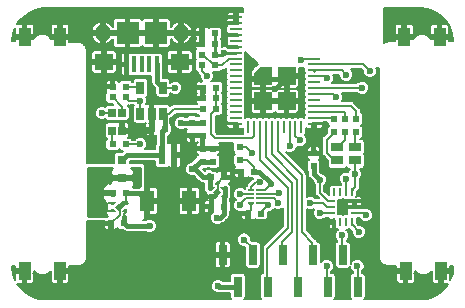
<source format=gbr>
G04 #@! TF.GenerationSoftware,KiCad,Pcbnew,(5.0.1-3-g963ef8bb5)*
G04 #@! TF.CreationDate,2019-06-17T11:31:16-10:00*
G04 #@! TF.ProjectId,OpenHAK_03,4F70656E48414B5F30332E6B69636164,rev?*
G04 #@! TF.SameCoordinates,Original*
G04 #@! TF.FileFunction,Copper,L1,Top,Signal*
G04 #@! TF.FilePolarity,Positive*
%FSLAX46Y46*%
G04 Gerber Fmt 4.6, Leading zero omitted, Abs format (unit mm)*
G04 Created by KiCad (PCBNEW (5.0.1-3-g963ef8bb5)) date Monday, June 17, 2019 at 11:31:16 AM*
%MOMM*%
%LPD*%
G01*
G04 APERTURE LIST*
G04 #@! TA.AperFunction,SMDPad,CuDef*
%ADD10R,0.500000X0.600000*%
G04 #@! TD*
G04 #@! TA.AperFunction,SMDPad,CuDef*
%ADD11R,0.675000X0.250000*%
G04 #@! TD*
G04 #@! TA.AperFunction,SMDPad,CuDef*
%ADD12R,0.250000X0.675000*%
G04 #@! TD*
G04 #@! TA.AperFunction,SMDPad,CuDef*
%ADD13R,0.600000X0.500000*%
G04 #@! TD*
G04 #@! TA.AperFunction,SMDPad,CuDef*
%ADD14C,0.010000*%
G04 #@! TD*
G04 #@! TA.AperFunction,Conductor*
%ADD15C,0.100000*%
G04 #@! TD*
G04 #@! TA.AperFunction,SMDPad,CuDef*
%ADD16C,0.480000*%
G04 #@! TD*
G04 #@! TA.AperFunction,SMDPad,CuDef*
%ADD17R,0.530000X0.200000*%
G04 #@! TD*
G04 #@! TA.AperFunction,SMDPad,CuDef*
%ADD18R,1.010000X0.490000*%
G04 #@! TD*
G04 #@! TA.AperFunction,SMDPad,CuDef*
%ADD19C,0.339410*%
G04 #@! TD*
G04 #@! TA.AperFunction,SMDPad,CuDef*
%ADD20R,1.500000X1.500000*%
G04 #@! TD*
G04 #@! TA.AperFunction,SMDPad,CuDef*
%ADD21R,1.500000X1.010000*%
G04 #@! TD*
G04 #@! TA.AperFunction,SMDPad,CuDef*
%ADD22R,1.000000X0.254000*%
G04 #@! TD*
G04 #@! TA.AperFunction,SMDPad,CuDef*
%ADD23R,0.254000X1.000000*%
G04 #@! TD*
G04 #@! TA.AperFunction,SMDPad,CuDef*
%ADD24R,1.000000X1.600000*%
G04 #@! TD*
G04 #@! TA.AperFunction,SMDPad,CuDef*
%ADD25R,0.750000X0.800000*%
G04 #@! TD*
G04 #@! TA.AperFunction,SMDPad,CuDef*
%ADD26R,0.650000X0.800000*%
G04 #@! TD*
G04 #@! TA.AperFunction,SMDPad,CuDef*
%ADD27R,0.650000X1.060000*%
G04 #@! TD*
G04 #@! TA.AperFunction,ComponentPad*
%ADD28O,1.400000X1.400000*%
G04 #@! TD*
G04 #@! TA.AperFunction,SMDPad,CuDef*
%ADD29R,1.900000X1.900000*%
G04 #@! TD*
G04 #@! TA.AperFunction,SMDPad,CuDef*
%ADD30R,1.600000X1.400000*%
G04 #@! TD*
G04 #@! TA.AperFunction,SMDPad,CuDef*
%ADD31R,0.400000X1.350000*%
G04 #@! TD*
G04 #@! TA.AperFunction,SMDPad,CuDef*
%ADD32R,1.000000X0.800000*%
G04 #@! TD*
G04 #@! TA.AperFunction,SMDPad,CuDef*
%ADD33R,0.600000X1.550000*%
G04 #@! TD*
G04 #@! TA.AperFunction,SMDPad,CuDef*
%ADD34R,1.200000X1.800000*%
G04 #@! TD*
G04 #@! TA.AperFunction,SMDPad,CuDef*
%ADD35R,0.740000X1.700000*%
G04 #@! TD*
G04 #@! TA.AperFunction,ViaPad*
%ADD36C,0.600000*%
G04 #@! TD*
G04 #@! TA.AperFunction,Conductor*
%ADD37C,0.203200*%
G04 #@! TD*
G04 #@! TA.AperFunction,Conductor*
%ADD38C,0.381000*%
G04 #@! TD*
G04 #@! TA.AperFunction,Conductor*
%ADD39C,0.250000*%
G04 #@! TD*
G04 #@! TA.AperFunction,Conductor*
%ADD40C,0.200000*%
G04 #@! TD*
G04 #@! TA.AperFunction,Conductor*
%ADD41C,0.254000*%
G04 #@! TD*
G04 APERTURE END LIST*
D10*
G04 #@! TO.P,C6,2*
G04 #@! TO.N,GND*
X137840880Y-97743860D03*
G04 #@! TO.P,C6,1*
G04 #@! TO.N,+1V8*
X137840880Y-98843860D03*
G04 #@! TD*
D11*
G04 #@! TO.P,U4,13*
G04 #@! TO.N,/3V3_SCL*
X148678380Y-102693860D03*
D12*
G04 #@! TO.P,U4,1*
G04 #@! TO.N,GND*
X148940880Y-103956360D03*
G04 #@! TO.P,U4,2*
G04 #@! TO.N,Net-(U4-Pad2)*
X149440880Y-103956360D03*
G04 #@! TO.P,U4,3*
G04 #@! TO.N,Net-(U4-Pad3)*
X149940880Y-103956360D03*
G04 #@! TO.P,U4,4*
G04 #@! TO.N,/BMI_INT1*
X150440880Y-103956360D03*
G04 #@! TO.P,U4,8*
G04 #@! TO.N,VDD*
X150440880Y-101431360D03*
G04 #@! TO.P,U4,9*
G04 #@! TO.N,/BMI_INT2*
X149940880Y-101431360D03*
G04 #@! TO.P,U4,10*
G04 #@! TO.N,Net-(U4-Pad10)*
X149440880Y-101431360D03*
G04 #@! TO.P,U4,11*
G04 #@! TO.N,Net-(U4-Pad11)*
X148940880Y-101431360D03*
D11*
G04 #@! TO.P,U4,14*
G04 #@! TO.N,/3V3_SDA*
X148678380Y-103193860D03*
G04 #@! TO.P,U4,12*
G04 #@! TO.N,VDD*
X148678380Y-102193860D03*
G04 #@! TO.P,U4,7*
G04 #@! TO.N,GND*
X150703380Y-102193860D03*
G04 #@! TO.P,U4,6*
X150703380Y-102693860D03*
G04 #@! TO.P,U4,5*
G04 #@! TO.N,VDD*
X150703380Y-103193860D03*
G04 #@! TD*
D13*
G04 #@! TO.P,C12,2*
G04 #@! TO.N,VPP*
X130215880Y-101493860D03*
G04 #@! TO.P,C12,1*
G04 #@! TO.N,GND*
X131315880Y-101493860D03*
G04 #@! TD*
D14*
G04 #@! TO.P,U6,1*
G04 #@! TO.N,VDD*
X131415880Y-103006360D03*
D15*
G04 #@! TD*
G04 #@! TO.N,VDD*
G04 #@! TO.C,U6*
G36*
X131195880Y-102881360D02*
X131420880Y-102881360D01*
X131420880Y-103131360D01*
X131015880Y-103131360D01*
X131015880Y-103096360D01*
X131195880Y-102881360D01*
X131195880Y-102881360D01*
G37*
D14*
G04 #@! TO.P,U6,3*
G04 #@! TO.N,VPP*
X130115880Y-102381360D03*
D15*
G04 #@! TD*
G04 #@! TO.N,VPP*
G04 #@! TO.C,U6*
G36*
X130335880Y-102506360D02*
X130110880Y-102506360D01*
X130110880Y-102256360D01*
X130515880Y-102256360D01*
X130515880Y-102291360D01*
X130335880Y-102506360D01*
X130335880Y-102506360D01*
G37*
D14*
G04 #@! TO.P,U6,2*
G04 #@! TO.N,GND*
X131415880Y-102381360D03*
D15*
G04 #@! TD*
G04 #@! TO.N,GND*
G04 #@! TO.C,U6*
G36*
X131420880Y-102256360D02*
X131420880Y-102506360D01*
X131195880Y-102506360D01*
X131015880Y-102291360D01*
X131015880Y-102256360D01*
X131420880Y-102256360D01*
X131420880Y-102256360D01*
G37*
D14*
G04 #@! TO.P,U6,4*
G04 #@! TO.N,VPP*
X130115880Y-103006360D03*
D15*
G04 #@! TD*
G04 #@! TO.N,VPP*
G04 #@! TO.C,U6*
G36*
X130110880Y-103131360D02*
X130110880Y-102881360D01*
X130335880Y-102881360D01*
X130515880Y-103096360D01*
X130515880Y-103131360D01*
X130110880Y-103131360D01*
X130110880Y-103131360D01*
G37*
D16*
G04 #@! TO.P,U6,5*
G04 #@! TO.N,GND*
X130765880Y-102693860D03*
D15*
G04 #@! TD*
G04 #@! TO.N,GND*
G04 #@! TO.C,U6*
G36*
X131105291Y-102693860D02*
X130765880Y-103033271D01*
X130426469Y-102693860D01*
X130765880Y-102354449D01*
X131105291Y-102693860D01*
X131105291Y-102693860D01*
G37*
D17*
G04 #@! TO.P,U7,8*
G04 #@! TO.N,VDD*
X142625880Y-101268860D03*
G04 #@! TO.P,U7,7*
G04 #@! TO.N,/3V3_SDA*
X142625880Y-101618860D03*
G04 #@! TO.P,U7,6*
G04 #@! TO.N,/3V3_SCL*
X142625880Y-101968860D03*
G04 #@! TO.P,U7,5*
G04 #@! TO.N,+1V8*
X142625880Y-102318860D03*
G04 #@! TO.P,U7,4*
G04 #@! TO.N,GND*
X141955880Y-102318860D03*
G04 #@! TO.P,U7,3*
G04 #@! TO.N,/1V8_SCL*
X141955880Y-101968860D03*
G04 #@! TO.P,U7,2*
G04 #@! TO.N,/1V8_SDA*
X141955880Y-101618860D03*
G04 #@! TO.P,U7,1*
G04 #@! TO.N,+1V8*
X141955880Y-101268860D03*
G04 #@! TD*
D10*
G04 #@! TO.P,C7,1*
G04 #@! TO.N,GND*
X138740880Y-97743860D03*
G04 #@! TO.P,C7,2*
G04 #@! TO.N,+1V8*
X138740880Y-98843860D03*
G04 #@! TD*
D13*
G04 #@! TO.P,C8,2*
G04 #@! TO.N,VDD*
X139640880Y-102668860D03*
G04 #@! TO.P,C8,1*
G04 #@! TO.N,GND*
X138540880Y-102668860D03*
G04 #@! TD*
D18*
G04 #@! TO.P,U1,42*
G04 #@! TO.N,GND*
X143180880Y-91113860D03*
D19*
X142660880Y-91103860D03*
D15*
G04 #@! TD*
G04 #@! TO.N,GND*
G04 #@! TO.C,U1*
G36*
X142185880Y-91338860D02*
X142655880Y-90868860D01*
X142665880Y-90868860D01*
X143135880Y-91338860D01*
X142185880Y-91338860D01*
X142185880Y-91338860D01*
G37*
D20*
G04 #@! TO.P,U1,45*
G04 #@! TO.N,GND*
X144940880Y-91613860D03*
G04 #@! TO.P,U1,44*
X144940880Y-93733860D03*
G04 #@! TO.P,U1,43*
X142940880Y-93733860D03*
D21*
G04 #@! TO.P,U1,42*
X142940880Y-91828860D03*
D22*
G04 #@! TO.P,U1,41*
G04 #@! TO.N,/MAX_INT*
X147245880Y-90123860D03*
G04 #@! TO.P,U1,40*
G04 #@! TO.N,/BMI_INT1*
X147245880Y-90623860D03*
G04 #@! TO.P,U1,39*
G04 #@! TO.N,/BMI_INT2*
X147245880Y-91123860D03*
G04 #@! TO.P,U1,38*
G04 #@! TO.N,/PIN_25*
X147245880Y-91623860D03*
G04 #@! TO.P,U1,37*
G04 #@! TO.N,Net-(U1-Pad37)*
X147245880Y-92123860D03*
G04 #@! TO.P,U1,36*
G04 #@! TO.N,/PIN_21*
X147245880Y-92623860D03*
G04 #@! TO.P,U1,35*
G04 #@! TO.N,/PIN_24*
X147245880Y-93123860D03*
G04 #@! TO.P,U1,34*
G04 #@! TO.N,Net-(U1-Pad34)*
X147245880Y-93623860D03*
G04 #@! TO.P,U1,33*
G04 #@! TO.N,/R_LED*
X147245880Y-94123860D03*
G04 #@! TO.P,U1,32*
G04 #@! TO.N,/G_LED*
X147245880Y-94623860D03*
G04 #@! TO.P,U1,31*
G04 #@! TO.N,/B_LED*
X147245880Y-95123860D03*
G04 #@! TO.P,U1,30*
G04 #@! TO.N,GND*
X147245880Y-95623860D03*
D23*
G04 #@! TO.P,U1,29*
G04 #@! TO.N,Net-(U1-Pad29)*
X146190880Y-95913860D03*
G04 #@! TO.P,U1,28*
G04 #@! TO.N,/3V3_SCL*
X145690880Y-95913860D03*
G04 #@! TO.P,U1,27*
G04 #@! TO.N,/3V3_SDA*
X145190880Y-95913860D03*
G04 #@! TO.P,U1,26*
G04 #@! TO.N,Net-(U1-Pad26)*
X144690880Y-95913860D03*
G04 #@! TO.P,U1,25*
G04 #@! TO.N,/SIM_RX*
X144190880Y-95913860D03*
G04 #@! TO.P,U1,24*
G04 #@! TO.N,/PIN_2*
X143690880Y-95913860D03*
G04 #@! TO.P,U1,23*
G04 #@! TO.N,/SIM_TX*
X143190880Y-95913860D03*
G04 #@! TO.P,U1,22*
G04 #@! TO.N,/PIN_3*
X142690880Y-95913860D03*
G04 #@! TO.P,U1,21*
G04 #@! TO.N,/V_SENSE*
X142190880Y-95913860D03*
G04 #@! TO.P,U1,20*
G04 #@! TO.N,Net-(U1-Pad20)*
X141690880Y-95913860D03*
D22*
G04 #@! TO.P,U1,19*
G04 #@! TO.N,GND*
X140635880Y-95623860D03*
G04 #@! TO.P,U1,18*
G04 #@! TO.N,Net-(U1-Pad18)*
X140635880Y-95123860D03*
G04 #@! TO.P,U1,17*
G04 #@! TO.N,Net-(U1-Pad17)*
X140635880Y-94623860D03*
G04 #@! TO.P,U1,16*
G04 #@! TO.N,Net-(U1-Pad16)*
X140635880Y-94123860D03*
G04 #@! TO.P,U1,15*
G04 #@! TO.N,Net-(U1-Pad15)*
X140635880Y-93623860D03*
G04 #@! TO.P,U1,14*
G04 #@! TO.N,Net-(U1-Pad14)*
X140635880Y-93123860D03*
G04 #@! TO.P,U1,13*
G04 #@! TO.N,Net-(U1-Pad13)*
X140635880Y-92623860D03*
G04 #@! TO.P,U1,12*
G04 #@! TO.N,Net-(U1-Pad12)*
X140635880Y-92123860D03*
G04 #@! TO.P,U1,11*
G04 #@! TO.N,Net-(U1-Pad11)*
X140635880Y-91623860D03*
G04 #@! TO.P,U1,10*
G04 #@! TO.N,Net-(U1-Pad10)*
X140635880Y-91123860D03*
G04 #@! TO.P,U1,9*
G04 #@! TO.N,Net-(U1-Pad9)*
X140635880Y-90623860D03*
G04 #@! TO.P,U1,8*
G04 #@! TO.N,/SIM_RST*
X140635880Y-90123860D03*
G04 #@! TO.P,U1,7*
G04 #@! TO.N,VDD*
X140635880Y-89623860D03*
G04 #@! TO.P,U1,6*
G04 #@! TO.N,GND*
X140635880Y-89123860D03*
G04 #@! TO.P,U1,5*
G04 #@! TO.N,Net-(U1-Pad5)*
X140635880Y-88623860D03*
G04 #@! TO.P,U1,4*
G04 #@! TO.N,GND*
X140635880Y-88123860D03*
G04 #@! TO.P,U1,3*
G04 #@! TO.N,Net-(U1-Pad3)*
X140635880Y-87623860D03*
G04 #@! TO.P,U1,2*
G04 #@! TO.N,GND*
X140635880Y-87123860D03*
G04 #@! TO.P,U1,1*
X140635880Y-86623860D03*
G04 #@! TD*
D24*
G04 #@! TO.P,S3,1*
G04 #@! TO.N,GND*
X154892880Y-88287860D03*
G04 #@! TO.P,S3,2*
X157892880Y-88287860D03*
G04 #@! TD*
G04 #@! TO.P,S3,1*
G04 #@! TO.N,GND*
X155019880Y-108099860D03*
G04 #@! TO.P,S3,2*
X158019880Y-108099860D03*
G04 #@! TD*
G04 #@! TO.P,S3,1*
G04 #@! TO.N,GND*
X122761880Y-108099860D03*
G04 #@! TO.P,S3,2*
X125761880Y-108099860D03*
G04 #@! TD*
D25*
G04 #@! TO.P,D2,1*
G04 #@! TO.N,VPP*
X130990880Y-100218860D03*
G04 #@! TO.P,D2,2*
G04 #@! TO.N,/V_BATT*
X130990880Y-98718860D03*
G04 #@! TD*
D26*
G04 #@! TO.P,D3,4*
G04 #@! TO.N,Net-(D3-Pad4)*
X130165880Y-96218860D03*
G04 #@! TO.P,D3,3*
G04 #@! TO.N,Net-(D3-Pad3)*
X130165880Y-94718860D03*
G04 #@! TO.P,D3,1*
G04 #@! TO.N,Net-(D3-Pad1)*
X131015880Y-94718860D03*
G04 #@! TO.P,D3,2*
G04 #@! TO.N,GND*
X131015880Y-96218860D03*
G04 #@! TD*
D27*
G04 #@! TO.P,U5,1*
G04 #@! TO.N,Net-(R13-Pad1)*
X132565880Y-94793860D03*
G04 #@! TO.P,U5,2*
G04 #@! TO.N,GND*
X133515880Y-94793860D03*
G04 #@! TO.P,U5,3*
G04 #@! TO.N,/V_BATT*
X134465880Y-94793860D03*
G04 #@! TO.P,U5,4*
G04 #@! TO.N,Net-(D3-Pad3)*
X134465880Y-92593860D03*
G04 #@! TO.P,U5,5*
G04 #@! TO.N,Net-(R14-Pad1)*
X132565880Y-92593860D03*
G04 #@! TD*
D28*
G04 #@! TO.P,P2,10*
G04 #@! TO.N,GND*
X135984220Y-87945647D03*
D29*
G04 #@! TO.P,P2,9*
X131484220Y-87945647D03*
D30*
G04 #@! TO.P,P2,7*
X129484220Y-90395647D03*
D31*
G04 #@! TO.P,P2,1*
G04 #@! TO.N,Net-(D3-Pad3)*
X133984220Y-90620647D03*
G04 #@! TO.P,P2,2*
G04 #@! TO.N,Net-(P2-Pad2)*
X133334220Y-90620647D03*
G04 #@! TO.P,P2,5*
G04 #@! TO.N,GND*
X131384220Y-90620647D03*
G04 #@! TO.P,P2,4*
G04 #@! TO.N,Net-(P2-Pad4)*
X132034220Y-90620647D03*
G04 #@! TO.P,P2,3*
G04 #@! TO.N,Net-(P2-Pad3)*
X132684220Y-90620647D03*
D30*
G04 #@! TO.P,P2,6*
G04 #@! TO.N,GND*
X135884220Y-90395647D03*
D29*
G04 #@! TO.P,P2,8*
X133884220Y-87945647D03*
D28*
G04 #@! TO.P,P2,11*
X129384220Y-87945647D03*
G04 #@! TD*
D32*
G04 #@! TO.P,D1,1*
G04 #@! TO.N,VDD*
X150750000Y-98750000D03*
G04 #@! TO.P,D1,2*
G04 #@! TO.N,Net-(D1-Pad2)*
X149250000Y-98750000D03*
G04 #@! TO.P,D1,3*
G04 #@! TO.N,Net-(D1-Pad3)*
X149250000Y-97650000D03*
G04 #@! TO.P,D1,4*
G04 #@! TO.N,Net-(D1-Pad4)*
X150750000Y-97650000D03*
G04 #@! TD*
D24*
G04 #@! TO.P,S2,1*
G04 #@! TO.N,GND*
X122761880Y-88287860D03*
G04 #@! TO.P,S2,2*
X125761880Y-88287860D03*
G04 #@! TD*
D33*
G04 #@! TO.P,BT1,1*
G04 #@! TO.N,/V_BATT*
X134415880Y-98306360D03*
G04 #@! TO.P,BT1,2*
G04 #@! TO.N,GND*
X135415880Y-98306360D03*
D34*
G04 #@! TO.P,BT1,*
X133115880Y-102181360D03*
X136715880Y-102181360D03*
G04 #@! TD*
D13*
G04 #@! TO.P,C1,2*
G04 #@! TO.N,VDD*
X138890880Y-87993860D03*
G04 #@! TO.P,C1,1*
G04 #@! TO.N,GND*
X137790880Y-87993860D03*
G04 #@! TD*
G04 #@! TO.P,C2,1*
G04 #@! TO.N,GND*
X137790880Y-88893860D03*
G04 #@! TO.P,C2,2*
G04 #@! TO.N,VDD*
X138890880Y-88893860D03*
G04 #@! TD*
D10*
G04 #@! TO.P,C3,2*
G04 #@! TO.N,VDD*
X147240880Y-99243860D03*
G04 #@! TO.P,C3,1*
G04 #@! TO.N,GND*
X147240880Y-98143860D03*
G04 #@! TD*
G04 #@! TO.P,C4,2*
G04 #@! TO.N,GND*
X137840880Y-96643860D03*
G04 #@! TO.P,C4,1*
G04 #@! TO.N,VPP*
X137840880Y-95543860D03*
G04 #@! TD*
G04 #@! TO.P,C5,1*
G04 #@! TO.N,VPP*
X136940880Y-95543860D03*
G04 #@! TO.P,C5,2*
G04 #@! TO.N,GND*
X136940880Y-96643860D03*
G04 #@! TD*
D13*
G04 #@! TO.P,C9,1*
G04 #@! TO.N,GND*
X139640880Y-100168860D03*
G04 #@! TO.P,C9,2*
G04 #@! TO.N,+1V8*
X138540880Y-100168860D03*
G04 #@! TD*
G04 #@! TO.P,C10,2*
G04 #@! TO.N,/SIM_RST*
X138890880Y-90693860D03*
G04 #@! TO.P,C10,1*
G04 #@! TO.N,Net-(C10-Pad1)*
X137790880Y-90693860D03*
G04 #@! TD*
G04 #@! TO.P,C11,1*
G04 #@! TO.N,GND*
X133515880Y-96093860D03*
G04 #@! TO.P,C11,2*
G04 #@! TO.N,/V_BATT*
X134615880Y-96093860D03*
G04 #@! TD*
G04 #@! TO.P,C13,1*
G04 #@! TO.N,GND*
X130065880Y-104068860D03*
G04 #@! TO.P,C13,2*
G04 #@! TO.N,VDD*
X131165880Y-104068860D03*
G04 #@! TD*
G04 #@! TO.P,C14,1*
G04 #@! TO.N,GND*
X137860880Y-92593860D03*
G04 #@! TO.P,C14,2*
G04 #@! TO.N,/V_SENSE*
X138960880Y-92593860D03*
G04 #@! TD*
G04 #@! TO.P,C15,1*
G04 #@! TO.N,GND*
X141690880Y-103243860D03*
G04 #@! TO.P,C15,2*
G04 #@! TO.N,+1V8*
X142790880Y-103243860D03*
G04 #@! TD*
G04 #@! TO.P,C16,2*
G04 #@! TO.N,VDD*
X142190880Y-99693860D03*
G04 #@! TO.P,C16,1*
G04 #@! TO.N,GND*
X141090880Y-99693860D03*
G04 #@! TD*
G04 #@! TO.P,R1,2*
G04 #@! TO.N,/SIM_RST*
X137790880Y-89793860D03*
G04 #@! TO.P,R1,1*
G04 #@! TO.N,VDD*
X138890880Y-89793860D03*
G04 #@! TD*
D10*
G04 #@! TO.P,R2,1*
G04 #@! TO.N,VDD*
X140990880Y-98743860D03*
G04 #@! TO.P,R2,2*
G04 #@! TO.N,/MAX_INT*
X140990880Y-97643860D03*
G04 #@! TD*
G04 #@! TO.P,R5,1*
G04 #@! TO.N,Net-(D1-Pad4)*
X150840880Y-96343860D03*
G04 #@! TO.P,R5,2*
G04 #@! TO.N,/R_LED*
X150840880Y-95243860D03*
G04 #@! TD*
D13*
G04 #@! TO.P,R7,2*
G04 #@! TO.N,/V_BATT*
X137850880Y-94393860D03*
G04 #@! TO.P,R7,1*
G04 #@! TO.N,/V_SENSE*
X138950880Y-94393860D03*
G04 #@! TD*
G04 #@! TO.P,R8,1*
G04 #@! TO.N,GND*
X137840880Y-93493860D03*
G04 #@! TO.P,R8,2*
G04 #@! TO.N,/V_SENSE*
X138940880Y-93493860D03*
G04 #@! TD*
D10*
G04 #@! TO.P,R12,2*
G04 #@! TO.N,/G_LED*
X149890880Y-95243860D03*
G04 #@! TO.P,R12,1*
G04 #@! TO.N,Net-(D1-Pad3)*
X149890880Y-96343860D03*
G04 #@! TD*
D13*
G04 #@! TO.P,R13,2*
G04 #@! TO.N,Net-(D3-Pad1)*
X130215880Y-93393860D03*
G04 #@! TO.P,R13,1*
G04 #@! TO.N,Net-(R13-Pad1)*
X131315880Y-93393860D03*
G04 #@! TD*
G04 #@! TO.P,R14,2*
G04 #@! TO.N,GND*
X130215880Y-92493860D03*
G04 #@! TO.P,R14,1*
G04 #@! TO.N,Net-(R14-Pad1)*
X131315880Y-92493860D03*
G04 #@! TD*
G04 #@! TO.P,R15,1*
G04 #@! TO.N,Net-(R13-Pad1)*
X131315880Y-97393860D03*
G04 #@! TO.P,R15,2*
G04 #@! TO.N,Net-(D3-Pad4)*
X130215880Y-97393860D03*
G04 #@! TD*
D10*
G04 #@! TO.P,R17,1*
G04 #@! TO.N,Net-(D1-Pad2)*
X148940880Y-96343860D03*
G04 #@! TO.P,R17,2*
G04 #@! TO.N,/B_LED*
X148940880Y-95243860D03*
G04 #@! TD*
D16*
G04 #@! TO.P,U3,5*
G04 #@! TO.N,GND*
X139090880Y-101418861D03*
D15*
G04 #@! TD*
G04 #@! TO.N,GND*
G04 #@! TO.C,U3*
G36*
X138751469Y-101418861D02*
X139090880Y-101079450D01*
X139430291Y-101418861D01*
X139090880Y-101758272D01*
X138751469Y-101418861D01*
X138751469Y-101418861D01*
G37*
D14*
G04 #@! TO.P,U3,4*
G04 #@! TO.N,VDD*
X139740880Y-101106361D03*
D15*
G04 #@! TD*
G04 #@! TO.N,VDD*
G04 #@! TO.C,U3*
G36*
X139745880Y-100981361D02*
X139745880Y-101231361D01*
X139520880Y-101231361D01*
X139340880Y-101016361D01*
X139340880Y-100981361D01*
X139745880Y-100981361D01*
X139745880Y-100981361D01*
G37*
D14*
G04 #@! TO.P,U3,2*
G04 #@! TO.N,GND*
X138440880Y-101731361D03*
D15*
G04 #@! TD*
G04 #@! TO.N,GND*
G04 #@! TO.C,U3*
G36*
X138435880Y-101856361D02*
X138435880Y-101606361D01*
X138660880Y-101606361D01*
X138840880Y-101821361D01*
X138840880Y-101856361D01*
X138435880Y-101856361D01*
X138435880Y-101856361D01*
G37*
D14*
G04 #@! TO.P,U3,3*
G04 #@! TO.N,VDD*
X139740880Y-101731361D03*
D15*
G04 #@! TD*
G04 #@! TO.N,VDD*
G04 #@! TO.C,U3*
G36*
X139520880Y-101606361D02*
X139745880Y-101606361D01*
X139745880Y-101856361D01*
X139340880Y-101856361D01*
X139340880Y-101821361D01*
X139520880Y-101606361D01*
X139520880Y-101606361D01*
G37*
D14*
G04 #@! TO.P,U3,1*
G04 #@! TO.N,+1V8*
X138440880Y-101106361D03*
D15*
G04 #@! TD*
G04 #@! TO.N,+1V8*
G04 #@! TO.C,U3*
G36*
X138660880Y-101231361D02*
X138435880Y-101231361D01*
X138435880Y-100981361D01*
X138840880Y-100981361D01*
X138840880Y-101016361D01*
X138660880Y-101231361D01*
X138660880Y-101231361D01*
G37*
D35*
G04 #@! TO.P,P1,1*
G04 #@! TO.N,GND*
X139525880Y-106743860D03*
G04 #@! TO.P,P1,2*
G04 #@! TO.N,VDD*
X140795880Y-109443860D03*
G04 #@! TO.P,P1,3*
G04 #@! TO.N,Net-(C10-Pad1)*
X142065880Y-106743860D03*
G04 #@! TO.P,P1,4*
G04 #@! TO.N,/PIN_3*
X143335880Y-109443860D03*
G04 #@! TO.P,P1,5*
G04 #@! TO.N,/SIM_TX*
X144605880Y-106743860D03*
G04 #@! TO.P,P1,6*
G04 #@! TO.N,/PIN_2*
X145875880Y-109443860D03*
G04 #@! TO.P,P1,7*
G04 #@! TO.N,/SIM_RX*
X147145880Y-106743860D03*
G04 #@! TO.P,P1,8*
G04 #@! TO.N,/PIN_25*
X148415880Y-109443860D03*
G04 #@! TO.P,P1,9*
G04 #@! TO.N,/PIN_24*
X149685880Y-106743860D03*
G04 #@! TO.P,P1,10*
G04 #@! TO.N,/PIN_21*
X150955880Y-109443860D03*
G04 #@! TD*
D36*
G04 #@! TO.N,GND*
X125740880Y-88293860D03*
X122740880Y-88293860D03*
X122740880Y-108093860D03*
X125740880Y-108093860D03*
X155040880Y-108093860D03*
X158040880Y-108093860D03*
X157940880Y-88293860D03*
X154940880Y-88293860D03*
X143962120Y-92710000D03*
X147245879Y-96616061D03*
X139324100Y-95603060D03*
X135415880Y-99543860D03*
X136965880Y-100518860D03*
X151593860Y-102193860D03*
G04 #@! TO.N,VDD*
X139639205Y-89692124D03*
X143640872Y-100768860D03*
X139065880Y-103593860D03*
X147740880Y-100393860D03*
X151640880Y-103393860D03*
X139140880Y-109393860D03*
X150740880Y-99893852D03*
X133340880Y-104293860D03*
G04 #@! TO.N,VPP*
X136040880Y-95593860D03*
X132040880Y-100193860D03*
G04 #@! TO.N,/MAX_INT*
X146143980Y-90228420D03*
X141990880Y-98093860D03*
G04 #@! TO.N,/BMI_INT2*
X149990880Y-91493860D03*
X149963070Y-100294368D03*
G04 #@! TO.N,/BMI_INT1*
X152000000Y-91200000D03*
X151040880Y-104793860D03*
G04 #@! TO.N,Net-(D3-Pad3)*
X135515880Y-92593860D03*
X129315880Y-94743860D03*
G04 #@! TO.N,Net-(R13-Pad1)*
X132540880Y-93693860D03*
X132540880Y-97368860D03*
G04 #@! TO.N,+1V8*
X143390880Y-102543860D03*
X142665880Y-100568860D03*
X136940880Y-99493860D03*
G04 #@! TO.N,/1V8_SCL*
X141015880Y-102543870D03*
G04 #@! TO.N,/3V3_SCL*
X144219234Y-102334559D03*
X146090880Y-97043858D03*
X146940880Y-102343860D03*
G04 #@! TO.N,/1V8_SDA*
X141015874Y-101618860D03*
G04 #@! TO.N,/3V3_SDA*
X144340880Y-101543860D03*
X145190876Y-97543860D03*
X147740880Y-103193860D03*
G04 #@! TO.N,/PIN_25*
X148340880Y-107693862D03*
X148340884Y-91793860D03*
G04 #@! TO.N,Net-(C10-Pad1)*
X138190880Y-91593860D03*
X141340880Y-105443860D03*
G04 #@! TO.N,/PIN_24*
X149140880Y-93393860D03*
X149640880Y-105093860D03*
G04 #@! TO.N,/PIN_21*
X151340880Y-92593860D03*
X150940880Y-107693860D03*
G04 #@! TD*
D37*
G04 #@! TO.N,GND*
X142940880Y-91693860D02*
X142940880Y-91828860D01*
X142940880Y-91828860D02*
X142940880Y-91353860D01*
X142940880Y-91353860D02*
X143180880Y-91113860D01*
D38*
X144940880Y-91613860D02*
X144940880Y-91731240D01*
X144940880Y-91731240D02*
X143962120Y-92710000D01*
X142940880Y-91828860D02*
X144725880Y-91828860D01*
X144725880Y-91828860D02*
X144940880Y-91613860D01*
X142940880Y-91828860D02*
X142940880Y-93733860D01*
X142940880Y-93733860D02*
X144940880Y-93733860D01*
X144940880Y-93733860D02*
X144940880Y-91613860D01*
D39*
X140635880Y-87123860D02*
X140635880Y-86623860D01*
X139870880Y-88123860D02*
X140635880Y-88123860D01*
X139740880Y-87993860D02*
X139870880Y-88123860D01*
X139810879Y-88063859D02*
X139740880Y-87993860D01*
X139810879Y-88963859D02*
X139810879Y-88063859D01*
X139970880Y-89123860D02*
X139810879Y-88963859D01*
X140635880Y-89123860D02*
X139970880Y-89123860D01*
X139740880Y-87268860D02*
X139740880Y-87993860D01*
X139885880Y-87123860D02*
X139740880Y-87268860D01*
X140635880Y-87123860D02*
X139885880Y-87123860D01*
X137790880Y-88893860D02*
X137790880Y-87993860D01*
D38*
X138778380Y-101731361D02*
X138440880Y-101731361D01*
X139090880Y-101418861D02*
X138778380Y-101731361D01*
X138540880Y-101831361D02*
X138440880Y-101731361D01*
X138540880Y-102668860D02*
X138540880Y-101831361D01*
D40*
X139590880Y-100168860D02*
X139640880Y-100168860D01*
X139140880Y-101175641D02*
X139140880Y-100618860D01*
X139140880Y-100618860D02*
X139590880Y-100168860D01*
X139090880Y-101225641D02*
X139140880Y-101175641D01*
X139090880Y-101418861D02*
X139090880Y-101225641D01*
D37*
X147245879Y-96191797D02*
X147245879Y-96616061D01*
X147245880Y-95623860D02*
X147245879Y-96191797D01*
D40*
X142660880Y-91548860D02*
X142940880Y-91828860D01*
X142660880Y-91103860D02*
X142660880Y-91548860D01*
D37*
X141955880Y-102978860D02*
X141690880Y-103243860D01*
X141955880Y-102318860D02*
X141955880Y-102978860D01*
D39*
X139324080Y-95603060D02*
X139324100Y-95603060D01*
X139344880Y-95623860D02*
X139324080Y-95603060D01*
D37*
X139344900Y-95623860D02*
X139324100Y-95603060D01*
X140635880Y-95623860D02*
X139344900Y-95623860D01*
D38*
X130765880Y-102693860D02*
X131078380Y-102381360D01*
D39*
X131078380Y-102381360D02*
X131415880Y-102381360D01*
X131315880Y-102281360D02*
X131415880Y-102381360D01*
D40*
X130765880Y-102693860D02*
X130765880Y-102887080D01*
X130765880Y-102887080D02*
X130815890Y-102937090D01*
D37*
X131315880Y-101493860D02*
X131315880Y-102281360D01*
D38*
X132428380Y-101493860D02*
X133115880Y-102181360D01*
X131315880Y-101493860D02*
X132428380Y-101493860D01*
D40*
X130815890Y-102743870D02*
X130765880Y-102693860D01*
X130815890Y-103343850D02*
X130815890Y-102743870D01*
X130090880Y-104068860D02*
X130815890Y-103343850D01*
X130065880Y-104068860D02*
X130090880Y-104068860D01*
D38*
X133515880Y-94793860D02*
X133515880Y-96093860D01*
X133390880Y-96218860D02*
X133515880Y-96093860D01*
X131015880Y-96218860D02*
X133390880Y-96218860D01*
D37*
X138440880Y-101731361D02*
X138303381Y-101731361D01*
X138303381Y-101731361D02*
X138265880Y-101768862D01*
X138265880Y-101768862D02*
X138265880Y-101943860D01*
X138265880Y-101943860D02*
X138240880Y-101918860D01*
X138240880Y-101918860D02*
X138240880Y-101568860D01*
D38*
X135415880Y-99543860D02*
X135415880Y-98306360D01*
D40*
X150703380Y-102693860D02*
X150703380Y-102193860D01*
X150703380Y-102193860D02*
X151593860Y-102193860D01*
D39*
G04 #@! TO.N,VDD*
X138890880Y-87993860D02*
X138890880Y-88893860D01*
X138890880Y-89793860D02*
X138890880Y-88893860D01*
X140635880Y-89623860D02*
X139707469Y-89623860D01*
X139707469Y-89623860D02*
X139639205Y-89692124D01*
X138890880Y-89793860D02*
X139537469Y-89793860D01*
X139537469Y-89793860D02*
X139639205Y-89692124D01*
D38*
X139640880Y-101831361D02*
X139740880Y-101731361D01*
X139640880Y-102668860D02*
X139640880Y-101831361D01*
X139740880Y-101106361D02*
X139740880Y-101731361D01*
D40*
X142625880Y-101268860D02*
X143140872Y-101268860D01*
X143140872Y-101268860D02*
X143640872Y-100768860D01*
D37*
X131165880Y-103168860D02*
X131165880Y-103618860D01*
D40*
X131253380Y-103168860D02*
X131165880Y-103168860D01*
X131415880Y-103006360D02*
X131253380Y-103168860D01*
D38*
X131165880Y-103543860D02*
X131165880Y-104068860D01*
X139346880Y-103593860D02*
X139065880Y-103593860D01*
X139640880Y-103299860D02*
X139346880Y-103593860D01*
X139640880Y-102668860D02*
X139640880Y-103299860D01*
X147240880Y-99893860D02*
X147740880Y-100393860D01*
X147240880Y-99243860D02*
X147240880Y-99893860D01*
D40*
X147740880Y-101468860D02*
X147740880Y-100393860D01*
X148465880Y-102193860D02*
X147740880Y-101468860D01*
X148678380Y-102193860D02*
X148465880Y-102193860D01*
D37*
X151440880Y-103193860D02*
X151640880Y-103393860D01*
X150703380Y-103193860D02*
X151440880Y-103193860D01*
D38*
X139190880Y-109443860D02*
X139140880Y-109393860D01*
X140795880Y-109443860D02*
X139190880Y-109443860D01*
D37*
X150740880Y-100993860D02*
X150740880Y-99893852D01*
X150440880Y-101293860D02*
X150740880Y-100993860D01*
X150440880Y-101331360D02*
X150440880Y-101293860D01*
D40*
X150750000Y-99884732D02*
X150740880Y-99893852D01*
X150750000Y-98750000D02*
X150750000Y-99884732D01*
D38*
X131265880Y-104118860D02*
X131440880Y-104293860D01*
X131440880Y-104293860D02*
X133340880Y-104293860D01*
X143640872Y-100693852D02*
X143640872Y-100768860D01*
X142640880Y-99693860D02*
X143640872Y-100693852D01*
X142190880Y-99693860D02*
X142640880Y-99693860D01*
D40*
X142190880Y-99343860D02*
X142190880Y-99693860D01*
X141590880Y-98743860D02*
X142190880Y-99343860D01*
X140990880Y-98743860D02*
X141590880Y-98743860D01*
G04 #@! TO.N,/SIM_RX*
X147125880Y-105728860D02*
X147125880Y-106743860D01*
X146240880Y-104843860D02*
X147125880Y-105728860D01*
X146240880Y-99993860D02*
X146240880Y-104843860D01*
X144190880Y-97943860D02*
X146240880Y-99993860D01*
X144190880Y-95913860D02*
X144190880Y-97943860D01*
G04 #@! TO.N,/SIM_TX*
X145440858Y-104838882D02*
X144585880Y-105693860D01*
X145440858Y-100693838D02*
X145440858Y-104838882D01*
X143190880Y-98443860D02*
X145440858Y-100693838D01*
X144585880Y-105693860D02*
X144585880Y-106743860D01*
X143190880Y-95913860D02*
X143190880Y-98443860D01*
G04 #@! TO.N,/SIM_RST*
X138790879Y-90693860D02*
X138890880Y-90693860D01*
X137890879Y-89793860D02*
X138790879Y-90693860D01*
X137790880Y-89793860D02*
X137890879Y-89793860D01*
X140055879Y-90123860D02*
X140635880Y-90123860D01*
X139485879Y-90693860D02*
X140055879Y-90123860D01*
X138890880Y-90693860D02*
X139485879Y-90693860D01*
D38*
G04 #@! TO.N,VPP*
X137850880Y-95533860D02*
X137840880Y-95543860D01*
X136940880Y-95543860D02*
X137840880Y-95543860D01*
X136890880Y-95593860D02*
X136940880Y-95543860D01*
X136040880Y-95593860D02*
X136890880Y-95593860D01*
D40*
X129740880Y-102893860D02*
X129740880Y-102493860D01*
X130115880Y-103006360D02*
X129853380Y-103006360D01*
X129853380Y-103006360D02*
X129740880Y-102893860D01*
X129853380Y-102381360D02*
X129740880Y-102493860D01*
X130115880Y-102381360D02*
X129853380Y-102381360D01*
D38*
X132040880Y-100193860D02*
X130990880Y-100218860D01*
D39*
G04 #@! TO.N,/MAX_INT*
X146143980Y-90228420D02*
X146248540Y-90123860D01*
D40*
X146248540Y-90123860D02*
X147245880Y-90123860D01*
X141990880Y-98093860D02*
X141990880Y-98193860D01*
X141540880Y-97643860D02*
X141990880Y-98093860D01*
X140990880Y-97643860D02*
X141540880Y-97643860D01*
D39*
G04 #@! TO.N,/BMI_INT2*
X147254680Y-91132660D02*
X147245880Y-91123860D01*
D40*
X149940880Y-100343860D02*
X149940880Y-101431360D01*
X149620880Y-91123860D02*
X147245880Y-91123860D01*
X149990880Y-91493860D02*
X149620880Y-91123860D01*
G04 #@! TO.N,/BMI_INT1*
X151993860Y-91193860D02*
X152090880Y-91193860D01*
X151423860Y-90623860D02*
X151993860Y-91193860D01*
X147245880Y-90623860D02*
X151423860Y-90623860D01*
X150440880Y-103956360D02*
X150440880Y-104168860D01*
X150440880Y-104168860D02*
X151040880Y-104768860D01*
X151040880Y-104768860D02*
X151040880Y-104793860D01*
G04 #@! TO.N,/B_LED*
X148820880Y-95123860D02*
X147245880Y-95123860D01*
X148940880Y-95243860D02*
X148820880Y-95123860D01*
G04 #@! TO.N,/G_LED*
X149890880Y-94743860D02*
X149890880Y-95243860D01*
X149770880Y-94623860D02*
X149890880Y-94743860D01*
X147245880Y-94623860D02*
X149770880Y-94623860D01*
G04 #@! TO.N,/R_LED*
X147245880Y-94123860D02*
X150370880Y-94123860D01*
X150840880Y-94593860D02*
X150840880Y-95243860D01*
X150370880Y-94123860D02*
X150840880Y-94593860D01*
G04 #@! TO.N,Net-(D1-Pad4)*
X150750000Y-96434740D02*
X150840880Y-96343860D01*
X150750000Y-97650000D02*
X150750000Y-96434740D01*
G04 #@! TO.N,Net-(D1-Pad2)*
X148997020Y-98750000D02*
X149250000Y-98750000D01*
X148340880Y-96993860D02*
X148340880Y-98093860D01*
X148340880Y-98093860D02*
X148997020Y-98750000D01*
X148940880Y-96393860D02*
X148340880Y-96993860D01*
X148940880Y-96343860D02*
X148940880Y-96393860D01*
D38*
G04 #@! TO.N,Net-(D3-Pad3)*
X133984220Y-92093860D02*
X134465880Y-92593860D01*
X133984220Y-90620647D02*
X133984220Y-92093860D01*
D40*
X134465880Y-92593860D02*
X135515880Y-92593860D01*
X129340880Y-94718860D02*
X129315880Y-94743860D01*
X130165880Y-94718860D02*
X129340880Y-94718860D01*
G04 #@! TO.N,Net-(D3-Pad1)*
X131015880Y-94193860D02*
X131015880Y-94718860D01*
X130215880Y-93393860D02*
X131015880Y-94193860D01*
G04 #@! TO.N,Net-(R13-Pad1)*
X132540880Y-94243860D02*
X132565880Y-94793860D01*
X132540880Y-93693860D02*
X132540880Y-94243860D01*
X131615880Y-93693860D02*
X132540880Y-93693860D01*
X131315880Y-93393860D02*
X131615880Y-93693860D01*
X132515880Y-97393860D02*
X132540880Y-97368860D01*
X131315880Y-97393860D02*
X132515880Y-97393860D01*
G04 #@! TO.N,Net-(R14-Pad1)*
X132465880Y-92493860D02*
X132565880Y-92593860D01*
X131315880Y-92493860D02*
X132465880Y-92493860D01*
D38*
G04 #@! TO.N,+1V8*
X138440880Y-100268860D02*
X138540880Y-100168860D01*
X138440880Y-101106361D02*
X138440880Y-100268860D01*
D40*
X142625880Y-102318860D02*
X143165880Y-102318860D01*
X143165880Y-102318860D02*
X143390880Y-102543860D01*
X142790880Y-103143860D02*
X143390880Y-102543860D01*
X142790880Y-103243860D02*
X142790880Y-103143860D01*
X141955880Y-100968860D02*
X142355880Y-100568860D01*
X141955880Y-101268860D02*
X141955880Y-100968860D01*
X142355880Y-100568860D02*
X142665880Y-100568860D01*
D38*
X138540880Y-100168860D02*
X138340880Y-99968860D01*
X137859880Y-100168860D02*
X137184880Y-99493860D01*
X138540880Y-100168860D02*
X137859880Y-100168860D01*
X137184880Y-99493860D02*
X136940880Y-99493860D01*
X138740880Y-98843860D02*
X137840880Y-98843860D01*
X137590880Y-98843860D02*
X136940880Y-99493860D01*
X137840880Y-98843860D02*
X137590880Y-98843860D01*
D40*
G04 #@! TO.N,Net-(D1-Pad3)*
X149890880Y-97009120D02*
X149250000Y-97650000D01*
X149890880Y-96343860D02*
X149890880Y-97009120D01*
G04 #@! TO.N,Net-(D3-Pad4)*
X130165880Y-97343860D02*
X130215880Y-97393860D01*
X130165880Y-96218860D02*
X130165880Y-97343860D01*
G04 #@! TO.N,/1V8_SCL*
X141490880Y-101968860D02*
X141955880Y-101968860D01*
X141015880Y-102543870D02*
X141015880Y-102443860D01*
X141015880Y-102443860D02*
X141490880Y-101968860D01*
G04 #@! TO.N,/3V3_SCL*
X143853535Y-101968860D02*
X142625880Y-101968860D01*
X144219234Y-102334559D02*
X143853535Y-101968860D01*
D37*
X145690880Y-95913860D02*
X145690880Y-96643858D01*
X145690880Y-96643858D02*
X146090880Y-97043858D01*
D40*
X148678380Y-102693860D02*
X148340880Y-102693860D01*
X147990880Y-102343860D02*
X146940880Y-102343860D01*
X148340880Y-102693860D02*
X147990880Y-102343860D01*
G04 #@! TO.N,/1V8_SDA*
X141955880Y-101618860D02*
X141015874Y-101618860D01*
G04 #@! TO.N,/3V3_SDA*
X144265880Y-101618860D02*
X142625880Y-101618860D01*
X144340880Y-101543860D02*
X144265880Y-101618860D01*
D37*
X145190880Y-95913860D02*
X145190880Y-97543856D01*
X145190880Y-97543856D02*
X145190876Y-97543860D01*
D40*
X148678380Y-103193860D02*
X147740880Y-103193860D01*
G04 #@! TO.N,/V_SENSE*
X138960880Y-93473860D02*
X138940880Y-93493860D01*
X138960880Y-92593860D02*
X138960880Y-93473860D01*
X138950880Y-93503860D02*
X138940880Y-93493860D01*
X138950880Y-94393860D02*
X138950880Y-93503860D01*
X142190880Y-96698660D02*
X142190880Y-95913860D01*
X138540880Y-96496260D02*
X138917680Y-96873060D01*
X142016480Y-96873060D02*
X142190880Y-96698660D01*
X138917680Y-96873060D02*
X142016480Y-96873060D01*
X138540880Y-94803860D02*
X138540880Y-96496260D01*
X138950880Y-94393860D02*
X138540880Y-94803860D01*
G04 #@! TO.N,/PIN_3*
X143315880Y-106218860D02*
X143315880Y-109443860D01*
X145040847Y-101093827D02*
X145040847Y-104493893D01*
X142690880Y-95913860D02*
X142690880Y-98743860D01*
X145040847Y-104493893D02*
X143315880Y-106218860D01*
X142690880Y-98743860D02*
X145040847Y-101093827D01*
G04 #@! TO.N,/PIN_2*
X143690880Y-98243860D02*
X145840869Y-100393849D01*
X145840869Y-109428849D02*
X145855880Y-109443860D01*
X145840869Y-100393849D02*
X145840869Y-109428849D01*
X143690880Y-95913860D02*
X143690880Y-98243860D01*
G04 #@! TO.N,/PIN_25*
X148395880Y-109443860D02*
X148340880Y-109388860D01*
X148340880Y-109388860D02*
X148340880Y-107693862D01*
X147245880Y-91623860D02*
X148170884Y-91623860D01*
X148170884Y-91623860D02*
X148340884Y-91793860D01*
D38*
G04 #@! TO.N,/V_BATT*
X134615880Y-94943860D02*
X134615880Y-96093860D01*
X134465880Y-94793860D02*
X134615880Y-94943860D01*
X134415880Y-96293860D02*
X134615880Y-96093860D01*
X134415880Y-98306360D02*
X134415880Y-96293860D01*
X131403380Y-98306360D02*
X130990880Y-98718860D01*
X134415880Y-98306360D02*
X131403380Y-98306360D01*
D40*
X135390880Y-94393860D02*
X137850880Y-94393860D01*
X134990880Y-94793860D02*
X135390880Y-94393860D01*
X134465880Y-94793860D02*
X134990880Y-94793860D01*
G04 #@! TO.N,Net-(C10-Pad1)*
X137790880Y-91193860D02*
X138190880Y-91593860D01*
X137790880Y-90693860D02*
X137790880Y-91193860D01*
X141340880Y-105558860D02*
X141340880Y-105443860D01*
X142065880Y-106168860D02*
X141340880Y-105443860D01*
X142065880Y-106743860D02*
X142065880Y-106168860D01*
G04 #@! TO.N,/PIN_24*
X148870880Y-93123860D02*
X149140880Y-93393860D01*
X147245880Y-93123860D02*
X148870880Y-93123860D01*
X149640880Y-106698860D02*
X149685880Y-106743860D01*
X149640880Y-105093860D02*
X149640880Y-106698860D01*
G04 #@! TO.N,/PIN_21*
X151310880Y-92623860D02*
X151340880Y-92593860D01*
X147245880Y-92623860D02*
X151310880Y-92623860D01*
X150955880Y-107708860D02*
X150940880Y-107693860D01*
X150955880Y-109443860D02*
X150955880Y-107708860D01*
G04 #@! TD*
G04 #@! TO.N,GND*
G36*
X146821533Y-102943860D02*
X147060227Y-102943860D01*
X147222909Y-102876476D01*
X147140880Y-103074513D01*
X147140880Y-103313207D01*
X147232224Y-103533733D01*
X147401007Y-103702516D01*
X147621533Y-103793860D01*
X147860227Y-103793860D01*
X148080753Y-103702516D01*
X148189409Y-103593860D01*
X148212462Y-103593860D01*
X148223826Y-103601453D01*
X148340880Y-103624737D01*
X148515880Y-103624737D01*
X148515880Y-103727360D01*
X148590880Y-103802360D01*
X148878380Y-103802360D01*
X148878380Y-103782360D01*
X149003380Y-103782360D01*
X149003380Y-103802360D01*
X149010003Y-103802360D01*
X149010003Y-104110360D01*
X149003380Y-104110360D01*
X149003380Y-104518860D01*
X149078380Y-104593860D01*
X149125553Y-104593860D01*
X149186868Y-104568463D01*
X149198826Y-104576453D01*
X149291353Y-104594858D01*
X149132224Y-104753987D01*
X149040880Y-104974513D01*
X149040880Y-105213207D01*
X149132224Y-105433733D01*
X149240880Y-105542389D01*
X149240880Y-105602902D01*
X149198826Y-105611267D01*
X149099592Y-105677572D01*
X149033287Y-105776806D01*
X149010003Y-105893860D01*
X149010003Y-107593860D01*
X149033287Y-107710914D01*
X149099592Y-107810148D01*
X149198826Y-107876453D01*
X149315880Y-107899737D01*
X150055880Y-107899737D01*
X150172934Y-107876453D01*
X150272168Y-107810148D01*
X150338473Y-107710914D01*
X150340880Y-107698813D01*
X150340880Y-107813207D01*
X150432224Y-108033733D01*
X150555881Y-108157390D01*
X150555881Y-108293950D01*
X150468826Y-108311267D01*
X150369592Y-108377572D01*
X150303287Y-108476806D01*
X150280003Y-108593860D01*
X150280003Y-110293860D01*
X150303287Y-110410914D01*
X150369592Y-110510148D01*
X150382631Y-110518860D01*
X148989129Y-110518860D01*
X149002168Y-110510148D01*
X149068473Y-110410914D01*
X149091757Y-110293860D01*
X149091757Y-108593860D01*
X149068473Y-108476806D01*
X149002168Y-108377572D01*
X148902934Y-108311267D01*
X148785880Y-108287983D01*
X148740880Y-108287983D01*
X148740880Y-108142391D01*
X148849536Y-108033735D01*
X148940880Y-107813209D01*
X148940880Y-107574515D01*
X148849536Y-107353989D01*
X148680753Y-107185206D01*
X148460227Y-107093862D01*
X148221533Y-107093862D01*
X148001007Y-107185206D01*
X147832224Y-107353989D01*
X147821757Y-107379259D01*
X147821757Y-105893860D01*
X147798473Y-105776806D01*
X147732168Y-105677572D01*
X147632934Y-105611267D01*
X147515880Y-105587983D01*
X147505694Y-105587983D01*
X147502671Y-105572788D01*
X147496269Y-105563207D01*
X147414264Y-105440476D01*
X147380865Y-105418160D01*
X146640880Y-104678176D01*
X146640880Y-104185360D01*
X148515880Y-104185360D01*
X148515880Y-104353534D01*
X148561552Y-104463797D01*
X148645944Y-104548188D01*
X148756207Y-104593860D01*
X148803380Y-104593860D01*
X148878380Y-104518860D01*
X148878380Y-104110360D01*
X148590880Y-104110360D01*
X148515880Y-104185360D01*
X146640880Y-104185360D01*
X146640880Y-102869032D01*
X146821533Y-102943860D01*
X146821533Y-102943860D01*
G37*
X146821533Y-102943860D02*
X147060227Y-102943860D01*
X147222909Y-102876476D01*
X147140880Y-103074513D01*
X147140880Y-103313207D01*
X147232224Y-103533733D01*
X147401007Y-103702516D01*
X147621533Y-103793860D01*
X147860227Y-103793860D01*
X148080753Y-103702516D01*
X148189409Y-103593860D01*
X148212462Y-103593860D01*
X148223826Y-103601453D01*
X148340880Y-103624737D01*
X148515880Y-103624737D01*
X148515880Y-103727360D01*
X148590880Y-103802360D01*
X148878380Y-103802360D01*
X148878380Y-103782360D01*
X149003380Y-103782360D01*
X149003380Y-103802360D01*
X149010003Y-103802360D01*
X149010003Y-104110360D01*
X149003380Y-104110360D01*
X149003380Y-104518860D01*
X149078380Y-104593860D01*
X149125553Y-104593860D01*
X149186868Y-104568463D01*
X149198826Y-104576453D01*
X149291353Y-104594858D01*
X149132224Y-104753987D01*
X149040880Y-104974513D01*
X149040880Y-105213207D01*
X149132224Y-105433733D01*
X149240880Y-105542389D01*
X149240880Y-105602902D01*
X149198826Y-105611267D01*
X149099592Y-105677572D01*
X149033287Y-105776806D01*
X149010003Y-105893860D01*
X149010003Y-107593860D01*
X149033287Y-107710914D01*
X149099592Y-107810148D01*
X149198826Y-107876453D01*
X149315880Y-107899737D01*
X150055880Y-107899737D01*
X150172934Y-107876453D01*
X150272168Y-107810148D01*
X150338473Y-107710914D01*
X150340880Y-107698813D01*
X150340880Y-107813207D01*
X150432224Y-108033733D01*
X150555881Y-108157390D01*
X150555881Y-108293950D01*
X150468826Y-108311267D01*
X150369592Y-108377572D01*
X150303287Y-108476806D01*
X150280003Y-108593860D01*
X150280003Y-110293860D01*
X150303287Y-110410914D01*
X150369592Y-110510148D01*
X150382631Y-110518860D01*
X148989129Y-110518860D01*
X149002168Y-110510148D01*
X149068473Y-110410914D01*
X149091757Y-110293860D01*
X149091757Y-108593860D01*
X149068473Y-108476806D01*
X149002168Y-108377572D01*
X148902934Y-108311267D01*
X148785880Y-108287983D01*
X148740880Y-108287983D01*
X148740880Y-108142391D01*
X148849536Y-108033735D01*
X148940880Y-107813209D01*
X148940880Y-107574515D01*
X148849536Y-107353989D01*
X148680753Y-107185206D01*
X148460227Y-107093862D01*
X148221533Y-107093862D01*
X148001007Y-107185206D01*
X147832224Y-107353989D01*
X147821757Y-107379259D01*
X147821757Y-105893860D01*
X147798473Y-105776806D01*
X147732168Y-105677572D01*
X147632934Y-105611267D01*
X147515880Y-105587983D01*
X147505694Y-105587983D01*
X147502671Y-105572788D01*
X147496269Y-105563207D01*
X147414264Y-105440476D01*
X147380865Y-105418160D01*
X146640880Y-104678176D01*
X146640880Y-104185360D01*
X148515880Y-104185360D01*
X148515880Y-104353534D01*
X148561552Y-104463797D01*
X148645944Y-104548188D01*
X148756207Y-104593860D01*
X148803380Y-104593860D01*
X148878380Y-104518860D01*
X148878380Y-104110360D01*
X148590880Y-104110360D01*
X148515880Y-104185360D01*
X146640880Y-104185360D01*
X146640880Y-102869032D01*
X146821533Y-102943860D01*
G36*
X137334592Y-94860148D02*
X137433826Y-94926453D01*
X137541335Y-94947838D01*
X137473826Y-94961267D01*
X137390880Y-95016689D01*
X137307934Y-94961267D01*
X137190880Y-94937983D01*
X136690880Y-94937983D01*
X136573826Y-94961267D01*
X136474592Y-95027572D01*
X136423953Y-95103360D01*
X136398909Y-95103360D01*
X136380753Y-95085204D01*
X136160227Y-94993860D01*
X135921533Y-94993860D01*
X135701007Y-95085204D01*
X135532224Y-95253987D01*
X135440880Y-95474513D01*
X135440880Y-95713207D01*
X135532224Y-95933733D01*
X135701007Y-96102516D01*
X135921533Y-96193860D01*
X136160227Y-96193860D01*
X136380753Y-96102516D01*
X136398909Y-96084360D01*
X136510828Y-96084360D01*
X136519993Y-96090483D01*
X136436552Y-96173923D01*
X136390880Y-96284186D01*
X136390880Y-96418860D01*
X136465880Y-96493860D01*
X136815880Y-96493860D01*
X136815880Y-96469860D01*
X137065880Y-96469860D01*
X137065880Y-96493860D01*
X137715880Y-96493860D01*
X137715880Y-96469860D01*
X137965880Y-96469860D01*
X137965880Y-96493860D01*
X138014880Y-96493860D01*
X138014880Y-96793860D01*
X137965880Y-96793860D01*
X137965880Y-97168860D01*
X137990880Y-97193860D01*
X137965880Y-97218860D01*
X137965880Y-97593860D01*
X138615880Y-97593860D01*
X138615880Y-97569860D01*
X138865880Y-97569860D01*
X138865880Y-97593860D01*
X139215880Y-97593860D01*
X139290880Y-97518860D01*
X139290880Y-97384186D01*
X139245208Y-97273923D01*
X139244345Y-97273060D01*
X140449086Y-97273060D01*
X140435003Y-97343860D01*
X140435003Y-97943860D01*
X140458287Y-98060914D01*
X140524592Y-98160148D01*
X140575046Y-98193860D01*
X140524592Y-98227572D01*
X140458287Y-98326806D01*
X140435003Y-98443860D01*
X140435003Y-99043860D01*
X140458287Y-99160914D01*
X140524592Y-99260148D01*
X140540020Y-99270456D01*
X140536552Y-99273924D01*
X140490880Y-99384187D01*
X140490880Y-99493860D01*
X140565880Y-99568860D01*
X140940880Y-99568860D01*
X140940880Y-99519860D01*
X141240880Y-99519860D01*
X141240880Y-99568860D01*
X141264880Y-99568860D01*
X141264880Y-99818860D01*
X141240880Y-99818860D01*
X141240880Y-100168860D01*
X141315880Y-100243860D01*
X141450554Y-100243860D01*
X141560817Y-100198188D01*
X141644257Y-100114747D01*
X141674592Y-100160148D01*
X141773826Y-100226453D01*
X141890880Y-100249737D01*
X142113501Y-100249737D01*
X142067496Y-100280476D01*
X142045181Y-100313873D01*
X141700896Y-100658160D01*
X141667497Y-100680476D01*
X141579089Y-100812788D01*
X141564846Y-100884393D01*
X141563039Y-100893474D01*
X141474592Y-100952572D01*
X141408287Y-101051806D01*
X141389881Y-101144338D01*
X141355747Y-101110204D01*
X141135221Y-101018860D01*
X140896527Y-101018860D01*
X140676001Y-101110204D01*
X140507218Y-101278987D01*
X140415874Y-101499513D01*
X140415874Y-101738207D01*
X140507218Y-101958733D01*
X140629853Y-102081368D01*
X140507224Y-102203997D01*
X140415880Y-102424523D01*
X140415880Y-102663217D01*
X140507224Y-102883743D01*
X140676007Y-103052526D01*
X140896533Y-103143870D01*
X141135227Y-103143870D01*
X141195607Y-103118860D01*
X141540880Y-103118860D01*
X141540880Y-103069860D01*
X141840880Y-103069860D01*
X141840880Y-103118860D01*
X141864880Y-103118860D01*
X141864880Y-103368860D01*
X141840880Y-103368860D01*
X141840880Y-103718860D01*
X141915880Y-103793860D01*
X142050554Y-103793860D01*
X142160817Y-103748188D01*
X142244257Y-103664747D01*
X142274592Y-103710148D01*
X142373826Y-103776453D01*
X142490880Y-103799737D01*
X143090880Y-103799737D01*
X143207934Y-103776453D01*
X143307168Y-103710148D01*
X143373473Y-103610914D01*
X143396757Y-103493860D01*
X143396757Y-103143860D01*
X143510227Y-103143860D01*
X143730753Y-103052516D01*
X143899536Y-102883733D01*
X143910907Y-102856282D01*
X144099887Y-102934559D01*
X144338581Y-102934559D01*
X144559107Y-102843215D01*
X144640847Y-102761475D01*
X144640848Y-104328207D01*
X143060899Y-105908157D01*
X143027496Y-105930476D01*
X142954611Y-106039558D01*
X142939089Y-106062789D01*
X142908044Y-106218860D01*
X142915880Y-106258254D01*
X142915881Y-108297929D01*
X142848826Y-108311267D01*
X142749592Y-108377572D01*
X142683287Y-108476806D01*
X142660003Y-108593860D01*
X142660003Y-110293860D01*
X142683287Y-110410914D01*
X142749592Y-110510148D01*
X142762631Y-110518860D01*
X141369129Y-110518860D01*
X141382168Y-110510148D01*
X141448473Y-110410914D01*
X141471757Y-110293860D01*
X141471757Y-108593860D01*
X141448473Y-108476806D01*
X141382168Y-108377572D01*
X141282934Y-108311267D01*
X141165880Y-108287983D01*
X140425880Y-108287983D01*
X140308826Y-108311267D01*
X140209592Y-108377572D01*
X140143287Y-108476806D01*
X140120003Y-108593860D01*
X140120003Y-108953360D01*
X139548909Y-108953360D01*
X139480753Y-108885204D01*
X139260227Y-108793860D01*
X139021533Y-108793860D01*
X138801007Y-108885204D01*
X138632224Y-109053987D01*
X138540880Y-109274513D01*
X138540880Y-109513207D01*
X138632224Y-109733733D01*
X138801007Y-109902516D01*
X139021533Y-109993860D01*
X139260227Y-109993860D01*
X139403874Y-109934360D01*
X140120003Y-109934360D01*
X140120003Y-110293860D01*
X140143287Y-110410914D01*
X140209592Y-110510148D01*
X140222631Y-110518860D01*
X124536846Y-110518860D01*
X123896065Y-110446985D01*
X123307055Y-110241870D01*
X122778127Y-109911359D01*
X122335566Y-109471877D01*
X122148937Y-109177795D01*
X122202206Y-109199860D01*
X122532880Y-109199860D01*
X122607880Y-109124860D01*
X122607880Y-108253860D01*
X122036880Y-108253860D01*
X121961880Y-108328860D01*
X121961880Y-108834366D01*
X121792148Y-108357704D01*
X121718690Y-107741666D01*
X121723003Y-107719983D01*
X121758812Y-107712860D01*
X121961880Y-107712860D01*
X121961880Y-107870860D01*
X122036880Y-107945860D01*
X122607880Y-107945860D01*
X122607880Y-107925860D01*
X122915880Y-107925860D01*
X122915880Y-107945860D01*
X122935880Y-107945860D01*
X122935880Y-108253860D01*
X122915880Y-108253860D01*
X122915880Y-109124860D01*
X122990880Y-109199860D01*
X123321554Y-109199860D01*
X123431817Y-109154188D01*
X123516208Y-109069796D01*
X123561880Y-108959533D01*
X123561880Y-108328860D01*
X123486882Y-108253862D01*
X123561880Y-108253862D01*
X123561880Y-108122150D01*
X123732245Y-108292515D01*
X124075897Y-108434860D01*
X124447863Y-108434860D01*
X124791515Y-108292515D01*
X124961880Y-108122150D01*
X124961880Y-108253862D01*
X125036878Y-108253862D01*
X124961880Y-108328860D01*
X124961880Y-108959533D01*
X125007552Y-109069796D01*
X125091943Y-109154188D01*
X125202206Y-109199860D01*
X125532880Y-109199860D01*
X125607880Y-109124860D01*
X125607880Y-108253860D01*
X125915880Y-108253860D01*
X125915880Y-109124860D01*
X125990880Y-109199860D01*
X126321554Y-109199860D01*
X126431817Y-109154188D01*
X126516208Y-109069796D01*
X126561880Y-108959533D01*
X126561880Y-108328860D01*
X126486880Y-108253860D01*
X125915880Y-108253860D01*
X125607880Y-108253860D01*
X125587880Y-108253860D01*
X125587880Y-107945860D01*
X125607880Y-107945860D01*
X125607880Y-107925860D01*
X125915880Y-107925860D01*
X125915880Y-107945860D01*
X126486880Y-107945860D01*
X126561880Y-107870860D01*
X126561880Y-107720480D01*
X127229971Y-107720480D01*
X127266193Y-107713275D01*
X127266199Y-107713275D01*
X127460602Y-107674605D01*
X127460603Y-107674605D01*
X127595782Y-107618612D01*
X127760590Y-107508491D01*
X127829059Y-107440021D01*
X127864051Y-107405029D01*
X127974172Y-107240222D01*
X128008012Y-107158525D01*
X128030166Y-107105042D01*
X128056458Y-106972860D01*
X138855880Y-106972860D01*
X138855880Y-107653533D01*
X138901552Y-107763796D01*
X138985943Y-107848188D01*
X139096206Y-107893860D01*
X139296880Y-107893860D01*
X139371880Y-107818860D01*
X139371880Y-106897860D01*
X139679880Y-106897860D01*
X139679880Y-107818860D01*
X139754880Y-107893860D01*
X139955554Y-107893860D01*
X140065817Y-107848188D01*
X140150208Y-107763796D01*
X140195880Y-107653533D01*
X140195880Y-106972860D01*
X140120880Y-106897860D01*
X139679880Y-106897860D01*
X139371880Y-106897860D01*
X138930880Y-106897860D01*
X138855880Y-106972860D01*
X128056458Y-106972860D01*
X128068835Y-106910638D01*
X128068835Y-106910633D01*
X128076040Y-106874411D01*
X128076040Y-105834187D01*
X138855880Y-105834187D01*
X138855880Y-106514860D01*
X138930880Y-106589860D01*
X139371880Y-106589860D01*
X139371880Y-105668860D01*
X139679880Y-105668860D01*
X139679880Y-106589860D01*
X140120880Y-106589860D01*
X140195880Y-106514860D01*
X140195880Y-105834187D01*
X140150208Y-105723924D01*
X140065817Y-105639532D01*
X139955554Y-105593860D01*
X139754880Y-105593860D01*
X139679880Y-105668860D01*
X139371880Y-105668860D01*
X139296880Y-105593860D01*
X139096206Y-105593860D01*
X138985943Y-105639532D01*
X138901552Y-105723924D01*
X138855880Y-105834187D01*
X128076040Y-105834187D01*
X128076040Y-105324513D01*
X140740880Y-105324513D01*
X140740880Y-105563207D01*
X140832224Y-105783733D01*
X141001007Y-105952516D01*
X141221533Y-106043860D01*
X141375196Y-106043860D01*
X141390003Y-106058667D01*
X141390003Y-107593860D01*
X141413287Y-107710914D01*
X141479592Y-107810148D01*
X141578826Y-107876453D01*
X141695880Y-107899737D01*
X142435880Y-107899737D01*
X142552934Y-107876453D01*
X142652168Y-107810148D01*
X142718473Y-107710914D01*
X142741757Y-107593860D01*
X142741757Y-105893860D01*
X142718473Y-105776806D01*
X142652168Y-105677572D01*
X142552934Y-105611267D01*
X142435880Y-105587983D01*
X142050688Y-105587983D01*
X141940880Y-105478176D01*
X141940880Y-105324513D01*
X141849536Y-105103987D01*
X141680753Y-104935204D01*
X141460227Y-104843860D01*
X141221533Y-104843860D01*
X141001007Y-104935204D01*
X140832224Y-105103987D01*
X140740880Y-105324513D01*
X128076040Y-105324513D01*
X128076040Y-104268860D01*
X129465880Y-104268860D01*
X129465880Y-104378533D01*
X129511552Y-104488796D01*
X129595943Y-104573188D01*
X129706206Y-104618860D01*
X129840880Y-104618860D01*
X129915880Y-104543860D01*
X129915880Y-104193860D01*
X129540880Y-104193860D01*
X129465880Y-104268860D01*
X128076040Y-104268860D01*
X128076040Y-103867947D01*
X129465880Y-103864419D01*
X129465880Y-103868860D01*
X129540880Y-103943860D01*
X129915880Y-103943860D01*
X129915880Y-103894860D01*
X130215880Y-103894860D01*
X130215880Y-103943860D01*
X130239880Y-103943860D01*
X130239880Y-104193860D01*
X130215880Y-104193860D01*
X130215880Y-104543860D01*
X130290880Y-104618860D01*
X130425554Y-104618860D01*
X130535817Y-104573188D01*
X130619257Y-104489747D01*
X130649592Y-104535148D01*
X130748826Y-104601453D01*
X130865880Y-104624737D01*
X131072047Y-104624737D01*
X131087250Y-104647490D01*
X131249497Y-104755900D01*
X131392573Y-104784360D01*
X131392577Y-104784360D01*
X131440879Y-104793968D01*
X131489181Y-104784360D01*
X132982851Y-104784360D01*
X133001007Y-104802516D01*
X133221533Y-104893860D01*
X133460227Y-104893860D01*
X133680753Y-104802516D01*
X133849536Y-104633733D01*
X133940880Y-104413207D01*
X133940880Y-104174513D01*
X133849536Y-103953987D01*
X133680753Y-103785204D01*
X133460227Y-103693860D01*
X133221533Y-103693860D01*
X133001007Y-103785204D01*
X132982851Y-103803360D01*
X132800828Y-103803360D01*
X132853012Y-103768492D01*
X132918044Y-103671165D01*
X132940880Y-103556360D01*
X132940880Y-103327360D01*
X132961880Y-103306360D01*
X132961880Y-102335360D01*
X133269880Y-102335360D01*
X133269880Y-103306360D01*
X133344880Y-103381360D01*
X133775554Y-103381360D01*
X133885817Y-103335688D01*
X133970208Y-103251296D01*
X134015880Y-103141033D01*
X134015880Y-102410360D01*
X135815880Y-102410360D01*
X135815880Y-103141033D01*
X135861552Y-103251296D01*
X135945943Y-103335688D01*
X136056206Y-103381360D01*
X136486880Y-103381360D01*
X136561880Y-103306360D01*
X136561880Y-102335360D01*
X136869880Y-102335360D01*
X136869880Y-103306360D01*
X136944880Y-103381360D01*
X137375554Y-103381360D01*
X137485817Y-103335688D01*
X137570208Y-103251296D01*
X137615880Y-103141033D01*
X137615880Y-102868860D01*
X137940880Y-102868860D01*
X137940880Y-102978533D01*
X137986552Y-103088796D01*
X138070943Y-103173188D01*
X138181206Y-103218860D01*
X138315880Y-103218860D01*
X138390880Y-103143860D01*
X138390880Y-102793860D01*
X138015880Y-102793860D01*
X137940880Y-102868860D01*
X137615880Y-102868860D01*
X137615880Y-102410360D01*
X137540880Y-102335360D01*
X136869880Y-102335360D01*
X136561880Y-102335360D01*
X135890880Y-102335360D01*
X135815880Y-102410360D01*
X134015880Y-102410360D01*
X133940880Y-102335360D01*
X133269880Y-102335360D01*
X132961880Y-102335360D01*
X132941880Y-102335360D01*
X132941880Y-102027360D01*
X132961880Y-102027360D01*
X132961880Y-101056360D01*
X133269880Y-101056360D01*
X133269880Y-102027360D01*
X133940880Y-102027360D01*
X134015880Y-101952360D01*
X134015880Y-101221687D01*
X135815880Y-101221687D01*
X135815880Y-101952360D01*
X135890880Y-102027360D01*
X136561880Y-102027360D01*
X136561880Y-101056360D01*
X136869880Y-101056360D01*
X136869880Y-102027360D01*
X137540880Y-102027360D01*
X137615880Y-101952360D01*
X137615880Y-101221687D01*
X137570208Y-101111424D01*
X137485817Y-101027032D01*
X137375554Y-100981360D01*
X136944880Y-100981360D01*
X136869880Y-101056360D01*
X136561880Y-101056360D01*
X136486880Y-100981360D01*
X136056206Y-100981360D01*
X135945943Y-101027032D01*
X135861552Y-101111424D01*
X135815880Y-101221687D01*
X134015880Y-101221687D01*
X133970208Y-101111424D01*
X133885817Y-101027032D01*
X133775554Y-100981360D01*
X133344880Y-100981360D01*
X133269880Y-101056360D01*
X132961880Y-101056360D01*
X132940880Y-101035360D01*
X132940880Y-99231360D01*
X132917753Y-99115855D01*
X132852476Y-99018693D01*
X132754985Y-98953907D01*
X132640122Y-98931361D01*
X131671757Y-98933806D01*
X131671757Y-98796860D01*
X133810003Y-98796860D01*
X133810003Y-99081360D01*
X133833287Y-99198414D01*
X133899592Y-99297648D01*
X133998826Y-99363953D01*
X134115880Y-99387237D01*
X134715880Y-99387237D01*
X134832934Y-99363953D01*
X134917622Y-99307367D01*
X134945943Y-99335688D01*
X135056206Y-99381360D01*
X135190880Y-99381360D01*
X135265880Y-99306360D01*
X135265880Y-98460360D01*
X135565880Y-98460360D01*
X135565880Y-99306360D01*
X135640880Y-99381360D01*
X135775554Y-99381360D01*
X135792084Y-99374513D01*
X136340880Y-99374513D01*
X136340880Y-99613207D01*
X136432224Y-99833733D01*
X136601007Y-100002516D01*
X136821533Y-100093860D01*
X137060227Y-100093860D01*
X137082135Y-100084786D01*
X137478886Y-100481537D01*
X137506250Y-100522490D01*
X137668497Y-100630900D01*
X137811573Y-100659360D01*
X137811577Y-100659360D01*
X137859879Y-100668968D01*
X137908181Y-100659360D01*
X137950381Y-100659360D01*
X137950380Y-101154667D01*
X137978840Y-101297743D01*
X138087250Y-101459991D01*
X138150687Y-101502378D01*
X138130003Y-101606361D01*
X138130003Y-101856361D01*
X138153287Y-101973415D01*
X138219592Y-102072649D01*
X138288753Y-102118860D01*
X138181206Y-102118860D01*
X138070943Y-102164532D01*
X137986552Y-102248924D01*
X137940880Y-102359187D01*
X137940880Y-102468860D01*
X138015880Y-102543860D01*
X138390880Y-102543860D01*
X138390880Y-102494860D01*
X138690880Y-102494860D01*
X138690880Y-102543860D01*
X138714880Y-102543860D01*
X138714880Y-102793860D01*
X138690880Y-102793860D01*
X138690880Y-103120331D01*
X138557224Y-103253987D01*
X138465880Y-103474513D01*
X138465880Y-103713207D01*
X138557224Y-103933733D01*
X138726007Y-104102516D01*
X138946533Y-104193860D01*
X139185227Y-104193860D01*
X139405753Y-104102516D01*
X139431041Y-104077228D01*
X139538263Y-104055900D01*
X139700510Y-103947490D01*
X139727874Y-103906537D01*
X139953557Y-103680854D01*
X139994510Y-103653490D01*
X140034354Y-103593860D01*
X140061299Y-103553533D01*
X140102920Y-103491243D01*
X140112345Y-103443860D01*
X141090880Y-103443860D01*
X141090880Y-103553533D01*
X141136552Y-103663796D01*
X141220943Y-103748188D01*
X141331206Y-103793860D01*
X141465880Y-103793860D01*
X141540880Y-103718860D01*
X141540880Y-103368860D01*
X141165880Y-103368860D01*
X141090880Y-103443860D01*
X140112345Y-103443860D01*
X140131380Y-103348167D01*
X140131380Y-103348162D01*
X140140988Y-103299860D01*
X140131380Y-103251558D01*
X140131380Y-103152379D01*
X140157168Y-103135148D01*
X140223473Y-103035914D01*
X140246757Y-102918860D01*
X140246757Y-102418860D01*
X140223473Y-102301806D01*
X140157168Y-102202572D01*
X140131380Y-102185341D01*
X140131380Y-102029811D01*
X140202920Y-101922744D01*
X140231380Y-101779668D01*
X140231380Y-101779664D01*
X140240988Y-101731362D01*
X140231380Y-101683060D01*
X140231380Y-101058054D01*
X140202920Y-100914978D01*
X140094510Y-100752731D01*
X140027262Y-100707797D01*
X140110817Y-100673188D01*
X140195208Y-100588796D01*
X140240880Y-100478533D01*
X140240880Y-100368860D01*
X140165880Y-100293860D01*
X139790880Y-100293860D01*
X139790880Y-100342860D01*
X139490880Y-100342860D01*
X139490880Y-100293860D01*
X139466880Y-100293860D01*
X139466880Y-100043860D01*
X139490880Y-100043860D01*
X139490880Y-99693860D01*
X139790880Y-99693860D01*
X139790880Y-100043860D01*
X140165880Y-100043860D01*
X140240880Y-99968860D01*
X140240880Y-99893860D01*
X140490880Y-99893860D01*
X140490880Y-100003533D01*
X140536552Y-100113796D01*
X140620943Y-100198188D01*
X140731206Y-100243860D01*
X140865880Y-100243860D01*
X140940880Y-100168860D01*
X140940880Y-99818860D01*
X140565880Y-99818860D01*
X140490880Y-99893860D01*
X140240880Y-99893860D01*
X140240880Y-99859187D01*
X140195208Y-99748924D01*
X140110817Y-99664532D01*
X140000554Y-99618860D01*
X139865880Y-99618860D01*
X139790880Y-99693860D01*
X139490880Y-99693860D01*
X139415880Y-99618860D01*
X139281206Y-99618860D01*
X139170943Y-99664532D01*
X139087503Y-99747973D01*
X139057168Y-99702572D01*
X138957934Y-99636267D01*
X138840880Y-99612983D01*
X138678674Y-99612983D01*
X138653557Y-99587866D01*
X138532263Y-99506821D01*
X138340880Y-99468752D01*
X138149497Y-99506821D01*
X137994846Y-99610155D01*
X137834428Y-99449737D01*
X138090880Y-99449737D01*
X138207934Y-99426453D01*
X138290880Y-99371031D01*
X138373826Y-99426453D01*
X138490880Y-99449737D01*
X138990880Y-99449737D01*
X139107934Y-99426453D01*
X139207168Y-99360148D01*
X139273473Y-99260914D01*
X139296757Y-99143860D01*
X139296757Y-98543860D01*
X139273473Y-98426806D01*
X139207168Y-98327572D01*
X139161767Y-98297237D01*
X139245208Y-98213797D01*
X139290880Y-98103534D01*
X139290880Y-97968860D01*
X139215880Y-97893860D01*
X138865880Y-97893860D01*
X138865880Y-97917860D01*
X138615880Y-97917860D01*
X138615880Y-97893860D01*
X137965880Y-97893860D01*
X137965880Y-97917860D01*
X137715880Y-97917860D01*
X137715880Y-97893860D01*
X137365880Y-97893860D01*
X137290880Y-97968860D01*
X137290880Y-98103534D01*
X137336552Y-98213797D01*
X137419993Y-98297237D01*
X137374592Y-98327572D01*
X137308287Y-98426806D01*
X137304626Y-98445210D01*
X137278202Y-98462866D01*
X137278200Y-98462868D01*
X137237250Y-98490230D01*
X137209888Y-98531180D01*
X136847209Y-98893860D01*
X136821533Y-98893860D01*
X136601007Y-98985204D01*
X136432224Y-99153987D01*
X136340880Y-99374513D01*
X135792084Y-99374513D01*
X135885817Y-99335688D01*
X135970208Y-99251296D01*
X136015880Y-99141033D01*
X136015880Y-98535360D01*
X135940880Y-98460360D01*
X135565880Y-98460360D01*
X135265880Y-98460360D01*
X135241880Y-98460360D01*
X135241880Y-98152360D01*
X135265880Y-98152360D01*
X135265880Y-97306360D01*
X135565880Y-97306360D01*
X135565880Y-98152360D01*
X135940880Y-98152360D01*
X136015880Y-98077360D01*
X136015880Y-97471687D01*
X135970208Y-97361424D01*
X135885817Y-97277032D01*
X135775554Y-97231360D01*
X135640880Y-97231360D01*
X135565880Y-97306360D01*
X135265880Y-97306360D01*
X135190880Y-97231360D01*
X135056206Y-97231360D01*
X134945943Y-97277032D01*
X134917622Y-97305353D01*
X134906380Y-97297841D01*
X134906380Y-96868860D01*
X136390880Y-96868860D01*
X136390880Y-97003534D01*
X136436552Y-97113797D01*
X136520944Y-97198188D01*
X136631207Y-97243860D01*
X136740880Y-97243860D01*
X136815880Y-97168860D01*
X136815880Y-96793860D01*
X137065880Y-96793860D01*
X137065880Y-97168860D01*
X137140880Y-97243860D01*
X137250553Y-97243860D01*
X137360816Y-97198188D01*
X137390880Y-97168124D01*
X137416616Y-97193860D01*
X137336552Y-97273923D01*
X137290880Y-97384186D01*
X137290880Y-97518860D01*
X137365880Y-97593860D01*
X137715880Y-97593860D01*
X137715880Y-97218860D01*
X137690880Y-97193860D01*
X137715880Y-97168860D01*
X137715880Y-96793860D01*
X137065880Y-96793860D01*
X136815880Y-96793860D01*
X136465880Y-96793860D01*
X136390880Y-96868860D01*
X134906380Y-96868860D01*
X134906380Y-96649737D01*
X134915880Y-96649737D01*
X135032934Y-96626453D01*
X135132168Y-96560148D01*
X135198473Y-96460914D01*
X135221757Y-96343860D01*
X135221757Y-95843860D01*
X135198473Y-95726806D01*
X135132168Y-95627572D01*
X135106380Y-95610341D01*
X135106380Y-95178721D01*
X135146952Y-95170651D01*
X135279264Y-95082244D01*
X135301582Y-95048842D01*
X135556565Y-94793860D01*
X137290300Y-94793860D01*
X137334592Y-94860148D01*
X137334592Y-94860148D01*
G37*
X137334592Y-94860148D02*
X137433826Y-94926453D01*
X137541335Y-94947838D01*
X137473826Y-94961267D01*
X137390880Y-95016689D01*
X137307934Y-94961267D01*
X137190880Y-94937983D01*
X136690880Y-94937983D01*
X136573826Y-94961267D01*
X136474592Y-95027572D01*
X136423953Y-95103360D01*
X136398909Y-95103360D01*
X136380753Y-95085204D01*
X136160227Y-94993860D01*
X135921533Y-94993860D01*
X135701007Y-95085204D01*
X135532224Y-95253987D01*
X135440880Y-95474513D01*
X135440880Y-95713207D01*
X135532224Y-95933733D01*
X135701007Y-96102516D01*
X135921533Y-96193860D01*
X136160227Y-96193860D01*
X136380753Y-96102516D01*
X136398909Y-96084360D01*
X136510828Y-96084360D01*
X136519993Y-96090483D01*
X136436552Y-96173923D01*
X136390880Y-96284186D01*
X136390880Y-96418860D01*
X136465880Y-96493860D01*
X136815880Y-96493860D01*
X136815880Y-96469860D01*
X137065880Y-96469860D01*
X137065880Y-96493860D01*
X137715880Y-96493860D01*
X137715880Y-96469860D01*
X137965880Y-96469860D01*
X137965880Y-96493860D01*
X138014880Y-96493860D01*
X138014880Y-96793860D01*
X137965880Y-96793860D01*
X137965880Y-97168860D01*
X137990880Y-97193860D01*
X137965880Y-97218860D01*
X137965880Y-97593860D01*
X138615880Y-97593860D01*
X138615880Y-97569860D01*
X138865880Y-97569860D01*
X138865880Y-97593860D01*
X139215880Y-97593860D01*
X139290880Y-97518860D01*
X139290880Y-97384186D01*
X139245208Y-97273923D01*
X139244345Y-97273060D01*
X140449086Y-97273060D01*
X140435003Y-97343860D01*
X140435003Y-97943860D01*
X140458287Y-98060914D01*
X140524592Y-98160148D01*
X140575046Y-98193860D01*
X140524592Y-98227572D01*
X140458287Y-98326806D01*
X140435003Y-98443860D01*
X140435003Y-99043860D01*
X140458287Y-99160914D01*
X140524592Y-99260148D01*
X140540020Y-99270456D01*
X140536552Y-99273924D01*
X140490880Y-99384187D01*
X140490880Y-99493860D01*
X140565880Y-99568860D01*
X140940880Y-99568860D01*
X140940880Y-99519860D01*
X141240880Y-99519860D01*
X141240880Y-99568860D01*
X141264880Y-99568860D01*
X141264880Y-99818860D01*
X141240880Y-99818860D01*
X141240880Y-100168860D01*
X141315880Y-100243860D01*
X141450554Y-100243860D01*
X141560817Y-100198188D01*
X141644257Y-100114747D01*
X141674592Y-100160148D01*
X141773826Y-100226453D01*
X141890880Y-100249737D01*
X142113501Y-100249737D01*
X142067496Y-100280476D01*
X142045181Y-100313873D01*
X141700896Y-100658160D01*
X141667497Y-100680476D01*
X141579089Y-100812788D01*
X141564846Y-100884393D01*
X141563039Y-100893474D01*
X141474592Y-100952572D01*
X141408287Y-101051806D01*
X141389881Y-101144338D01*
X141355747Y-101110204D01*
X141135221Y-101018860D01*
X140896527Y-101018860D01*
X140676001Y-101110204D01*
X140507218Y-101278987D01*
X140415874Y-101499513D01*
X140415874Y-101738207D01*
X140507218Y-101958733D01*
X140629853Y-102081368D01*
X140507224Y-102203997D01*
X140415880Y-102424523D01*
X140415880Y-102663217D01*
X140507224Y-102883743D01*
X140676007Y-103052526D01*
X140896533Y-103143870D01*
X141135227Y-103143870D01*
X141195607Y-103118860D01*
X141540880Y-103118860D01*
X141540880Y-103069860D01*
X141840880Y-103069860D01*
X141840880Y-103118860D01*
X141864880Y-103118860D01*
X141864880Y-103368860D01*
X141840880Y-103368860D01*
X141840880Y-103718860D01*
X141915880Y-103793860D01*
X142050554Y-103793860D01*
X142160817Y-103748188D01*
X142244257Y-103664747D01*
X142274592Y-103710148D01*
X142373826Y-103776453D01*
X142490880Y-103799737D01*
X143090880Y-103799737D01*
X143207934Y-103776453D01*
X143307168Y-103710148D01*
X143373473Y-103610914D01*
X143396757Y-103493860D01*
X143396757Y-103143860D01*
X143510227Y-103143860D01*
X143730753Y-103052516D01*
X143899536Y-102883733D01*
X143910907Y-102856282D01*
X144099887Y-102934559D01*
X144338581Y-102934559D01*
X144559107Y-102843215D01*
X144640847Y-102761475D01*
X144640848Y-104328207D01*
X143060899Y-105908157D01*
X143027496Y-105930476D01*
X142954611Y-106039558D01*
X142939089Y-106062789D01*
X142908044Y-106218860D01*
X142915880Y-106258254D01*
X142915881Y-108297929D01*
X142848826Y-108311267D01*
X142749592Y-108377572D01*
X142683287Y-108476806D01*
X142660003Y-108593860D01*
X142660003Y-110293860D01*
X142683287Y-110410914D01*
X142749592Y-110510148D01*
X142762631Y-110518860D01*
X141369129Y-110518860D01*
X141382168Y-110510148D01*
X141448473Y-110410914D01*
X141471757Y-110293860D01*
X141471757Y-108593860D01*
X141448473Y-108476806D01*
X141382168Y-108377572D01*
X141282934Y-108311267D01*
X141165880Y-108287983D01*
X140425880Y-108287983D01*
X140308826Y-108311267D01*
X140209592Y-108377572D01*
X140143287Y-108476806D01*
X140120003Y-108593860D01*
X140120003Y-108953360D01*
X139548909Y-108953360D01*
X139480753Y-108885204D01*
X139260227Y-108793860D01*
X139021533Y-108793860D01*
X138801007Y-108885204D01*
X138632224Y-109053987D01*
X138540880Y-109274513D01*
X138540880Y-109513207D01*
X138632224Y-109733733D01*
X138801007Y-109902516D01*
X139021533Y-109993860D01*
X139260227Y-109993860D01*
X139403874Y-109934360D01*
X140120003Y-109934360D01*
X140120003Y-110293860D01*
X140143287Y-110410914D01*
X140209592Y-110510148D01*
X140222631Y-110518860D01*
X124536846Y-110518860D01*
X123896065Y-110446985D01*
X123307055Y-110241870D01*
X122778127Y-109911359D01*
X122335566Y-109471877D01*
X122148937Y-109177795D01*
X122202206Y-109199860D01*
X122532880Y-109199860D01*
X122607880Y-109124860D01*
X122607880Y-108253860D01*
X122036880Y-108253860D01*
X121961880Y-108328860D01*
X121961880Y-108834366D01*
X121792148Y-108357704D01*
X121718690Y-107741666D01*
X121723003Y-107719983D01*
X121758812Y-107712860D01*
X121961880Y-107712860D01*
X121961880Y-107870860D01*
X122036880Y-107945860D01*
X122607880Y-107945860D01*
X122607880Y-107925860D01*
X122915880Y-107925860D01*
X122915880Y-107945860D01*
X122935880Y-107945860D01*
X122935880Y-108253860D01*
X122915880Y-108253860D01*
X122915880Y-109124860D01*
X122990880Y-109199860D01*
X123321554Y-109199860D01*
X123431817Y-109154188D01*
X123516208Y-109069796D01*
X123561880Y-108959533D01*
X123561880Y-108328860D01*
X123486882Y-108253862D01*
X123561880Y-108253862D01*
X123561880Y-108122150D01*
X123732245Y-108292515D01*
X124075897Y-108434860D01*
X124447863Y-108434860D01*
X124791515Y-108292515D01*
X124961880Y-108122150D01*
X124961880Y-108253862D01*
X125036878Y-108253862D01*
X124961880Y-108328860D01*
X124961880Y-108959533D01*
X125007552Y-109069796D01*
X125091943Y-109154188D01*
X125202206Y-109199860D01*
X125532880Y-109199860D01*
X125607880Y-109124860D01*
X125607880Y-108253860D01*
X125915880Y-108253860D01*
X125915880Y-109124860D01*
X125990880Y-109199860D01*
X126321554Y-109199860D01*
X126431817Y-109154188D01*
X126516208Y-109069796D01*
X126561880Y-108959533D01*
X126561880Y-108328860D01*
X126486880Y-108253860D01*
X125915880Y-108253860D01*
X125607880Y-108253860D01*
X125587880Y-108253860D01*
X125587880Y-107945860D01*
X125607880Y-107945860D01*
X125607880Y-107925860D01*
X125915880Y-107925860D01*
X125915880Y-107945860D01*
X126486880Y-107945860D01*
X126561880Y-107870860D01*
X126561880Y-107720480D01*
X127229971Y-107720480D01*
X127266193Y-107713275D01*
X127266199Y-107713275D01*
X127460602Y-107674605D01*
X127460603Y-107674605D01*
X127595782Y-107618612D01*
X127760590Y-107508491D01*
X127829059Y-107440021D01*
X127864051Y-107405029D01*
X127974172Y-107240222D01*
X128008012Y-107158525D01*
X128030166Y-107105042D01*
X128056458Y-106972860D01*
X138855880Y-106972860D01*
X138855880Y-107653533D01*
X138901552Y-107763796D01*
X138985943Y-107848188D01*
X139096206Y-107893860D01*
X139296880Y-107893860D01*
X139371880Y-107818860D01*
X139371880Y-106897860D01*
X139679880Y-106897860D01*
X139679880Y-107818860D01*
X139754880Y-107893860D01*
X139955554Y-107893860D01*
X140065817Y-107848188D01*
X140150208Y-107763796D01*
X140195880Y-107653533D01*
X140195880Y-106972860D01*
X140120880Y-106897860D01*
X139679880Y-106897860D01*
X139371880Y-106897860D01*
X138930880Y-106897860D01*
X138855880Y-106972860D01*
X128056458Y-106972860D01*
X128068835Y-106910638D01*
X128068835Y-106910633D01*
X128076040Y-106874411D01*
X128076040Y-105834187D01*
X138855880Y-105834187D01*
X138855880Y-106514860D01*
X138930880Y-106589860D01*
X139371880Y-106589860D01*
X139371880Y-105668860D01*
X139679880Y-105668860D01*
X139679880Y-106589860D01*
X140120880Y-106589860D01*
X140195880Y-106514860D01*
X140195880Y-105834187D01*
X140150208Y-105723924D01*
X140065817Y-105639532D01*
X139955554Y-105593860D01*
X139754880Y-105593860D01*
X139679880Y-105668860D01*
X139371880Y-105668860D01*
X139296880Y-105593860D01*
X139096206Y-105593860D01*
X138985943Y-105639532D01*
X138901552Y-105723924D01*
X138855880Y-105834187D01*
X128076040Y-105834187D01*
X128076040Y-105324513D01*
X140740880Y-105324513D01*
X140740880Y-105563207D01*
X140832224Y-105783733D01*
X141001007Y-105952516D01*
X141221533Y-106043860D01*
X141375196Y-106043860D01*
X141390003Y-106058667D01*
X141390003Y-107593860D01*
X141413287Y-107710914D01*
X141479592Y-107810148D01*
X141578826Y-107876453D01*
X141695880Y-107899737D01*
X142435880Y-107899737D01*
X142552934Y-107876453D01*
X142652168Y-107810148D01*
X142718473Y-107710914D01*
X142741757Y-107593860D01*
X142741757Y-105893860D01*
X142718473Y-105776806D01*
X142652168Y-105677572D01*
X142552934Y-105611267D01*
X142435880Y-105587983D01*
X142050688Y-105587983D01*
X141940880Y-105478176D01*
X141940880Y-105324513D01*
X141849536Y-105103987D01*
X141680753Y-104935204D01*
X141460227Y-104843860D01*
X141221533Y-104843860D01*
X141001007Y-104935204D01*
X140832224Y-105103987D01*
X140740880Y-105324513D01*
X128076040Y-105324513D01*
X128076040Y-104268860D01*
X129465880Y-104268860D01*
X129465880Y-104378533D01*
X129511552Y-104488796D01*
X129595943Y-104573188D01*
X129706206Y-104618860D01*
X129840880Y-104618860D01*
X129915880Y-104543860D01*
X129915880Y-104193860D01*
X129540880Y-104193860D01*
X129465880Y-104268860D01*
X128076040Y-104268860D01*
X128076040Y-103867947D01*
X129465880Y-103864419D01*
X129465880Y-103868860D01*
X129540880Y-103943860D01*
X129915880Y-103943860D01*
X129915880Y-103894860D01*
X130215880Y-103894860D01*
X130215880Y-103943860D01*
X130239880Y-103943860D01*
X130239880Y-104193860D01*
X130215880Y-104193860D01*
X130215880Y-104543860D01*
X130290880Y-104618860D01*
X130425554Y-104618860D01*
X130535817Y-104573188D01*
X130619257Y-104489747D01*
X130649592Y-104535148D01*
X130748826Y-104601453D01*
X130865880Y-104624737D01*
X131072047Y-104624737D01*
X131087250Y-104647490D01*
X131249497Y-104755900D01*
X131392573Y-104784360D01*
X131392577Y-104784360D01*
X131440879Y-104793968D01*
X131489181Y-104784360D01*
X132982851Y-104784360D01*
X133001007Y-104802516D01*
X133221533Y-104893860D01*
X133460227Y-104893860D01*
X133680753Y-104802516D01*
X133849536Y-104633733D01*
X133940880Y-104413207D01*
X133940880Y-104174513D01*
X133849536Y-103953987D01*
X133680753Y-103785204D01*
X133460227Y-103693860D01*
X133221533Y-103693860D01*
X133001007Y-103785204D01*
X132982851Y-103803360D01*
X132800828Y-103803360D01*
X132853012Y-103768492D01*
X132918044Y-103671165D01*
X132940880Y-103556360D01*
X132940880Y-103327360D01*
X132961880Y-103306360D01*
X132961880Y-102335360D01*
X133269880Y-102335360D01*
X133269880Y-103306360D01*
X133344880Y-103381360D01*
X133775554Y-103381360D01*
X133885817Y-103335688D01*
X133970208Y-103251296D01*
X134015880Y-103141033D01*
X134015880Y-102410360D01*
X135815880Y-102410360D01*
X135815880Y-103141033D01*
X135861552Y-103251296D01*
X135945943Y-103335688D01*
X136056206Y-103381360D01*
X136486880Y-103381360D01*
X136561880Y-103306360D01*
X136561880Y-102335360D01*
X136869880Y-102335360D01*
X136869880Y-103306360D01*
X136944880Y-103381360D01*
X137375554Y-103381360D01*
X137485817Y-103335688D01*
X137570208Y-103251296D01*
X137615880Y-103141033D01*
X137615880Y-102868860D01*
X137940880Y-102868860D01*
X137940880Y-102978533D01*
X137986552Y-103088796D01*
X138070943Y-103173188D01*
X138181206Y-103218860D01*
X138315880Y-103218860D01*
X138390880Y-103143860D01*
X138390880Y-102793860D01*
X138015880Y-102793860D01*
X137940880Y-102868860D01*
X137615880Y-102868860D01*
X137615880Y-102410360D01*
X137540880Y-102335360D01*
X136869880Y-102335360D01*
X136561880Y-102335360D01*
X135890880Y-102335360D01*
X135815880Y-102410360D01*
X134015880Y-102410360D01*
X133940880Y-102335360D01*
X133269880Y-102335360D01*
X132961880Y-102335360D01*
X132941880Y-102335360D01*
X132941880Y-102027360D01*
X132961880Y-102027360D01*
X132961880Y-101056360D01*
X133269880Y-101056360D01*
X133269880Y-102027360D01*
X133940880Y-102027360D01*
X134015880Y-101952360D01*
X134015880Y-101221687D01*
X135815880Y-101221687D01*
X135815880Y-101952360D01*
X135890880Y-102027360D01*
X136561880Y-102027360D01*
X136561880Y-101056360D01*
X136869880Y-101056360D01*
X136869880Y-102027360D01*
X137540880Y-102027360D01*
X137615880Y-101952360D01*
X137615880Y-101221687D01*
X137570208Y-101111424D01*
X137485817Y-101027032D01*
X137375554Y-100981360D01*
X136944880Y-100981360D01*
X136869880Y-101056360D01*
X136561880Y-101056360D01*
X136486880Y-100981360D01*
X136056206Y-100981360D01*
X135945943Y-101027032D01*
X135861552Y-101111424D01*
X135815880Y-101221687D01*
X134015880Y-101221687D01*
X133970208Y-101111424D01*
X133885817Y-101027032D01*
X133775554Y-100981360D01*
X133344880Y-100981360D01*
X133269880Y-101056360D01*
X132961880Y-101056360D01*
X132940880Y-101035360D01*
X132940880Y-99231360D01*
X132917753Y-99115855D01*
X132852476Y-99018693D01*
X132754985Y-98953907D01*
X132640122Y-98931361D01*
X131671757Y-98933806D01*
X131671757Y-98796860D01*
X133810003Y-98796860D01*
X133810003Y-99081360D01*
X133833287Y-99198414D01*
X133899592Y-99297648D01*
X133998826Y-99363953D01*
X134115880Y-99387237D01*
X134715880Y-99387237D01*
X134832934Y-99363953D01*
X134917622Y-99307367D01*
X134945943Y-99335688D01*
X135056206Y-99381360D01*
X135190880Y-99381360D01*
X135265880Y-99306360D01*
X135265880Y-98460360D01*
X135565880Y-98460360D01*
X135565880Y-99306360D01*
X135640880Y-99381360D01*
X135775554Y-99381360D01*
X135792084Y-99374513D01*
X136340880Y-99374513D01*
X136340880Y-99613207D01*
X136432224Y-99833733D01*
X136601007Y-100002516D01*
X136821533Y-100093860D01*
X137060227Y-100093860D01*
X137082135Y-100084786D01*
X137478886Y-100481537D01*
X137506250Y-100522490D01*
X137668497Y-100630900D01*
X137811573Y-100659360D01*
X137811577Y-100659360D01*
X137859879Y-100668968D01*
X137908181Y-100659360D01*
X137950381Y-100659360D01*
X137950380Y-101154667D01*
X137978840Y-101297743D01*
X138087250Y-101459991D01*
X138150687Y-101502378D01*
X138130003Y-101606361D01*
X138130003Y-101856361D01*
X138153287Y-101973415D01*
X138219592Y-102072649D01*
X138288753Y-102118860D01*
X138181206Y-102118860D01*
X138070943Y-102164532D01*
X137986552Y-102248924D01*
X137940880Y-102359187D01*
X137940880Y-102468860D01*
X138015880Y-102543860D01*
X138390880Y-102543860D01*
X138390880Y-102494860D01*
X138690880Y-102494860D01*
X138690880Y-102543860D01*
X138714880Y-102543860D01*
X138714880Y-102793860D01*
X138690880Y-102793860D01*
X138690880Y-103120331D01*
X138557224Y-103253987D01*
X138465880Y-103474513D01*
X138465880Y-103713207D01*
X138557224Y-103933733D01*
X138726007Y-104102516D01*
X138946533Y-104193860D01*
X139185227Y-104193860D01*
X139405753Y-104102516D01*
X139431041Y-104077228D01*
X139538263Y-104055900D01*
X139700510Y-103947490D01*
X139727874Y-103906537D01*
X139953557Y-103680854D01*
X139994510Y-103653490D01*
X140034354Y-103593860D01*
X140061299Y-103553533D01*
X140102920Y-103491243D01*
X140112345Y-103443860D01*
X141090880Y-103443860D01*
X141090880Y-103553533D01*
X141136552Y-103663796D01*
X141220943Y-103748188D01*
X141331206Y-103793860D01*
X141465880Y-103793860D01*
X141540880Y-103718860D01*
X141540880Y-103368860D01*
X141165880Y-103368860D01*
X141090880Y-103443860D01*
X140112345Y-103443860D01*
X140131380Y-103348167D01*
X140131380Y-103348162D01*
X140140988Y-103299860D01*
X140131380Y-103251558D01*
X140131380Y-103152379D01*
X140157168Y-103135148D01*
X140223473Y-103035914D01*
X140246757Y-102918860D01*
X140246757Y-102418860D01*
X140223473Y-102301806D01*
X140157168Y-102202572D01*
X140131380Y-102185341D01*
X140131380Y-102029811D01*
X140202920Y-101922744D01*
X140231380Y-101779668D01*
X140231380Y-101779664D01*
X140240988Y-101731362D01*
X140231380Y-101683060D01*
X140231380Y-101058054D01*
X140202920Y-100914978D01*
X140094510Y-100752731D01*
X140027262Y-100707797D01*
X140110817Y-100673188D01*
X140195208Y-100588796D01*
X140240880Y-100478533D01*
X140240880Y-100368860D01*
X140165880Y-100293860D01*
X139790880Y-100293860D01*
X139790880Y-100342860D01*
X139490880Y-100342860D01*
X139490880Y-100293860D01*
X139466880Y-100293860D01*
X139466880Y-100043860D01*
X139490880Y-100043860D01*
X139490880Y-99693860D01*
X139790880Y-99693860D01*
X139790880Y-100043860D01*
X140165880Y-100043860D01*
X140240880Y-99968860D01*
X140240880Y-99893860D01*
X140490880Y-99893860D01*
X140490880Y-100003533D01*
X140536552Y-100113796D01*
X140620943Y-100198188D01*
X140731206Y-100243860D01*
X140865880Y-100243860D01*
X140940880Y-100168860D01*
X140940880Y-99818860D01*
X140565880Y-99818860D01*
X140490880Y-99893860D01*
X140240880Y-99893860D01*
X140240880Y-99859187D01*
X140195208Y-99748924D01*
X140110817Y-99664532D01*
X140000554Y-99618860D01*
X139865880Y-99618860D01*
X139790880Y-99693860D01*
X139490880Y-99693860D01*
X139415880Y-99618860D01*
X139281206Y-99618860D01*
X139170943Y-99664532D01*
X139087503Y-99747973D01*
X139057168Y-99702572D01*
X138957934Y-99636267D01*
X138840880Y-99612983D01*
X138678674Y-99612983D01*
X138653557Y-99587866D01*
X138532263Y-99506821D01*
X138340880Y-99468752D01*
X138149497Y-99506821D01*
X137994846Y-99610155D01*
X137834428Y-99449737D01*
X138090880Y-99449737D01*
X138207934Y-99426453D01*
X138290880Y-99371031D01*
X138373826Y-99426453D01*
X138490880Y-99449737D01*
X138990880Y-99449737D01*
X139107934Y-99426453D01*
X139207168Y-99360148D01*
X139273473Y-99260914D01*
X139296757Y-99143860D01*
X139296757Y-98543860D01*
X139273473Y-98426806D01*
X139207168Y-98327572D01*
X139161767Y-98297237D01*
X139245208Y-98213797D01*
X139290880Y-98103534D01*
X139290880Y-97968860D01*
X139215880Y-97893860D01*
X138865880Y-97893860D01*
X138865880Y-97917860D01*
X138615880Y-97917860D01*
X138615880Y-97893860D01*
X137965880Y-97893860D01*
X137965880Y-97917860D01*
X137715880Y-97917860D01*
X137715880Y-97893860D01*
X137365880Y-97893860D01*
X137290880Y-97968860D01*
X137290880Y-98103534D01*
X137336552Y-98213797D01*
X137419993Y-98297237D01*
X137374592Y-98327572D01*
X137308287Y-98426806D01*
X137304626Y-98445210D01*
X137278202Y-98462866D01*
X137278200Y-98462868D01*
X137237250Y-98490230D01*
X137209888Y-98531180D01*
X136847209Y-98893860D01*
X136821533Y-98893860D01*
X136601007Y-98985204D01*
X136432224Y-99153987D01*
X136340880Y-99374513D01*
X135792084Y-99374513D01*
X135885817Y-99335688D01*
X135970208Y-99251296D01*
X136015880Y-99141033D01*
X136015880Y-98535360D01*
X135940880Y-98460360D01*
X135565880Y-98460360D01*
X135265880Y-98460360D01*
X135241880Y-98460360D01*
X135241880Y-98152360D01*
X135265880Y-98152360D01*
X135265880Y-97306360D01*
X135565880Y-97306360D01*
X135565880Y-98152360D01*
X135940880Y-98152360D01*
X136015880Y-98077360D01*
X136015880Y-97471687D01*
X135970208Y-97361424D01*
X135885817Y-97277032D01*
X135775554Y-97231360D01*
X135640880Y-97231360D01*
X135565880Y-97306360D01*
X135265880Y-97306360D01*
X135190880Y-97231360D01*
X135056206Y-97231360D01*
X134945943Y-97277032D01*
X134917622Y-97305353D01*
X134906380Y-97297841D01*
X134906380Y-96868860D01*
X136390880Y-96868860D01*
X136390880Y-97003534D01*
X136436552Y-97113797D01*
X136520944Y-97198188D01*
X136631207Y-97243860D01*
X136740880Y-97243860D01*
X136815880Y-97168860D01*
X136815880Y-96793860D01*
X137065880Y-96793860D01*
X137065880Y-97168860D01*
X137140880Y-97243860D01*
X137250553Y-97243860D01*
X137360816Y-97198188D01*
X137390880Y-97168124D01*
X137416616Y-97193860D01*
X137336552Y-97273923D01*
X137290880Y-97384186D01*
X137290880Y-97518860D01*
X137365880Y-97593860D01*
X137715880Y-97593860D01*
X137715880Y-97218860D01*
X137690880Y-97193860D01*
X137715880Y-97168860D01*
X137715880Y-96793860D01*
X137065880Y-96793860D01*
X136815880Y-96793860D01*
X136465880Y-96793860D01*
X136390880Y-96868860D01*
X134906380Y-96868860D01*
X134906380Y-96649737D01*
X134915880Y-96649737D01*
X135032934Y-96626453D01*
X135132168Y-96560148D01*
X135198473Y-96460914D01*
X135221757Y-96343860D01*
X135221757Y-95843860D01*
X135198473Y-95726806D01*
X135132168Y-95627572D01*
X135106380Y-95610341D01*
X135106380Y-95178721D01*
X135146952Y-95170651D01*
X135279264Y-95082244D01*
X135301582Y-95048842D01*
X135556565Y-94793860D01*
X137290300Y-94793860D01*
X137334592Y-94860148D01*
G36*
X139250380Y-101384756D02*
X139250381Y-101452966D01*
X139115904Y-101613591D01*
X139090880Y-101588567D01*
X139065856Y-101613591D01*
X138911187Y-101428848D01*
X138921174Y-101418861D01*
X138911187Y-101408874D01*
X139065856Y-101224131D01*
X139090880Y-101249155D01*
X139115904Y-101224131D01*
X139250380Y-101384756D01*
X139250380Y-101384756D01*
G37*
X139250380Y-101384756D02*
X139250381Y-101452966D01*
X139115904Y-101613591D01*
X139090880Y-101588567D01*
X139065856Y-101613591D01*
X138911187Y-101428848D01*
X138921174Y-101418861D01*
X138911187Y-101408874D01*
X139065856Y-101224131D01*
X139090880Y-101249155D01*
X139115904Y-101224131D01*
X139250380Y-101384756D01*
G36*
X139170943Y-100673188D02*
X139229820Y-100697576D01*
X139223826Y-100698768D01*
X139124592Y-100765073D01*
X139114986Y-100779449D01*
X139066774Y-100779450D01*
X139057168Y-100765073D01*
X138959943Y-100700110D01*
X139057168Y-100635148D01*
X139087503Y-100589747D01*
X139170943Y-100673188D01*
X139170943Y-100673188D01*
G37*
X139170943Y-100673188D02*
X139229820Y-100697576D01*
X139223826Y-100698768D01*
X139124592Y-100765073D01*
X139114986Y-100779449D01*
X139066774Y-100779450D01*
X139057168Y-100765073D01*
X138959943Y-100700110D01*
X139057168Y-100635148D01*
X139087503Y-100589747D01*
X139170943Y-100673188D01*
G36*
X152726041Y-106874411D02*
X152733245Y-106910628D01*
X152733245Y-106910639D01*
X152771915Y-107105042D01*
X152771915Y-107105043D01*
X152827908Y-107240222D01*
X152938029Y-107405030D01*
X152973021Y-107440021D01*
X153041491Y-107508491D01*
X153206298Y-107618612D01*
X153244677Y-107634509D01*
X153341478Y-107674606D01*
X153535882Y-107713275D01*
X153682199Y-107713275D01*
X153683201Y-107712860D01*
X154219880Y-107712860D01*
X154219880Y-107870860D01*
X154294880Y-107945860D01*
X154865880Y-107945860D01*
X154865880Y-107925860D01*
X155173880Y-107925860D01*
X155173880Y-107945860D01*
X155193880Y-107945860D01*
X155193880Y-108253860D01*
X155173880Y-108253860D01*
X155173880Y-109124860D01*
X155248880Y-109199860D01*
X155579554Y-109199860D01*
X155689817Y-109154188D01*
X155774208Y-109069796D01*
X155819880Y-108959533D01*
X155819880Y-108328860D01*
X155744882Y-108253862D01*
X155819880Y-108253862D01*
X155819880Y-108122150D01*
X155990245Y-108292515D01*
X156333897Y-108434860D01*
X156705863Y-108434860D01*
X157049515Y-108292515D01*
X157219880Y-108122150D01*
X157219880Y-108253862D01*
X157294878Y-108253862D01*
X157219880Y-108328860D01*
X157219880Y-108959533D01*
X157265552Y-109069796D01*
X157349943Y-109154188D01*
X157460206Y-109199860D01*
X157790880Y-109199860D01*
X157865880Y-109124860D01*
X157865880Y-108253860D01*
X157845880Y-108253860D01*
X157845880Y-107945860D01*
X157865880Y-107945860D01*
X157865880Y-107925860D01*
X158173880Y-107925860D01*
X158173880Y-107945860D01*
X158744880Y-107945860D01*
X158819880Y-107870860D01*
X158819880Y-107712860D01*
X159022948Y-107712860D01*
X159058757Y-107719983D01*
X159061727Y-107734915D01*
X158994005Y-108338675D01*
X158819880Y-108838693D01*
X158819880Y-108328860D01*
X158744880Y-108253860D01*
X158173880Y-108253860D01*
X158173880Y-109124860D01*
X158248880Y-109199860D01*
X158579554Y-109199860D01*
X158632527Y-109177918D01*
X158458379Y-109456613D01*
X158018897Y-109899174D01*
X157492287Y-110233370D01*
X156904724Y-110442592D01*
X156265121Y-110518860D01*
X151529129Y-110518860D01*
X151542168Y-110510148D01*
X151608473Y-110410914D01*
X151631757Y-110293860D01*
X151631757Y-108593860D01*
X151608473Y-108476806D01*
X151542168Y-108377572D01*
X151469265Y-108328860D01*
X154219880Y-108328860D01*
X154219880Y-108959533D01*
X154265552Y-109069796D01*
X154349943Y-109154188D01*
X154460206Y-109199860D01*
X154790880Y-109199860D01*
X154865880Y-109124860D01*
X154865880Y-108253860D01*
X154294880Y-108253860D01*
X154219880Y-108328860D01*
X151469265Y-108328860D01*
X151442934Y-108311267D01*
X151355880Y-108293951D01*
X151355880Y-108127389D01*
X151449536Y-108033733D01*
X151540880Y-107813207D01*
X151540880Y-107574513D01*
X151449536Y-107353987D01*
X151280753Y-107185204D01*
X151060227Y-107093860D01*
X150821533Y-107093860D01*
X150601007Y-107185204D01*
X150432224Y-107353987D01*
X150361757Y-107524111D01*
X150361757Y-105893860D01*
X150338473Y-105776806D01*
X150272168Y-105677572D01*
X150172934Y-105611267D01*
X150055880Y-105587983D01*
X150040880Y-105587983D01*
X150040880Y-105542389D01*
X150149536Y-105433733D01*
X150240880Y-105213207D01*
X150240880Y-104974513D01*
X150149536Y-104753987D01*
X149995286Y-104599737D01*
X150065880Y-104599737D01*
X150182934Y-104576453D01*
X150190880Y-104571144D01*
X150198826Y-104576453D01*
X150303637Y-104597302D01*
X150440880Y-104734545D01*
X150440880Y-104913207D01*
X150532224Y-105133733D01*
X150701007Y-105302516D01*
X150921533Y-105393860D01*
X151160227Y-105393860D01*
X151380753Y-105302516D01*
X151549536Y-105133733D01*
X151640880Y-104913207D01*
X151640880Y-104674513D01*
X151549536Y-104453987D01*
X151380753Y-104285204D01*
X151160227Y-104193860D01*
X151031565Y-104193860D01*
X150871757Y-104034052D01*
X150871757Y-103624737D01*
X151040880Y-103624737D01*
X151083560Y-103616247D01*
X151132224Y-103733733D01*
X151301007Y-103902516D01*
X151521533Y-103993860D01*
X151760227Y-103993860D01*
X151980753Y-103902516D01*
X152149536Y-103733733D01*
X152240880Y-103513207D01*
X152240880Y-103274513D01*
X152149536Y-103053987D01*
X151980753Y-102885204D01*
X151760227Y-102793860D01*
X151521533Y-102793860D01*
X151510808Y-102798303D01*
X151480430Y-102792260D01*
X151480429Y-102792260D01*
X151440880Y-102784393D01*
X151401331Y-102792260D01*
X151301780Y-102792260D01*
X151265880Y-102756360D01*
X150857380Y-102756360D01*
X150857380Y-102762983D01*
X150549380Y-102762983D01*
X150549380Y-102756360D01*
X150140880Y-102756360D01*
X150065880Y-102831360D01*
X150065880Y-102878534D01*
X150091277Y-102939848D01*
X150083287Y-102951806D01*
X150060003Y-103068860D01*
X150060003Y-103312983D01*
X149815880Y-103312983D01*
X149698826Y-103336267D01*
X149690880Y-103341576D01*
X149682934Y-103336267D01*
X149565880Y-103312983D01*
X149321757Y-103312983D01*
X149321757Y-103068860D01*
X149298473Y-102951806D01*
X149293164Y-102943860D01*
X149298473Y-102935914D01*
X149321757Y-102818860D01*
X149321757Y-102568860D01*
X149298473Y-102451806D01*
X149293164Y-102443860D01*
X149298473Y-102435914D01*
X149319270Y-102331360D01*
X150065880Y-102331360D01*
X150065880Y-102378534D01*
X150092939Y-102443860D01*
X150065880Y-102509186D01*
X150065880Y-102556360D01*
X150140880Y-102631360D01*
X150549380Y-102631360D01*
X150549380Y-102256360D01*
X150857380Y-102256360D01*
X150857380Y-102631360D01*
X151265880Y-102631360D01*
X151340880Y-102556360D01*
X151340880Y-102509186D01*
X151313821Y-102443860D01*
X151340880Y-102378534D01*
X151340880Y-102331360D01*
X151265880Y-102256360D01*
X150857380Y-102256360D01*
X150549380Y-102256360D01*
X150140880Y-102256360D01*
X150065880Y-102331360D01*
X149319270Y-102331360D01*
X149321757Y-102318860D01*
X149321757Y-102074737D01*
X149565880Y-102074737D01*
X149682934Y-102051453D01*
X149690880Y-102046144D01*
X149698826Y-102051453D01*
X149815880Y-102074737D01*
X150065880Y-102074737D01*
X150081208Y-102071688D01*
X150140880Y-102131360D01*
X150549380Y-102131360D01*
X150549380Y-102074737D01*
X150565880Y-102074737D01*
X150595425Y-102068860D01*
X150857380Y-102068860D01*
X150857380Y-102131360D01*
X151265880Y-102131360D01*
X151340880Y-102056360D01*
X151340880Y-102009186D01*
X151295208Y-101898923D01*
X151210816Y-101814532D01*
X151100553Y-101768860D01*
X150932380Y-101768860D01*
X150857382Y-101843858D01*
X150857382Y-101841126D01*
X150871757Y-101768860D01*
X150871757Y-101430931D01*
X150996890Y-101305798D01*
X151030417Y-101283397D01*
X151053451Y-101248925D01*
X151096707Y-101184187D01*
X151119178Y-101150556D01*
X151142480Y-101033410D01*
X151142480Y-101033409D01*
X151150347Y-100993861D01*
X151142480Y-100954312D01*
X151142480Y-100340781D01*
X151249536Y-100233725D01*
X151340880Y-100013199D01*
X151340880Y-99774505D01*
X151249536Y-99553979D01*
X151151434Y-99455877D01*
X151250000Y-99455877D01*
X151367054Y-99432593D01*
X151466288Y-99366288D01*
X151532593Y-99267054D01*
X151555877Y-99150000D01*
X151555877Y-98350000D01*
X151532593Y-98232946D01*
X151510580Y-98200000D01*
X151532593Y-98167054D01*
X151555877Y-98050000D01*
X151555877Y-97250000D01*
X151532593Y-97132946D01*
X151466288Y-97033712D01*
X151367054Y-96967407D01*
X151250000Y-96944123D01*
X151150000Y-96944123D01*
X151150000Y-96937977D01*
X151207934Y-96926453D01*
X151307168Y-96860148D01*
X151373473Y-96760914D01*
X151396757Y-96643860D01*
X151396757Y-96043860D01*
X151373473Y-95926806D01*
X151307168Y-95827572D01*
X151256714Y-95793860D01*
X151307168Y-95760148D01*
X151373473Y-95660914D01*
X151396757Y-95543860D01*
X151396757Y-94943860D01*
X151373473Y-94826806D01*
X151307168Y-94727572D01*
X151240880Y-94683280D01*
X151240880Y-94633252D01*
X151248716Y-94593859D01*
X151238705Y-94543533D01*
X151217671Y-94437788D01*
X151129264Y-94305476D01*
X151095867Y-94283161D01*
X150681582Y-93868878D01*
X150659264Y-93835476D01*
X150526952Y-93747069D01*
X150410274Y-93723860D01*
X150370880Y-93716024D01*
X150331486Y-93723860D01*
X149653625Y-93723860D01*
X149740880Y-93513207D01*
X149740880Y-93274513D01*
X149649536Y-93053987D01*
X149619409Y-93023860D01*
X150922351Y-93023860D01*
X151001007Y-93102516D01*
X151221533Y-93193860D01*
X151460227Y-93193860D01*
X151680753Y-93102516D01*
X151849536Y-92933733D01*
X151940880Y-92713207D01*
X151940880Y-92474513D01*
X151849536Y-92253987D01*
X151680753Y-92085204D01*
X151460227Y-91993860D01*
X151221533Y-91993860D01*
X151001007Y-92085204D01*
X150862351Y-92223860D01*
X148759413Y-92223860D01*
X148849540Y-92133733D01*
X148940884Y-91913207D01*
X148940884Y-91674513D01*
X148878482Y-91523860D01*
X149390880Y-91523860D01*
X149390880Y-91613207D01*
X149482224Y-91833733D01*
X149651007Y-92002516D01*
X149871533Y-92093860D01*
X150110227Y-92093860D01*
X150330753Y-92002516D01*
X150499536Y-91833733D01*
X150590880Y-91613207D01*
X150590880Y-91374513D01*
X150499536Y-91153987D01*
X150369409Y-91023860D01*
X151258176Y-91023860D01*
X151400000Y-91165684D01*
X151400000Y-91319347D01*
X151491344Y-91539873D01*
X151660127Y-91708656D01*
X151880653Y-91800000D01*
X152119347Y-91800000D01*
X152339873Y-91708656D01*
X152508656Y-91539873D01*
X152600000Y-91319347D01*
X152600000Y-91080653D01*
X152536712Y-90927860D01*
X152726040Y-90927860D01*
X152726041Y-106874411D01*
X152726041Y-106874411D01*
G37*
X152726041Y-106874411D02*
X152733245Y-106910628D01*
X152733245Y-106910639D01*
X152771915Y-107105042D01*
X152771915Y-107105043D01*
X152827908Y-107240222D01*
X152938029Y-107405030D01*
X152973021Y-107440021D01*
X153041491Y-107508491D01*
X153206298Y-107618612D01*
X153244677Y-107634509D01*
X153341478Y-107674606D01*
X153535882Y-107713275D01*
X153682199Y-107713275D01*
X153683201Y-107712860D01*
X154219880Y-107712860D01*
X154219880Y-107870860D01*
X154294880Y-107945860D01*
X154865880Y-107945860D01*
X154865880Y-107925860D01*
X155173880Y-107925860D01*
X155173880Y-107945860D01*
X155193880Y-107945860D01*
X155193880Y-108253860D01*
X155173880Y-108253860D01*
X155173880Y-109124860D01*
X155248880Y-109199860D01*
X155579554Y-109199860D01*
X155689817Y-109154188D01*
X155774208Y-109069796D01*
X155819880Y-108959533D01*
X155819880Y-108328860D01*
X155744882Y-108253862D01*
X155819880Y-108253862D01*
X155819880Y-108122150D01*
X155990245Y-108292515D01*
X156333897Y-108434860D01*
X156705863Y-108434860D01*
X157049515Y-108292515D01*
X157219880Y-108122150D01*
X157219880Y-108253862D01*
X157294878Y-108253862D01*
X157219880Y-108328860D01*
X157219880Y-108959533D01*
X157265552Y-109069796D01*
X157349943Y-109154188D01*
X157460206Y-109199860D01*
X157790880Y-109199860D01*
X157865880Y-109124860D01*
X157865880Y-108253860D01*
X157845880Y-108253860D01*
X157845880Y-107945860D01*
X157865880Y-107945860D01*
X157865880Y-107925860D01*
X158173880Y-107925860D01*
X158173880Y-107945860D01*
X158744880Y-107945860D01*
X158819880Y-107870860D01*
X158819880Y-107712860D01*
X159022948Y-107712860D01*
X159058757Y-107719983D01*
X159061727Y-107734915D01*
X158994005Y-108338675D01*
X158819880Y-108838693D01*
X158819880Y-108328860D01*
X158744880Y-108253860D01*
X158173880Y-108253860D01*
X158173880Y-109124860D01*
X158248880Y-109199860D01*
X158579554Y-109199860D01*
X158632527Y-109177918D01*
X158458379Y-109456613D01*
X158018897Y-109899174D01*
X157492287Y-110233370D01*
X156904724Y-110442592D01*
X156265121Y-110518860D01*
X151529129Y-110518860D01*
X151542168Y-110510148D01*
X151608473Y-110410914D01*
X151631757Y-110293860D01*
X151631757Y-108593860D01*
X151608473Y-108476806D01*
X151542168Y-108377572D01*
X151469265Y-108328860D01*
X154219880Y-108328860D01*
X154219880Y-108959533D01*
X154265552Y-109069796D01*
X154349943Y-109154188D01*
X154460206Y-109199860D01*
X154790880Y-109199860D01*
X154865880Y-109124860D01*
X154865880Y-108253860D01*
X154294880Y-108253860D01*
X154219880Y-108328860D01*
X151469265Y-108328860D01*
X151442934Y-108311267D01*
X151355880Y-108293951D01*
X151355880Y-108127389D01*
X151449536Y-108033733D01*
X151540880Y-107813207D01*
X151540880Y-107574513D01*
X151449536Y-107353987D01*
X151280753Y-107185204D01*
X151060227Y-107093860D01*
X150821533Y-107093860D01*
X150601007Y-107185204D01*
X150432224Y-107353987D01*
X150361757Y-107524111D01*
X150361757Y-105893860D01*
X150338473Y-105776806D01*
X150272168Y-105677572D01*
X150172934Y-105611267D01*
X150055880Y-105587983D01*
X150040880Y-105587983D01*
X150040880Y-105542389D01*
X150149536Y-105433733D01*
X150240880Y-105213207D01*
X150240880Y-104974513D01*
X150149536Y-104753987D01*
X149995286Y-104599737D01*
X150065880Y-104599737D01*
X150182934Y-104576453D01*
X150190880Y-104571144D01*
X150198826Y-104576453D01*
X150303637Y-104597302D01*
X150440880Y-104734545D01*
X150440880Y-104913207D01*
X150532224Y-105133733D01*
X150701007Y-105302516D01*
X150921533Y-105393860D01*
X151160227Y-105393860D01*
X151380753Y-105302516D01*
X151549536Y-105133733D01*
X151640880Y-104913207D01*
X151640880Y-104674513D01*
X151549536Y-104453987D01*
X151380753Y-104285204D01*
X151160227Y-104193860D01*
X151031565Y-104193860D01*
X150871757Y-104034052D01*
X150871757Y-103624737D01*
X151040880Y-103624737D01*
X151083560Y-103616247D01*
X151132224Y-103733733D01*
X151301007Y-103902516D01*
X151521533Y-103993860D01*
X151760227Y-103993860D01*
X151980753Y-103902516D01*
X152149536Y-103733733D01*
X152240880Y-103513207D01*
X152240880Y-103274513D01*
X152149536Y-103053987D01*
X151980753Y-102885204D01*
X151760227Y-102793860D01*
X151521533Y-102793860D01*
X151510808Y-102798303D01*
X151480430Y-102792260D01*
X151480429Y-102792260D01*
X151440880Y-102784393D01*
X151401331Y-102792260D01*
X151301780Y-102792260D01*
X151265880Y-102756360D01*
X150857380Y-102756360D01*
X150857380Y-102762983D01*
X150549380Y-102762983D01*
X150549380Y-102756360D01*
X150140880Y-102756360D01*
X150065880Y-102831360D01*
X150065880Y-102878534D01*
X150091277Y-102939848D01*
X150083287Y-102951806D01*
X150060003Y-103068860D01*
X150060003Y-103312983D01*
X149815880Y-103312983D01*
X149698826Y-103336267D01*
X149690880Y-103341576D01*
X149682934Y-103336267D01*
X149565880Y-103312983D01*
X149321757Y-103312983D01*
X149321757Y-103068860D01*
X149298473Y-102951806D01*
X149293164Y-102943860D01*
X149298473Y-102935914D01*
X149321757Y-102818860D01*
X149321757Y-102568860D01*
X149298473Y-102451806D01*
X149293164Y-102443860D01*
X149298473Y-102435914D01*
X149319270Y-102331360D01*
X150065880Y-102331360D01*
X150065880Y-102378534D01*
X150092939Y-102443860D01*
X150065880Y-102509186D01*
X150065880Y-102556360D01*
X150140880Y-102631360D01*
X150549380Y-102631360D01*
X150549380Y-102256360D01*
X150857380Y-102256360D01*
X150857380Y-102631360D01*
X151265880Y-102631360D01*
X151340880Y-102556360D01*
X151340880Y-102509186D01*
X151313821Y-102443860D01*
X151340880Y-102378534D01*
X151340880Y-102331360D01*
X151265880Y-102256360D01*
X150857380Y-102256360D01*
X150549380Y-102256360D01*
X150140880Y-102256360D01*
X150065880Y-102331360D01*
X149319270Y-102331360D01*
X149321757Y-102318860D01*
X149321757Y-102074737D01*
X149565880Y-102074737D01*
X149682934Y-102051453D01*
X149690880Y-102046144D01*
X149698826Y-102051453D01*
X149815880Y-102074737D01*
X150065880Y-102074737D01*
X150081208Y-102071688D01*
X150140880Y-102131360D01*
X150549380Y-102131360D01*
X150549380Y-102074737D01*
X150565880Y-102074737D01*
X150595425Y-102068860D01*
X150857380Y-102068860D01*
X150857380Y-102131360D01*
X151265880Y-102131360D01*
X151340880Y-102056360D01*
X151340880Y-102009186D01*
X151295208Y-101898923D01*
X151210816Y-101814532D01*
X151100553Y-101768860D01*
X150932380Y-101768860D01*
X150857382Y-101843858D01*
X150857382Y-101841126D01*
X150871757Y-101768860D01*
X150871757Y-101430931D01*
X150996890Y-101305798D01*
X151030417Y-101283397D01*
X151053451Y-101248925D01*
X151096707Y-101184187D01*
X151119178Y-101150556D01*
X151142480Y-101033410D01*
X151142480Y-101033409D01*
X151150347Y-100993861D01*
X151142480Y-100954312D01*
X151142480Y-100340781D01*
X151249536Y-100233725D01*
X151340880Y-100013199D01*
X151340880Y-99774505D01*
X151249536Y-99553979D01*
X151151434Y-99455877D01*
X151250000Y-99455877D01*
X151367054Y-99432593D01*
X151466288Y-99366288D01*
X151532593Y-99267054D01*
X151555877Y-99150000D01*
X151555877Y-98350000D01*
X151532593Y-98232946D01*
X151510580Y-98200000D01*
X151532593Y-98167054D01*
X151555877Y-98050000D01*
X151555877Y-97250000D01*
X151532593Y-97132946D01*
X151466288Y-97033712D01*
X151367054Y-96967407D01*
X151250000Y-96944123D01*
X151150000Y-96944123D01*
X151150000Y-96937977D01*
X151207934Y-96926453D01*
X151307168Y-96860148D01*
X151373473Y-96760914D01*
X151396757Y-96643860D01*
X151396757Y-96043860D01*
X151373473Y-95926806D01*
X151307168Y-95827572D01*
X151256714Y-95793860D01*
X151307168Y-95760148D01*
X151373473Y-95660914D01*
X151396757Y-95543860D01*
X151396757Y-94943860D01*
X151373473Y-94826806D01*
X151307168Y-94727572D01*
X151240880Y-94683280D01*
X151240880Y-94633252D01*
X151248716Y-94593859D01*
X151238705Y-94543533D01*
X151217671Y-94437788D01*
X151129264Y-94305476D01*
X151095867Y-94283161D01*
X150681582Y-93868878D01*
X150659264Y-93835476D01*
X150526952Y-93747069D01*
X150410274Y-93723860D01*
X150370880Y-93716024D01*
X150331486Y-93723860D01*
X149653625Y-93723860D01*
X149740880Y-93513207D01*
X149740880Y-93274513D01*
X149649536Y-93053987D01*
X149619409Y-93023860D01*
X150922351Y-93023860D01*
X151001007Y-93102516D01*
X151221533Y-93193860D01*
X151460227Y-93193860D01*
X151680753Y-93102516D01*
X151849536Y-92933733D01*
X151940880Y-92713207D01*
X151940880Y-92474513D01*
X151849536Y-92253987D01*
X151680753Y-92085204D01*
X151460227Y-91993860D01*
X151221533Y-91993860D01*
X151001007Y-92085204D01*
X150862351Y-92223860D01*
X148759413Y-92223860D01*
X148849540Y-92133733D01*
X148940884Y-91913207D01*
X148940884Y-91674513D01*
X148878482Y-91523860D01*
X149390880Y-91523860D01*
X149390880Y-91613207D01*
X149482224Y-91833733D01*
X149651007Y-92002516D01*
X149871533Y-92093860D01*
X150110227Y-92093860D01*
X150330753Y-92002516D01*
X150499536Y-91833733D01*
X150590880Y-91613207D01*
X150590880Y-91374513D01*
X150499536Y-91153987D01*
X150369409Y-91023860D01*
X151258176Y-91023860D01*
X151400000Y-91165684D01*
X151400000Y-91319347D01*
X151491344Y-91539873D01*
X151660127Y-91708656D01*
X151880653Y-91800000D01*
X152119347Y-91800000D01*
X152339873Y-91708656D01*
X152508656Y-91539873D01*
X152600000Y-91319347D01*
X152600000Y-91080653D01*
X152536712Y-90927860D01*
X152726040Y-90927860D01*
X152726041Y-106874411D01*
G36*
X142055003Y-102418860D02*
X141823380Y-102418860D01*
X141823380Y-102374737D01*
X142055003Y-102374737D01*
X142055003Y-102418860D01*
X142055003Y-102418860D01*
G37*
X142055003Y-102418860D02*
X141823380Y-102418860D01*
X141823380Y-102374737D01*
X142055003Y-102374737D01*
X142055003Y-102418860D01*
G36*
X148385003Y-95543860D02*
X148408287Y-95660914D01*
X148474592Y-95760148D01*
X148525046Y-95793860D01*
X148474592Y-95827572D01*
X148408287Y-95926806D01*
X148385003Y-96043860D01*
X148385003Y-96384052D01*
X148085898Y-96683158D01*
X148052496Y-96705476D01*
X147981634Y-96811531D01*
X147964089Y-96837789D01*
X147933044Y-96993860D01*
X147940880Y-97033254D01*
X147940881Y-98054462D01*
X147933044Y-98093860D01*
X147964089Y-98249931D01*
X147976737Y-98268860D01*
X148052497Y-98382244D01*
X148085896Y-98404560D01*
X148444123Y-98762788D01*
X148444123Y-99150000D01*
X148467407Y-99267054D01*
X148533712Y-99366288D01*
X148632946Y-99432593D01*
X148750000Y-99455877D01*
X149750000Y-99455877D01*
X149867054Y-99432593D01*
X149966288Y-99366288D01*
X150000000Y-99315834D01*
X150033712Y-99366288D01*
X150132946Y-99432593D01*
X150250000Y-99455877D01*
X150330326Y-99455877D01*
X150232224Y-99553979D01*
X150160651Y-99726773D01*
X150082417Y-99694368D01*
X149843723Y-99694368D01*
X149623197Y-99785712D01*
X149454414Y-99954495D01*
X149363070Y-100175021D01*
X149363070Y-100413715D01*
X149454414Y-100634241D01*
X149540880Y-100720707D01*
X149540880Y-100787983D01*
X149315880Y-100787983D01*
X149198826Y-100811267D01*
X149190880Y-100816576D01*
X149182934Y-100811267D01*
X149065880Y-100787983D01*
X148815880Y-100787983D01*
X148698826Y-100811267D01*
X148599592Y-100877572D01*
X148533287Y-100976806D01*
X148510003Y-101093860D01*
X148510003Y-101672298D01*
X148140880Y-101303176D01*
X148140880Y-100842389D01*
X148249536Y-100733733D01*
X148340880Y-100513207D01*
X148340880Y-100274513D01*
X148249536Y-100053987D01*
X148080753Y-99885204D01*
X147860227Y-99793860D01*
X147834551Y-99793860D01*
X147744687Y-99703996D01*
X147773473Y-99660914D01*
X147796757Y-99543860D01*
X147796757Y-98943860D01*
X147773473Y-98826806D01*
X147707168Y-98727572D01*
X147661767Y-98697237D01*
X147745208Y-98613797D01*
X147790880Y-98503534D01*
X147790880Y-98368860D01*
X147715880Y-98293860D01*
X147365880Y-98293860D01*
X147365880Y-98317860D01*
X147115880Y-98317860D01*
X147115880Y-98293860D01*
X146765880Y-98293860D01*
X146690880Y-98368860D01*
X146690880Y-98503534D01*
X146736552Y-98613797D01*
X146819993Y-98697237D01*
X146774592Y-98727572D01*
X146708287Y-98826806D01*
X146685003Y-98943860D01*
X146685003Y-99543860D01*
X146708287Y-99660914D01*
X146750381Y-99723913D01*
X146750381Y-99845554D01*
X146740772Y-99893860D01*
X146778841Y-100085243D01*
X146859886Y-100206537D01*
X146859889Y-100206540D01*
X146887251Y-100247490D01*
X146928200Y-100274852D01*
X147140880Y-100487531D01*
X147140880Y-100513207D01*
X147232224Y-100733733D01*
X147340881Y-100842390D01*
X147340880Y-101429466D01*
X147333044Y-101468860D01*
X147347963Y-101543861D01*
X147364089Y-101624931D01*
X147452496Y-101757244D01*
X147485899Y-101779563D01*
X147650196Y-101943860D01*
X147389409Y-101943860D01*
X147280753Y-101835204D01*
X147060227Y-101743860D01*
X146821533Y-101743860D01*
X146640880Y-101818688D01*
X146640880Y-100033254D01*
X146648716Y-99993860D01*
X146627111Y-99885243D01*
X146617671Y-99837788D01*
X146529264Y-99705476D01*
X146495865Y-99683160D01*
X144875273Y-98062569D01*
X145071529Y-98143860D01*
X145310223Y-98143860D01*
X145530749Y-98052516D01*
X145699532Y-97883733D01*
X145740765Y-97784186D01*
X146690880Y-97784186D01*
X146690880Y-97918860D01*
X146765880Y-97993860D01*
X147115880Y-97993860D01*
X147115880Y-97618860D01*
X147365880Y-97618860D01*
X147365880Y-97993860D01*
X147715880Y-97993860D01*
X147790880Y-97918860D01*
X147790880Y-97784186D01*
X147745208Y-97673923D01*
X147660816Y-97589532D01*
X147550553Y-97543860D01*
X147440880Y-97543860D01*
X147365880Y-97618860D01*
X147115880Y-97618860D01*
X147040880Y-97543860D01*
X146931207Y-97543860D01*
X146820944Y-97589532D01*
X146736552Y-97673923D01*
X146690880Y-97784186D01*
X145740765Y-97784186D01*
X145790876Y-97663207D01*
X145790876Y-97569028D01*
X145971533Y-97643858D01*
X146210227Y-97643858D01*
X146430753Y-97552514D01*
X146599536Y-97383731D01*
X146690880Y-97163205D01*
X146690880Y-96924511D01*
X146599536Y-96703985D01*
X146529091Y-96633540D01*
X146534168Y-96630148D01*
X146600473Y-96530914D01*
X146623757Y-96413860D01*
X146623757Y-96024993D01*
X146686206Y-96050860D01*
X147016880Y-96050860D01*
X147091880Y-95975860D01*
X147091880Y-95687360D01*
X147399880Y-95687360D01*
X147399880Y-95975860D01*
X147474880Y-96050860D01*
X147805554Y-96050860D01*
X147915817Y-96005188D01*
X148000208Y-95920796D01*
X148045880Y-95810533D01*
X148045880Y-95762360D01*
X147970880Y-95687360D01*
X147399880Y-95687360D01*
X147091880Y-95687360D01*
X147071880Y-95687360D01*
X147071880Y-95560360D01*
X147091880Y-95560360D01*
X147091880Y-95556737D01*
X147399880Y-95556737D01*
X147399880Y-95560360D01*
X147970880Y-95560360D01*
X148007380Y-95523860D01*
X148385003Y-95523860D01*
X148385003Y-95543860D01*
X148385003Y-95543860D01*
G37*
X148385003Y-95543860D02*
X148408287Y-95660914D01*
X148474592Y-95760148D01*
X148525046Y-95793860D01*
X148474592Y-95827572D01*
X148408287Y-95926806D01*
X148385003Y-96043860D01*
X148385003Y-96384052D01*
X148085898Y-96683158D01*
X148052496Y-96705476D01*
X147981634Y-96811531D01*
X147964089Y-96837789D01*
X147933044Y-96993860D01*
X147940880Y-97033254D01*
X147940881Y-98054462D01*
X147933044Y-98093860D01*
X147964089Y-98249931D01*
X147976737Y-98268860D01*
X148052497Y-98382244D01*
X148085896Y-98404560D01*
X148444123Y-98762788D01*
X148444123Y-99150000D01*
X148467407Y-99267054D01*
X148533712Y-99366288D01*
X148632946Y-99432593D01*
X148750000Y-99455877D01*
X149750000Y-99455877D01*
X149867054Y-99432593D01*
X149966288Y-99366288D01*
X150000000Y-99315834D01*
X150033712Y-99366288D01*
X150132946Y-99432593D01*
X150250000Y-99455877D01*
X150330326Y-99455877D01*
X150232224Y-99553979D01*
X150160651Y-99726773D01*
X150082417Y-99694368D01*
X149843723Y-99694368D01*
X149623197Y-99785712D01*
X149454414Y-99954495D01*
X149363070Y-100175021D01*
X149363070Y-100413715D01*
X149454414Y-100634241D01*
X149540880Y-100720707D01*
X149540880Y-100787983D01*
X149315880Y-100787983D01*
X149198826Y-100811267D01*
X149190880Y-100816576D01*
X149182934Y-100811267D01*
X149065880Y-100787983D01*
X148815880Y-100787983D01*
X148698826Y-100811267D01*
X148599592Y-100877572D01*
X148533287Y-100976806D01*
X148510003Y-101093860D01*
X148510003Y-101672298D01*
X148140880Y-101303176D01*
X148140880Y-100842389D01*
X148249536Y-100733733D01*
X148340880Y-100513207D01*
X148340880Y-100274513D01*
X148249536Y-100053987D01*
X148080753Y-99885204D01*
X147860227Y-99793860D01*
X147834551Y-99793860D01*
X147744687Y-99703996D01*
X147773473Y-99660914D01*
X147796757Y-99543860D01*
X147796757Y-98943860D01*
X147773473Y-98826806D01*
X147707168Y-98727572D01*
X147661767Y-98697237D01*
X147745208Y-98613797D01*
X147790880Y-98503534D01*
X147790880Y-98368860D01*
X147715880Y-98293860D01*
X147365880Y-98293860D01*
X147365880Y-98317860D01*
X147115880Y-98317860D01*
X147115880Y-98293860D01*
X146765880Y-98293860D01*
X146690880Y-98368860D01*
X146690880Y-98503534D01*
X146736552Y-98613797D01*
X146819993Y-98697237D01*
X146774592Y-98727572D01*
X146708287Y-98826806D01*
X146685003Y-98943860D01*
X146685003Y-99543860D01*
X146708287Y-99660914D01*
X146750381Y-99723913D01*
X146750381Y-99845554D01*
X146740772Y-99893860D01*
X146778841Y-100085243D01*
X146859886Y-100206537D01*
X146859889Y-100206540D01*
X146887251Y-100247490D01*
X146928200Y-100274852D01*
X147140880Y-100487531D01*
X147140880Y-100513207D01*
X147232224Y-100733733D01*
X147340881Y-100842390D01*
X147340880Y-101429466D01*
X147333044Y-101468860D01*
X147347963Y-101543861D01*
X147364089Y-101624931D01*
X147452496Y-101757244D01*
X147485899Y-101779563D01*
X147650196Y-101943860D01*
X147389409Y-101943860D01*
X147280753Y-101835204D01*
X147060227Y-101743860D01*
X146821533Y-101743860D01*
X146640880Y-101818688D01*
X146640880Y-100033254D01*
X146648716Y-99993860D01*
X146627111Y-99885243D01*
X146617671Y-99837788D01*
X146529264Y-99705476D01*
X146495865Y-99683160D01*
X144875273Y-98062569D01*
X145071529Y-98143860D01*
X145310223Y-98143860D01*
X145530749Y-98052516D01*
X145699532Y-97883733D01*
X145740765Y-97784186D01*
X146690880Y-97784186D01*
X146690880Y-97918860D01*
X146765880Y-97993860D01*
X147115880Y-97993860D01*
X147115880Y-97618860D01*
X147365880Y-97618860D01*
X147365880Y-97993860D01*
X147715880Y-97993860D01*
X147790880Y-97918860D01*
X147790880Y-97784186D01*
X147745208Y-97673923D01*
X147660816Y-97589532D01*
X147550553Y-97543860D01*
X147440880Y-97543860D01*
X147365880Y-97618860D01*
X147115880Y-97618860D01*
X147040880Y-97543860D01*
X146931207Y-97543860D01*
X146820944Y-97589532D01*
X146736552Y-97673923D01*
X146690880Y-97784186D01*
X145740765Y-97784186D01*
X145790876Y-97663207D01*
X145790876Y-97569028D01*
X145971533Y-97643858D01*
X146210227Y-97643858D01*
X146430753Y-97552514D01*
X146599536Y-97383731D01*
X146690880Y-97163205D01*
X146690880Y-96924511D01*
X146599536Y-96703985D01*
X146529091Y-96633540D01*
X146534168Y-96630148D01*
X146600473Y-96530914D01*
X146623757Y-96413860D01*
X146623757Y-96024993D01*
X146686206Y-96050860D01*
X147016880Y-96050860D01*
X147091880Y-95975860D01*
X147091880Y-95687360D01*
X147399880Y-95687360D01*
X147399880Y-95975860D01*
X147474880Y-96050860D01*
X147805554Y-96050860D01*
X147915817Y-96005188D01*
X148000208Y-95920796D01*
X148045880Y-95810533D01*
X148045880Y-95762360D01*
X147970880Y-95687360D01*
X147399880Y-95687360D01*
X147091880Y-95687360D01*
X147071880Y-95687360D01*
X147071880Y-95560360D01*
X147091880Y-95560360D01*
X147091880Y-95556737D01*
X147399880Y-95556737D01*
X147399880Y-95560360D01*
X147970880Y-95560360D01*
X148007380Y-95523860D01*
X148385003Y-95523860D01*
X148385003Y-95543860D01*
G36*
X141234082Y-86212819D02*
X141195554Y-86196860D01*
X140864880Y-86196860D01*
X140789880Y-86271860D01*
X140789880Y-86560360D01*
X140809880Y-86560360D01*
X140809880Y-86687360D01*
X140789880Y-86687360D01*
X140789880Y-87060360D01*
X140809880Y-87060360D01*
X140809880Y-87187360D01*
X140789880Y-87187360D01*
X140789880Y-87190983D01*
X140481880Y-87190983D01*
X140481880Y-87187360D01*
X139910880Y-87187360D01*
X139835880Y-87262360D01*
X139835880Y-87310533D01*
X139860254Y-87369378D01*
X139853287Y-87379806D01*
X139830003Y-87496860D01*
X139830003Y-87750860D01*
X139853287Y-87867914D01*
X139860254Y-87878342D01*
X139835880Y-87937187D01*
X139835880Y-87985360D01*
X139910880Y-88060360D01*
X140481880Y-88060360D01*
X140481880Y-88056737D01*
X140789880Y-88056737D01*
X140789880Y-88060360D01*
X140809880Y-88060360D01*
X140809880Y-88187360D01*
X140789880Y-88187360D01*
X140789880Y-88190983D01*
X140481880Y-88190983D01*
X140481880Y-88187360D01*
X139910880Y-88187360D01*
X139835880Y-88262360D01*
X139835880Y-88310533D01*
X139860254Y-88369378D01*
X139853287Y-88379806D01*
X139830003Y-88496860D01*
X139830003Y-88750860D01*
X139853287Y-88867914D01*
X139860254Y-88878342D01*
X139835880Y-88937187D01*
X139835880Y-88985360D01*
X139910880Y-89060360D01*
X140481880Y-89060360D01*
X140481880Y-89056737D01*
X140789880Y-89056737D01*
X140789880Y-89060360D01*
X140809880Y-89060360D01*
X140809880Y-89187360D01*
X140789880Y-89187360D01*
X140789880Y-89190983D01*
X140481880Y-89190983D01*
X140481880Y-89187360D01*
X139982970Y-89187360D01*
X139979078Y-89183468D01*
X139758552Y-89092124D01*
X139519858Y-89092124D01*
X139496757Y-89101693D01*
X139496757Y-88643860D01*
X139473473Y-88526806D01*
X139418051Y-88443860D01*
X139473473Y-88360914D01*
X139496757Y-88243860D01*
X139496757Y-87743860D01*
X139473473Y-87626806D01*
X139407168Y-87527572D01*
X139307934Y-87461267D01*
X139190880Y-87437983D01*
X138590880Y-87437983D01*
X138473826Y-87461267D01*
X138374592Y-87527572D01*
X138344257Y-87572973D01*
X138260817Y-87489532D01*
X138150554Y-87443860D01*
X138015880Y-87443860D01*
X137940880Y-87518860D01*
X137940880Y-87868860D01*
X137964880Y-87868860D01*
X137964880Y-88118860D01*
X137940880Y-88118860D01*
X137940880Y-88768860D01*
X137964880Y-88768860D01*
X137964880Y-89018860D01*
X137940880Y-89018860D01*
X137940880Y-89067860D01*
X137640880Y-89067860D01*
X137640880Y-89018860D01*
X137265880Y-89018860D01*
X137190880Y-89093860D01*
X137190880Y-89203533D01*
X137236552Y-89313796D01*
X137264873Y-89342117D01*
X137208287Y-89426806D01*
X137185003Y-89543860D01*
X137185003Y-90043860D01*
X137208287Y-90160914D01*
X137263709Y-90243860D01*
X137208287Y-90326806D01*
X137185003Y-90443860D01*
X137185003Y-90943860D01*
X137208287Y-91060914D01*
X137274592Y-91160148D01*
X137373826Y-91226453D01*
X137390174Y-91229705D01*
X137414089Y-91349931D01*
X137417690Y-91355320D01*
X137502497Y-91482244D01*
X137535896Y-91504560D01*
X137590880Y-91559544D01*
X137590880Y-91713207D01*
X137682224Y-91933733D01*
X137792351Y-92043860D01*
X137706878Y-92043860D01*
X137706878Y-92114858D01*
X137635880Y-92043860D01*
X137501206Y-92043860D01*
X137390943Y-92089532D01*
X137306552Y-92173924D01*
X137260880Y-92284187D01*
X137260880Y-92393860D01*
X137335880Y-92468860D01*
X137710880Y-92468860D01*
X137710880Y-92419860D01*
X138010880Y-92419860D01*
X138010880Y-92468860D01*
X138034880Y-92468860D01*
X138034880Y-92718860D01*
X138010880Y-92718860D01*
X138010880Y-92998860D01*
X137990880Y-93018860D01*
X137990880Y-93368860D01*
X138014880Y-93368860D01*
X138014880Y-93618860D01*
X137990880Y-93618860D01*
X137990880Y-93667860D01*
X137690880Y-93667860D01*
X137690880Y-93618860D01*
X137315880Y-93618860D01*
X137240880Y-93693860D01*
X137240880Y-93803533D01*
X137286552Y-93913796D01*
X137320868Y-93948112D01*
X137290300Y-93993860D01*
X135430272Y-93993860D01*
X135390879Y-93986024D01*
X135351486Y-93993860D01*
X135234808Y-94017069D01*
X135102496Y-94105476D01*
X135080181Y-94138873D01*
X135072982Y-94146072D01*
X135007168Y-94047572D01*
X134907934Y-93981267D01*
X134790880Y-93957983D01*
X134140880Y-93957983D01*
X134023826Y-93981267D01*
X133992733Y-94002042D01*
X133900553Y-93963860D01*
X133744880Y-93963860D01*
X133669880Y-94038860D01*
X133669880Y-94639860D01*
X133689880Y-94639860D01*
X133689880Y-94947860D01*
X133669880Y-94947860D01*
X133669880Y-95548860D01*
X133702880Y-95581860D01*
X133665880Y-95618860D01*
X133665880Y-95968860D01*
X133689880Y-95968860D01*
X133689880Y-96218860D01*
X133665880Y-96218860D01*
X133665880Y-96568860D01*
X133740880Y-96643860D01*
X133875554Y-96643860D01*
X133925381Y-96623221D01*
X133925381Y-97297841D01*
X133899592Y-97315072D01*
X133833287Y-97414306D01*
X133810003Y-97531360D01*
X133810003Y-97815860D01*
X132942409Y-97815860D01*
X133049536Y-97708733D01*
X133140880Y-97488207D01*
X133140880Y-97249513D01*
X133049536Y-97028987D01*
X132880753Y-96860204D01*
X132660227Y-96768860D01*
X132421533Y-96768860D01*
X132201007Y-96860204D01*
X132067351Y-96993860D01*
X131876460Y-96993860D01*
X131832168Y-96927572D01*
X131732934Y-96861267D01*
X131615880Y-96837983D01*
X131546021Y-96837983D01*
X131595208Y-96788797D01*
X131640880Y-96678534D01*
X131640880Y-96447860D01*
X131565880Y-96372860D01*
X131169880Y-96372860D01*
X131169880Y-96392860D01*
X130861880Y-96392860D01*
X130861880Y-96372860D01*
X130841880Y-96372860D01*
X130841880Y-96293860D01*
X132915880Y-96293860D01*
X132915880Y-96403533D01*
X132961552Y-96513796D01*
X133045943Y-96598188D01*
X133156206Y-96643860D01*
X133290880Y-96643860D01*
X133365880Y-96568860D01*
X133365880Y-96218860D01*
X132990880Y-96218860D01*
X132915880Y-96293860D01*
X130841880Y-96293860D01*
X130841880Y-96064860D01*
X130861880Y-96064860D01*
X130861880Y-95593860D01*
X131169880Y-95593860D01*
X131169880Y-96064860D01*
X131565880Y-96064860D01*
X131640880Y-95989860D01*
X131640880Y-95759186D01*
X131595208Y-95648923D01*
X131510816Y-95564532D01*
X131400553Y-95518860D01*
X131244880Y-95518860D01*
X131169880Y-95593860D01*
X130861880Y-95593860D01*
X130786880Y-95518860D01*
X130631207Y-95518860D01*
X130595266Y-95533747D01*
X130490880Y-95512983D01*
X129840880Y-95512983D01*
X129723826Y-95536267D01*
X129624592Y-95602572D01*
X129558287Y-95701806D01*
X129535003Y-95818860D01*
X129535003Y-96618860D01*
X129558287Y-96735914D01*
X129624592Y-96835148D01*
X129723826Y-96901453D01*
X129735274Y-96903730D01*
X129699592Y-96927572D01*
X129633287Y-97026806D01*
X129610003Y-97143860D01*
X129610003Y-97643860D01*
X129633287Y-97760914D01*
X129699592Y-97860148D01*
X129798826Y-97926453D01*
X129915880Y-97949737D01*
X130515880Y-97949737D01*
X130632934Y-97926453D01*
X130732168Y-97860148D01*
X130765880Y-97809694D01*
X130799592Y-97860148D01*
X130898826Y-97926453D01*
X131015880Y-97949737D01*
X131054229Y-97949737D01*
X131049750Y-97952730D01*
X131022388Y-97993680D01*
X131003085Y-98012983D01*
X130615880Y-98012983D01*
X130498826Y-98036267D01*
X130399592Y-98102572D01*
X130333287Y-98201806D01*
X130310003Y-98318860D01*
X130310003Y-98937245D01*
X128076040Y-98942886D01*
X128076040Y-94624513D01*
X128715880Y-94624513D01*
X128715880Y-94863207D01*
X128807224Y-95083733D01*
X128976007Y-95252516D01*
X129196533Y-95343860D01*
X129435227Y-95343860D01*
X129588103Y-95280537D01*
X129624592Y-95335148D01*
X129723826Y-95401453D01*
X129840880Y-95424737D01*
X130490880Y-95424737D01*
X130590880Y-95404845D01*
X130690880Y-95424737D01*
X131340880Y-95424737D01*
X131457934Y-95401453D01*
X131557168Y-95335148D01*
X131623473Y-95235914D01*
X131646757Y-95118860D01*
X131646757Y-94318860D01*
X131623473Y-94201806D01*
X131557168Y-94102572D01*
X131530413Y-94084695D01*
X131576486Y-94093860D01*
X131576487Y-94093860D01*
X131615879Y-94101696D01*
X131655272Y-94093860D01*
X131993664Y-94093860D01*
X131958287Y-94146806D01*
X131935003Y-94263860D01*
X131935003Y-95323860D01*
X131958287Y-95440914D01*
X132024592Y-95540148D01*
X132123826Y-95606453D01*
X132240880Y-95629737D01*
X132890880Y-95629737D01*
X133007934Y-95606453D01*
X133039027Y-95585678D01*
X133047137Y-95589037D01*
X133045943Y-95589532D01*
X132961552Y-95673924D01*
X132915880Y-95784187D01*
X132915880Y-95893860D01*
X132990880Y-95968860D01*
X133365880Y-95968860D01*
X133365880Y-95618860D01*
X133328880Y-95581860D01*
X133361880Y-95548860D01*
X133361880Y-94947860D01*
X133341880Y-94947860D01*
X133341880Y-94639860D01*
X133361880Y-94639860D01*
X133361880Y-94038860D01*
X133286880Y-93963860D01*
X133131207Y-93963860D01*
X133067558Y-93990224D01*
X133140880Y-93813207D01*
X133140880Y-93574513D01*
X133057539Y-93373308D01*
X133107168Y-93340148D01*
X133173473Y-93240914D01*
X133196757Y-93123860D01*
X133196757Y-92063860D01*
X133173473Y-91946806D01*
X133107168Y-91847572D01*
X133007934Y-91781267D01*
X132890880Y-91757983D01*
X132240880Y-91757983D01*
X132123826Y-91781267D01*
X132024592Y-91847572D01*
X131958287Y-91946806D01*
X131935003Y-92063860D01*
X131935003Y-92093860D01*
X131876460Y-92093860D01*
X131832168Y-92027572D01*
X131732934Y-91961267D01*
X131615880Y-91937983D01*
X131015880Y-91937983D01*
X130898826Y-91961267D01*
X130799592Y-92027572D01*
X130769257Y-92072973D01*
X130685817Y-91989532D01*
X130575554Y-91943860D01*
X130440880Y-91943860D01*
X130365880Y-92018860D01*
X130365880Y-92368860D01*
X130389880Y-92368860D01*
X130389880Y-92618860D01*
X130365880Y-92618860D01*
X130365880Y-92667860D01*
X130065880Y-92667860D01*
X130065880Y-92618860D01*
X129690880Y-92618860D01*
X129615880Y-92693860D01*
X129615880Y-92803533D01*
X129661552Y-92913796D01*
X129689873Y-92942117D01*
X129633287Y-93026806D01*
X129610003Y-93143860D01*
X129610003Y-93643860D01*
X129633287Y-93760914D01*
X129699592Y-93860148D01*
X129798826Y-93926453D01*
X129915880Y-93949737D01*
X130206073Y-93949737D01*
X130269319Y-94012983D01*
X129840880Y-94012983D01*
X129723826Y-94036267D01*
X129624592Y-94102572D01*
X129561936Y-94196344D01*
X129435227Y-94143860D01*
X129196533Y-94143860D01*
X128976007Y-94235204D01*
X128807224Y-94403987D01*
X128715880Y-94624513D01*
X128076040Y-94624513D01*
X128076040Y-92184187D01*
X129615880Y-92184187D01*
X129615880Y-92293860D01*
X129690880Y-92368860D01*
X130065880Y-92368860D01*
X130065880Y-92018860D01*
X129990880Y-91943860D01*
X129856206Y-91943860D01*
X129745943Y-91989532D01*
X129661552Y-92073924D01*
X129615880Y-92184187D01*
X128076040Y-92184187D01*
X128076040Y-90624647D01*
X128384220Y-90624647D01*
X128384220Y-91155320D01*
X128429892Y-91265583D01*
X128514283Y-91349975D01*
X128624546Y-91395647D01*
X129255220Y-91395647D01*
X129330220Y-91320647D01*
X129330220Y-90549647D01*
X129638220Y-90549647D01*
X129638220Y-91320647D01*
X129713220Y-91395647D01*
X130343894Y-91395647D01*
X130454157Y-91349975D01*
X130538548Y-91265583D01*
X130584220Y-91155320D01*
X130584220Y-90849647D01*
X130884220Y-90849647D01*
X130884220Y-91355320D01*
X130929892Y-91465583D01*
X131014283Y-91549975D01*
X131124546Y-91595647D01*
X131209220Y-91595647D01*
X131284220Y-91520647D01*
X131284220Y-90774647D01*
X130959220Y-90774647D01*
X130884220Y-90849647D01*
X130584220Y-90849647D01*
X130584220Y-90624647D01*
X130509220Y-90549647D01*
X129638220Y-90549647D01*
X129330220Y-90549647D01*
X128459220Y-90549647D01*
X128384220Y-90624647D01*
X128076040Y-90624647D01*
X128076040Y-89635974D01*
X128384220Y-89635974D01*
X128384220Y-90166647D01*
X128459220Y-90241647D01*
X129330220Y-90241647D01*
X129330220Y-89470647D01*
X129638220Y-89470647D01*
X129638220Y-90241647D01*
X130509220Y-90241647D01*
X130584220Y-90166647D01*
X130584220Y-89885974D01*
X130884220Y-89885974D01*
X130884220Y-90391647D01*
X130959220Y-90466647D01*
X131284220Y-90466647D01*
X131284220Y-89720647D01*
X131484220Y-89720647D01*
X131484220Y-90466647D01*
X131528343Y-90466647D01*
X131528343Y-90774647D01*
X131484220Y-90774647D01*
X131484220Y-91520647D01*
X131559220Y-91595647D01*
X131643894Y-91595647D01*
X131705208Y-91570250D01*
X131717166Y-91578240D01*
X131834220Y-91601524D01*
X132234220Y-91601524D01*
X132351274Y-91578240D01*
X132359220Y-91572931D01*
X132367166Y-91578240D01*
X132484220Y-91601524D01*
X132884220Y-91601524D01*
X133001274Y-91578240D01*
X133009220Y-91572931D01*
X133017166Y-91578240D01*
X133134220Y-91601524D01*
X133493721Y-91601524D01*
X133493721Y-92040922D01*
X133484199Y-92084519D01*
X133493721Y-92137548D01*
X133493721Y-92142167D01*
X133502247Y-92185031D01*
X133518686Y-92276579D01*
X133521254Y-92280582D01*
X133522181Y-92285243D01*
X133573816Y-92362520D01*
X133597452Y-92399366D01*
X133600662Y-92402699D01*
X133630591Y-92447490D01*
X133667691Y-92472279D01*
X133835003Y-92645962D01*
X133835003Y-93123860D01*
X133858287Y-93240914D01*
X133924592Y-93340148D01*
X134023826Y-93406453D01*
X134140880Y-93429737D01*
X134790880Y-93429737D01*
X134907934Y-93406453D01*
X135007168Y-93340148D01*
X135073473Y-93240914D01*
X135096757Y-93123860D01*
X135096757Y-93023266D01*
X135176007Y-93102516D01*
X135396533Y-93193860D01*
X135635227Y-93193860D01*
X135658579Y-93184187D01*
X137240880Y-93184187D01*
X137240880Y-93293860D01*
X137315880Y-93368860D01*
X137690880Y-93368860D01*
X137690880Y-93088860D01*
X137710880Y-93068860D01*
X137710880Y-92718860D01*
X137335880Y-92718860D01*
X137260880Y-92793860D01*
X137260880Y-92903533D01*
X137306552Y-93013796D01*
X137326616Y-93033860D01*
X137286552Y-93073924D01*
X137240880Y-93184187D01*
X135658579Y-93184187D01*
X135855753Y-93102516D01*
X136024536Y-92933733D01*
X136115880Y-92713207D01*
X136115880Y-92474513D01*
X136024536Y-92253987D01*
X135855753Y-92085204D01*
X135635227Y-91993860D01*
X135396533Y-91993860D01*
X135176007Y-92085204D01*
X135096757Y-92164454D01*
X135096757Y-92063860D01*
X135073473Y-91946806D01*
X135007168Y-91847572D01*
X134907934Y-91781267D01*
X134790880Y-91757983D01*
X134474720Y-91757983D01*
X134474720Y-91372951D01*
X134490097Y-91295647D01*
X134490097Y-90624647D01*
X134784220Y-90624647D01*
X134784220Y-91155320D01*
X134829892Y-91265583D01*
X134914283Y-91349975D01*
X135024546Y-91395647D01*
X135655220Y-91395647D01*
X135730220Y-91320647D01*
X135730220Y-90549647D01*
X136038220Y-90549647D01*
X136038220Y-91320647D01*
X136113220Y-91395647D01*
X136743894Y-91395647D01*
X136854157Y-91349975D01*
X136938548Y-91265583D01*
X136984220Y-91155320D01*
X136984220Y-90624647D01*
X136909220Y-90549647D01*
X136038220Y-90549647D01*
X135730220Y-90549647D01*
X134859220Y-90549647D01*
X134784220Y-90624647D01*
X134490097Y-90624647D01*
X134490097Y-89945647D01*
X134466813Y-89828593D01*
X134400508Y-89729359D01*
X134301274Y-89663054D01*
X134184220Y-89639770D01*
X133784220Y-89639770D01*
X133667166Y-89663054D01*
X133659220Y-89668363D01*
X133651274Y-89663054D01*
X133534220Y-89639770D01*
X133134220Y-89639770D01*
X133017166Y-89663054D01*
X133009220Y-89668363D01*
X133001274Y-89663054D01*
X132884220Y-89639770D01*
X132484220Y-89639770D01*
X132367166Y-89663054D01*
X132359220Y-89668363D01*
X132351274Y-89663054D01*
X132234220Y-89639770D01*
X131834220Y-89639770D01*
X131717166Y-89663054D01*
X131705208Y-89671044D01*
X131643894Y-89645647D01*
X131559220Y-89645647D01*
X131484220Y-89720647D01*
X131284220Y-89720647D01*
X131209220Y-89645647D01*
X131124546Y-89645647D01*
X131014283Y-89691319D01*
X130929892Y-89775711D01*
X130884220Y-89885974D01*
X130584220Y-89885974D01*
X130584220Y-89635974D01*
X134784220Y-89635974D01*
X134784220Y-90166647D01*
X134859220Y-90241647D01*
X135730220Y-90241647D01*
X135730220Y-89470647D01*
X136038220Y-89470647D01*
X136038220Y-90241647D01*
X136909220Y-90241647D01*
X136984220Y-90166647D01*
X136984220Y-89635974D01*
X136938548Y-89525711D01*
X136854157Y-89441319D01*
X136743894Y-89395647D01*
X136113220Y-89395647D01*
X136038220Y-89470647D01*
X135730220Y-89470647D01*
X135655220Y-89395647D01*
X135024546Y-89395647D01*
X134914283Y-89441319D01*
X134829892Y-89525711D01*
X134784220Y-89635974D01*
X130584220Y-89635974D01*
X130538548Y-89525711D01*
X130454157Y-89441319D01*
X130343894Y-89395647D01*
X129713220Y-89395647D01*
X129638220Y-89470647D01*
X129330220Y-89470647D01*
X129255220Y-89395647D01*
X128624546Y-89395647D01*
X128514283Y-89441319D01*
X128429892Y-89525711D01*
X128384220Y-89635974D01*
X128076040Y-89635974D01*
X128076040Y-89528549D01*
X128068835Y-89492327D01*
X128068835Y-89492322D01*
X128030166Y-89297918D01*
X127991070Y-89203533D01*
X127974172Y-89162738D01*
X127864051Y-88997931D01*
X127799218Y-88933098D01*
X127760590Y-88894469D01*
X127595782Y-88784348D01*
X127460603Y-88728355D01*
X127460602Y-88728355D01*
X127266199Y-88689685D01*
X127266193Y-88689685D01*
X127229971Y-88682480D01*
X126561880Y-88682480D01*
X126561880Y-88516860D01*
X126486880Y-88441860D01*
X125915880Y-88441860D01*
X125915880Y-88461860D01*
X125607880Y-88461860D01*
X125607880Y-88441860D01*
X125036880Y-88441860D01*
X125024025Y-88454715D01*
X124821629Y-88252319D01*
X128432405Y-88252319D01*
X128494321Y-88401842D01*
X128736639Y-88707666D01*
X129077545Y-88897479D01*
X129230220Y-88858735D01*
X129230220Y-88099647D01*
X129538220Y-88099647D01*
X129538220Y-88858735D01*
X129690895Y-88897479D01*
X130031801Y-88707666D01*
X130234220Y-88452198D01*
X130234220Y-88955320D01*
X130279892Y-89065583D01*
X130364283Y-89149975D01*
X130474546Y-89195647D01*
X131255220Y-89195647D01*
X131330220Y-89120647D01*
X131330220Y-88099647D01*
X131638220Y-88099647D01*
X131638220Y-89120647D01*
X131713220Y-89195647D01*
X132493894Y-89195647D01*
X132604157Y-89149975D01*
X132684220Y-89069911D01*
X132764283Y-89149975D01*
X132874546Y-89195647D01*
X133655220Y-89195647D01*
X133730220Y-89120647D01*
X133730220Y-88099647D01*
X134038220Y-88099647D01*
X134038220Y-89120647D01*
X134113220Y-89195647D01*
X134893894Y-89195647D01*
X135004157Y-89149975D01*
X135088548Y-89065583D01*
X135134220Y-88955320D01*
X135134220Y-88452198D01*
X135336639Y-88707666D01*
X135677545Y-88897479D01*
X135830220Y-88858735D01*
X135830220Y-88099647D01*
X136138220Y-88099647D01*
X136138220Y-88858735D01*
X136290895Y-88897479D01*
X136631801Y-88707666D01*
X136874119Y-88401842D01*
X136936035Y-88252319D01*
X136920825Y-88193860D01*
X137190880Y-88193860D01*
X137190880Y-88303533D01*
X137236552Y-88413796D01*
X137266616Y-88443860D01*
X137236552Y-88473924D01*
X137190880Y-88584187D01*
X137190880Y-88693860D01*
X137265880Y-88768860D01*
X137640880Y-88768860D01*
X137640880Y-88118860D01*
X137265880Y-88118860D01*
X137190880Y-88193860D01*
X136920825Y-88193860D01*
X136896310Y-88099647D01*
X136138220Y-88099647D01*
X135830220Y-88099647D01*
X135072130Y-88099647D01*
X135069464Y-88109891D01*
X135059220Y-88099647D01*
X134038220Y-88099647D01*
X133730220Y-88099647D01*
X132709220Y-88099647D01*
X132684220Y-88124647D01*
X132659220Y-88099647D01*
X131638220Y-88099647D01*
X131330220Y-88099647D01*
X130309220Y-88099647D01*
X130298976Y-88109891D01*
X130296310Y-88099647D01*
X129538220Y-88099647D01*
X129230220Y-88099647D01*
X128472130Y-88099647D01*
X128432405Y-88252319D01*
X124821629Y-88252319D01*
X124791515Y-88222205D01*
X124447863Y-88079860D01*
X124075897Y-88079860D01*
X123732245Y-88222205D01*
X123499735Y-88454715D01*
X123486880Y-88441860D01*
X122915880Y-88441860D01*
X122915880Y-88461860D01*
X122607880Y-88461860D01*
X122607880Y-88441860D01*
X122036880Y-88441860D01*
X121961880Y-88516860D01*
X121961880Y-88674860D01*
X121758812Y-88674860D01*
X121723003Y-88667737D01*
X121720033Y-88652804D01*
X121787755Y-88049045D01*
X121961880Y-87549027D01*
X121961880Y-88058860D01*
X122036880Y-88133860D01*
X122607880Y-88133860D01*
X122607880Y-87262860D01*
X122915880Y-87262860D01*
X122915880Y-88133860D01*
X123486880Y-88133860D01*
X123561880Y-88058860D01*
X123561880Y-87428187D01*
X124961880Y-87428187D01*
X124961880Y-88058860D01*
X125036880Y-88133860D01*
X125607880Y-88133860D01*
X125607880Y-87262860D01*
X125915880Y-87262860D01*
X125915880Y-88133860D01*
X126486880Y-88133860D01*
X126561880Y-88058860D01*
X126561880Y-87638975D01*
X128432405Y-87638975D01*
X128472130Y-87791647D01*
X129230220Y-87791647D01*
X129230220Y-87032559D01*
X129538220Y-87032559D01*
X129538220Y-87791647D01*
X130296310Y-87791647D01*
X130298976Y-87781403D01*
X130309220Y-87791647D01*
X131330220Y-87791647D01*
X131330220Y-86770647D01*
X131638220Y-86770647D01*
X131638220Y-87791647D01*
X132659220Y-87791647D01*
X132684220Y-87766647D01*
X132709220Y-87791647D01*
X133730220Y-87791647D01*
X133730220Y-86770647D01*
X134038220Y-86770647D01*
X134038220Y-87791647D01*
X135059220Y-87791647D01*
X135069464Y-87781403D01*
X135072130Y-87791647D01*
X135830220Y-87791647D01*
X135830220Y-87032559D01*
X136138220Y-87032559D01*
X136138220Y-87791647D01*
X136896310Y-87791647D01*
X136924270Y-87684187D01*
X137190880Y-87684187D01*
X137190880Y-87793860D01*
X137265880Y-87868860D01*
X137640880Y-87868860D01*
X137640880Y-87518860D01*
X137565880Y-87443860D01*
X137431206Y-87443860D01*
X137320943Y-87489532D01*
X137236552Y-87573924D01*
X137190880Y-87684187D01*
X136924270Y-87684187D01*
X136936035Y-87638975D01*
X136874119Y-87489452D01*
X136631801Y-87183628D01*
X136290895Y-86993815D01*
X136138220Y-87032559D01*
X135830220Y-87032559D01*
X135677545Y-86993815D01*
X135336639Y-87183628D01*
X135134220Y-87439096D01*
X135134220Y-86935974D01*
X135088548Y-86825711D01*
X135025198Y-86762360D01*
X139835880Y-86762360D01*
X139835880Y-86810533D01*
X139862111Y-86873860D01*
X139835880Y-86937187D01*
X139835880Y-86985360D01*
X139910880Y-87060360D01*
X140481880Y-87060360D01*
X140481880Y-86687360D01*
X139910880Y-86687360D01*
X139835880Y-86762360D01*
X135025198Y-86762360D01*
X135004157Y-86741319D01*
X134893894Y-86695647D01*
X134113220Y-86695647D01*
X134038220Y-86770647D01*
X133730220Y-86770647D01*
X133655220Y-86695647D01*
X132874546Y-86695647D01*
X132764283Y-86741319D01*
X132684220Y-86821383D01*
X132604157Y-86741319D01*
X132493894Y-86695647D01*
X131713220Y-86695647D01*
X131638220Y-86770647D01*
X131330220Y-86770647D01*
X131255220Y-86695647D01*
X130474546Y-86695647D01*
X130364283Y-86741319D01*
X130279892Y-86825711D01*
X130234220Y-86935974D01*
X130234220Y-87439096D01*
X130031801Y-87183628D01*
X129690895Y-86993815D01*
X129538220Y-87032559D01*
X129230220Y-87032559D01*
X129077545Y-86993815D01*
X128736639Y-87183628D01*
X128494321Y-87489452D01*
X128432405Y-87638975D01*
X126561880Y-87638975D01*
X126561880Y-87428187D01*
X126516208Y-87317924D01*
X126431817Y-87233532D01*
X126321554Y-87187860D01*
X125990880Y-87187860D01*
X125915880Y-87262860D01*
X125607880Y-87262860D01*
X125532880Y-87187860D01*
X125202206Y-87187860D01*
X125091943Y-87233532D01*
X125007552Y-87317924D01*
X124961880Y-87428187D01*
X123561880Y-87428187D01*
X123516208Y-87317924D01*
X123431817Y-87233532D01*
X123321554Y-87187860D01*
X122990880Y-87187860D01*
X122915880Y-87262860D01*
X122607880Y-87262860D01*
X122532880Y-87187860D01*
X122202206Y-87187860D01*
X122149234Y-87209802D01*
X122323381Y-86931107D01*
X122762863Y-86488546D01*
X122843791Y-86437187D01*
X139835880Y-86437187D01*
X139835880Y-86485360D01*
X139910880Y-86560360D01*
X140481880Y-86560360D01*
X140481880Y-86271860D01*
X140406880Y-86196860D01*
X140076206Y-86196860D01*
X139965943Y-86242532D01*
X139881552Y-86326924D01*
X139835880Y-86437187D01*
X122843791Y-86437187D01*
X123289471Y-86154351D01*
X123877036Y-85945128D01*
X124516638Y-85868860D01*
X141237332Y-85868860D01*
X141234082Y-86212819D01*
X141234082Y-86212819D01*
G37*
X141234082Y-86212819D02*
X141195554Y-86196860D01*
X140864880Y-86196860D01*
X140789880Y-86271860D01*
X140789880Y-86560360D01*
X140809880Y-86560360D01*
X140809880Y-86687360D01*
X140789880Y-86687360D01*
X140789880Y-87060360D01*
X140809880Y-87060360D01*
X140809880Y-87187360D01*
X140789880Y-87187360D01*
X140789880Y-87190983D01*
X140481880Y-87190983D01*
X140481880Y-87187360D01*
X139910880Y-87187360D01*
X139835880Y-87262360D01*
X139835880Y-87310533D01*
X139860254Y-87369378D01*
X139853287Y-87379806D01*
X139830003Y-87496860D01*
X139830003Y-87750860D01*
X139853287Y-87867914D01*
X139860254Y-87878342D01*
X139835880Y-87937187D01*
X139835880Y-87985360D01*
X139910880Y-88060360D01*
X140481880Y-88060360D01*
X140481880Y-88056737D01*
X140789880Y-88056737D01*
X140789880Y-88060360D01*
X140809880Y-88060360D01*
X140809880Y-88187360D01*
X140789880Y-88187360D01*
X140789880Y-88190983D01*
X140481880Y-88190983D01*
X140481880Y-88187360D01*
X139910880Y-88187360D01*
X139835880Y-88262360D01*
X139835880Y-88310533D01*
X139860254Y-88369378D01*
X139853287Y-88379806D01*
X139830003Y-88496860D01*
X139830003Y-88750860D01*
X139853287Y-88867914D01*
X139860254Y-88878342D01*
X139835880Y-88937187D01*
X139835880Y-88985360D01*
X139910880Y-89060360D01*
X140481880Y-89060360D01*
X140481880Y-89056737D01*
X140789880Y-89056737D01*
X140789880Y-89060360D01*
X140809880Y-89060360D01*
X140809880Y-89187360D01*
X140789880Y-89187360D01*
X140789880Y-89190983D01*
X140481880Y-89190983D01*
X140481880Y-89187360D01*
X139982970Y-89187360D01*
X139979078Y-89183468D01*
X139758552Y-89092124D01*
X139519858Y-89092124D01*
X139496757Y-89101693D01*
X139496757Y-88643860D01*
X139473473Y-88526806D01*
X139418051Y-88443860D01*
X139473473Y-88360914D01*
X139496757Y-88243860D01*
X139496757Y-87743860D01*
X139473473Y-87626806D01*
X139407168Y-87527572D01*
X139307934Y-87461267D01*
X139190880Y-87437983D01*
X138590880Y-87437983D01*
X138473826Y-87461267D01*
X138374592Y-87527572D01*
X138344257Y-87572973D01*
X138260817Y-87489532D01*
X138150554Y-87443860D01*
X138015880Y-87443860D01*
X137940880Y-87518860D01*
X137940880Y-87868860D01*
X137964880Y-87868860D01*
X137964880Y-88118860D01*
X137940880Y-88118860D01*
X137940880Y-88768860D01*
X137964880Y-88768860D01*
X137964880Y-89018860D01*
X137940880Y-89018860D01*
X137940880Y-89067860D01*
X137640880Y-89067860D01*
X137640880Y-89018860D01*
X137265880Y-89018860D01*
X137190880Y-89093860D01*
X137190880Y-89203533D01*
X137236552Y-89313796D01*
X137264873Y-89342117D01*
X137208287Y-89426806D01*
X137185003Y-89543860D01*
X137185003Y-90043860D01*
X137208287Y-90160914D01*
X137263709Y-90243860D01*
X137208287Y-90326806D01*
X137185003Y-90443860D01*
X137185003Y-90943860D01*
X137208287Y-91060914D01*
X137274592Y-91160148D01*
X137373826Y-91226453D01*
X137390174Y-91229705D01*
X137414089Y-91349931D01*
X137417690Y-91355320D01*
X137502497Y-91482244D01*
X137535896Y-91504560D01*
X137590880Y-91559544D01*
X137590880Y-91713207D01*
X137682224Y-91933733D01*
X137792351Y-92043860D01*
X137706878Y-92043860D01*
X137706878Y-92114858D01*
X137635880Y-92043860D01*
X137501206Y-92043860D01*
X137390943Y-92089532D01*
X137306552Y-92173924D01*
X137260880Y-92284187D01*
X137260880Y-92393860D01*
X137335880Y-92468860D01*
X137710880Y-92468860D01*
X137710880Y-92419860D01*
X138010880Y-92419860D01*
X138010880Y-92468860D01*
X138034880Y-92468860D01*
X138034880Y-92718860D01*
X138010880Y-92718860D01*
X138010880Y-92998860D01*
X137990880Y-93018860D01*
X137990880Y-93368860D01*
X138014880Y-93368860D01*
X138014880Y-93618860D01*
X137990880Y-93618860D01*
X137990880Y-93667860D01*
X137690880Y-93667860D01*
X137690880Y-93618860D01*
X137315880Y-93618860D01*
X137240880Y-93693860D01*
X137240880Y-93803533D01*
X137286552Y-93913796D01*
X137320868Y-93948112D01*
X137290300Y-93993860D01*
X135430272Y-93993860D01*
X135390879Y-93986024D01*
X135351486Y-93993860D01*
X135234808Y-94017069D01*
X135102496Y-94105476D01*
X135080181Y-94138873D01*
X135072982Y-94146072D01*
X135007168Y-94047572D01*
X134907934Y-93981267D01*
X134790880Y-93957983D01*
X134140880Y-93957983D01*
X134023826Y-93981267D01*
X133992733Y-94002042D01*
X133900553Y-93963860D01*
X133744880Y-93963860D01*
X133669880Y-94038860D01*
X133669880Y-94639860D01*
X133689880Y-94639860D01*
X133689880Y-94947860D01*
X133669880Y-94947860D01*
X133669880Y-95548860D01*
X133702880Y-95581860D01*
X133665880Y-95618860D01*
X133665880Y-95968860D01*
X133689880Y-95968860D01*
X133689880Y-96218860D01*
X133665880Y-96218860D01*
X133665880Y-96568860D01*
X133740880Y-96643860D01*
X133875554Y-96643860D01*
X133925381Y-96623221D01*
X133925381Y-97297841D01*
X133899592Y-97315072D01*
X133833287Y-97414306D01*
X133810003Y-97531360D01*
X133810003Y-97815860D01*
X132942409Y-97815860D01*
X133049536Y-97708733D01*
X133140880Y-97488207D01*
X133140880Y-97249513D01*
X133049536Y-97028987D01*
X132880753Y-96860204D01*
X132660227Y-96768860D01*
X132421533Y-96768860D01*
X132201007Y-96860204D01*
X132067351Y-96993860D01*
X131876460Y-96993860D01*
X131832168Y-96927572D01*
X131732934Y-96861267D01*
X131615880Y-96837983D01*
X131546021Y-96837983D01*
X131595208Y-96788797D01*
X131640880Y-96678534D01*
X131640880Y-96447860D01*
X131565880Y-96372860D01*
X131169880Y-96372860D01*
X131169880Y-96392860D01*
X130861880Y-96392860D01*
X130861880Y-96372860D01*
X130841880Y-96372860D01*
X130841880Y-96293860D01*
X132915880Y-96293860D01*
X132915880Y-96403533D01*
X132961552Y-96513796D01*
X133045943Y-96598188D01*
X133156206Y-96643860D01*
X133290880Y-96643860D01*
X133365880Y-96568860D01*
X133365880Y-96218860D01*
X132990880Y-96218860D01*
X132915880Y-96293860D01*
X130841880Y-96293860D01*
X130841880Y-96064860D01*
X130861880Y-96064860D01*
X130861880Y-95593860D01*
X131169880Y-95593860D01*
X131169880Y-96064860D01*
X131565880Y-96064860D01*
X131640880Y-95989860D01*
X131640880Y-95759186D01*
X131595208Y-95648923D01*
X131510816Y-95564532D01*
X131400553Y-95518860D01*
X131244880Y-95518860D01*
X131169880Y-95593860D01*
X130861880Y-95593860D01*
X130786880Y-95518860D01*
X130631207Y-95518860D01*
X130595266Y-95533747D01*
X130490880Y-95512983D01*
X129840880Y-95512983D01*
X129723826Y-95536267D01*
X129624592Y-95602572D01*
X129558287Y-95701806D01*
X129535003Y-95818860D01*
X129535003Y-96618860D01*
X129558287Y-96735914D01*
X129624592Y-96835148D01*
X129723826Y-96901453D01*
X129735274Y-96903730D01*
X129699592Y-96927572D01*
X129633287Y-97026806D01*
X129610003Y-97143860D01*
X129610003Y-97643860D01*
X129633287Y-97760914D01*
X129699592Y-97860148D01*
X129798826Y-97926453D01*
X129915880Y-97949737D01*
X130515880Y-97949737D01*
X130632934Y-97926453D01*
X130732168Y-97860148D01*
X130765880Y-97809694D01*
X130799592Y-97860148D01*
X130898826Y-97926453D01*
X131015880Y-97949737D01*
X131054229Y-97949737D01*
X131049750Y-97952730D01*
X131022388Y-97993680D01*
X131003085Y-98012983D01*
X130615880Y-98012983D01*
X130498826Y-98036267D01*
X130399592Y-98102572D01*
X130333287Y-98201806D01*
X130310003Y-98318860D01*
X130310003Y-98937245D01*
X128076040Y-98942886D01*
X128076040Y-94624513D01*
X128715880Y-94624513D01*
X128715880Y-94863207D01*
X128807224Y-95083733D01*
X128976007Y-95252516D01*
X129196533Y-95343860D01*
X129435227Y-95343860D01*
X129588103Y-95280537D01*
X129624592Y-95335148D01*
X129723826Y-95401453D01*
X129840880Y-95424737D01*
X130490880Y-95424737D01*
X130590880Y-95404845D01*
X130690880Y-95424737D01*
X131340880Y-95424737D01*
X131457934Y-95401453D01*
X131557168Y-95335148D01*
X131623473Y-95235914D01*
X131646757Y-95118860D01*
X131646757Y-94318860D01*
X131623473Y-94201806D01*
X131557168Y-94102572D01*
X131530413Y-94084695D01*
X131576486Y-94093860D01*
X131576487Y-94093860D01*
X131615879Y-94101696D01*
X131655272Y-94093860D01*
X131993664Y-94093860D01*
X131958287Y-94146806D01*
X131935003Y-94263860D01*
X131935003Y-95323860D01*
X131958287Y-95440914D01*
X132024592Y-95540148D01*
X132123826Y-95606453D01*
X132240880Y-95629737D01*
X132890880Y-95629737D01*
X133007934Y-95606453D01*
X133039027Y-95585678D01*
X133047137Y-95589037D01*
X133045943Y-95589532D01*
X132961552Y-95673924D01*
X132915880Y-95784187D01*
X132915880Y-95893860D01*
X132990880Y-95968860D01*
X133365880Y-95968860D01*
X133365880Y-95618860D01*
X133328880Y-95581860D01*
X133361880Y-95548860D01*
X133361880Y-94947860D01*
X133341880Y-94947860D01*
X133341880Y-94639860D01*
X133361880Y-94639860D01*
X133361880Y-94038860D01*
X133286880Y-93963860D01*
X133131207Y-93963860D01*
X133067558Y-93990224D01*
X133140880Y-93813207D01*
X133140880Y-93574513D01*
X133057539Y-93373308D01*
X133107168Y-93340148D01*
X133173473Y-93240914D01*
X133196757Y-93123860D01*
X133196757Y-92063860D01*
X133173473Y-91946806D01*
X133107168Y-91847572D01*
X133007934Y-91781267D01*
X132890880Y-91757983D01*
X132240880Y-91757983D01*
X132123826Y-91781267D01*
X132024592Y-91847572D01*
X131958287Y-91946806D01*
X131935003Y-92063860D01*
X131935003Y-92093860D01*
X131876460Y-92093860D01*
X131832168Y-92027572D01*
X131732934Y-91961267D01*
X131615880Y-91937983D01*
X131015880Y-91937983D01*
X130898826Y-91961267D01*
X130799592Y-92027572D01*
X130769257Y-92072973D01*
X130685817Y-91989532D01*
X130575554Y-91943860D01*
X130440880Y-91943860D01*
X130365880Y-92018860D01*
X130365880Y-92368860D01*
X130389880Y-92368860D01*
X130389880Y-92618860D01*
X130365880Y-92618860D01*
X130365880Y-92667860D01*
X130065880Y-92667860D01*
X130065880Y-92618860D01*
X129690880Y-92618860D01*
X129615880Y-92693860D01*
X129615880Y-92803533D01*
X129661552Y-92913796D01*
X129689873Y-92942117D01*
X129633287Y-93026806D01*
X129610003Y-93143860D01*
X129610003Y-93643860D01*
X129633287Y-93760914D01*
X129699592Y-93860148D01*
X129798826Y-93926453D01*
X129915880Y-93949737D01*
X130206073Y-93949737D01*
X130269319Y-94012983D01*
X129840880Y-94012983D01*
X129723826Y-94036267D01*
X129624592Y-94102572D01*
X129561936Y-94196344D01*
X129435227Y-94143860D01*
X129196533Y-94143860D01*
X128976007Y-94235204D01*
X128807224Y-94403987D01*
X128715880Y-94624513D01*
X128076040Y-94624513D01*
X128076040Y-92184187D01*
X129615880Y-92184187D01*
X129615880Y-92293860D01*
X129690880Y-92368860D01*
X130065880Y-92368860D01*
X130065880Y-92018860D01*
X129990880Y-91943860D01*
X129856206Y-91943860D01*
X129745943Y-91989532D01*
X129661552Y-92073924D01*
X129615880Y-92184187D01*
X128076040Y-92184187D01*
X128076040Y-90624647D01*
X128384220Y-90624647D01*
X128384220Y-91155320D01*
X128429892Y-91265583D01*
X128514283Y-91349975D01*
X128624546Y-91395647D01*
X129255220Y-91395647D01*
X129330220Y-91320647D01*
X129330220Y-90549647D01*
X129638220Y-90549647D01*
X129638220Y-91320647D01*
X129713220Y-91395647D01*
X130343894Y-91395647D01*
X130454157Y-91349975D01*
X130538548Y-91265583D01*
X130584220Y-91155320D01*
X130584220Y-90849647D01*
X130884220Y-90849647D01*
X130884220Y-91355320D01*
X130929892Y-91465583D01*
X131014283Y-91549975D01*
X131124546Y-91595647D01*
X131209220Y-91595647D01*
X131284220Y-91520647D01*
X131284220Y-90774647D01*
X130959220Y-90774647D01*
X130884220Y-90849647D01*
X130584220Y-90849647D01*
X130584220Y-90624647D01*
X130509220Y-90549647D01*
X129638220Y-90549647D01*
X129330220Y-90549647D01*
X128459220Y-90549647D01*
X128384220Y-90624647D01*
X128076040Y-90624647D01*
X128076040Y-89635974D01*
X128384220Y-89635974D01*
X128384220Y-90166647D01*
X128459220Y-90241647D01*
X129330220Y-90241647D01*
X129330220Y-89470647D01*
X129638220Y-89470647D01*
X129638220Y-90241647D01*
X130509220Y-90241647D01*
X130584220Y-90166647D01*
X130584220Y-89885974D01*
X130884220Y-89885974D01*
X130884220Y-90391647D01*
X130959220Y-90466647D01*
X131284220Y-90466647D01*
X131284220Y-89720647D01*
X131484220Y-89720647D01*
X131484220Y-90466647D01*
X131528343Y-90466647D01*
X131528343Y-90774647D01*
X131484220Y-90774647D01*
X131484220Y-91520647D01*
X131559220Y-91595647D01*
X131643894Y-91595647D01*
X131705208Y-91570250D01*
X131717166Y-91578240D01*
X131834220Y-91601524D01*
X132234220Y-91601524D01*
X132351274Y-91578240D01*
X132359220Y-91572931D01*
X132367166Y-91578240D01*
X132484220Y-91601524D01*
X132884220Y-91601524D01*
X133001274Y-91578240D01*
X133009220Y-91572931D01*
X133017166Y-91578240D01*
X133134220Y-91601524D01*
X133493721Y-91601524D01*
X133493721Y-92040922D01*
X133484199Y-92084519D01*
X133493721Y-92137548D01*
X133493721Y-92142167D01*
X133502247Y-92185031D01*
X133518686Y-92276579D01*
X133521254Y-92280582D01*
X133522181Y-92285243D01*
X133573816Y-92362520D01*
X133597452Y-92399366D01*
X133600662Y-92402699D01*
X133630591Y-92447490D01*
X133667691Y-92472279D01*
X133835003Y-92645962D01*
X133835003Y-93123860D01*
X133858287Y-93240914D01*
X133924592Y-93340148D01*
X134023826Y-93406453D01*
X134140880Y-93429737D01*
X134790880Y-93429737D01*
X134907934Y-93406453D01*
X135007168Y-93340148D01*
X135073473Y-93240914D01*
X135096757Y-93123860D01*
X135096757Y-93023266D01*
X135176007Y-93102516D01*
X135396533Y-93193860D01*
X135635227Y-93193860D01*
X135658579Y-93184187D01*
X137240880Y-93184187D01*
X137240880Y-93293860D01*
X137315880Y-93368860D01*
X137690880Y-93368860D01*
X137690880Y-93088860D01*
X137710880Y-93068860D01*
X137710880Y-92718860D01*
X137335880Y-92718860D01*
X137260880Y-92793860D01*
X137260880Y-92903533D01*
X137306552Y-93013796D01*
X137326616Y-93033860D01*
X137286552Y-93073924D01*
X137240880Y-93184187D01*
X135658579Y-93184187D01*
X135855753Y-93102516D01*
X136024536Y-92933733D01*
X136115880Y-92713207D01*
X136115880Y-92474513D01*
X136024536Y-92253987D01*
X135855753Y-92085204D01*
X135635227Y-91993860D01*
X135396533Y-91993860D01*
X135176007Y-92085204D01*
X135096757Y-92164454D01*
X135096757Y-92063860D01*
X135073473Y-91946806D01*
X135007168Y-91847572D01*
X134907934Y-91781267D01*
X134790880Y-91757983D01*
X134474720Y-91757983D01*
X134474720Y-91372951D01*
X134490097Y-91295647D01*
X134490097Y-90624647D01*
X134784220Y-90624647D01*
X134784220Y-91155320D01*
X134829892Y-91265583D01*
X134914283Y-91349975D01*
X135024546Y-91395647D01*
X135655220Y-91395647D01*
X135730220Y-91320647D01*
X135730220Y-90549647D01*
X136038220Y-90549647D01*
X136038220Y-91320647D01*
X136113220Y-91395647D01*
X136743894Y-91395647D01*
X136854157Y-91349975D01*
X136938548Y-91265583D01*
X136984220Y-91155320D01*
X136984220Y-90624647D01*
X136909220Y-90549647D01*
X136038220Y-90549647D01*
X135730220Y-90549647D01*
X134859220Y-90549647D01*
X134784220Y-90624647D01*
X134490097Y-90624647D01*
X134490097Y-89945647D01*
X134466813Y-89828593D01*
X134400508Y-89729359D01*
X134301274Y-89663054D01*
X134184220Y-89639770D01*
X133784220Y-89639770D01*
X133667166Y-89663054D01*
X133659220Y-89668363D01*
X133651274Y-89663054D01*
X133534220Y-89639770D01*
X133134220Y-89639770D01*
X133017166Y-89663054D01*
X133009220Y-89668363D01*
X133001274Y-89663054D01*
X132884220Y-89639770D01*
X132484220Y-89639770D01*
X132367166Y-89663054D01*
X132359220Y-89668363D01*
X132351274Y-89663054D01*
X132234220Y-89639770D01*
X131834220Y-89639770D01*
X131717166Y-89663054D01*
X131705208Y-89671044D01*
X131643894Y-89645647D01*
X131559220Y-89645647D01*
X131484220Y-89720647D01*
X131284220Y-89720647D01*
X131209220Y-89645647D01*
X131124546Y-89645647D01*
X131014283Y-89691319D01*
X130929892Y-89775711D01*
X130884220Y-89885974D01*
X130584220Y-89885974D01*
X130584220Y-89635974D01*
X134784220Y-89635974D01*
X134784220Y-90166647D01*
X134859220Y-90241647D01*
X135730220Y-90241647D01*
X135730220Y-89470647D01*
X136038220Y-89470647D01*
X136038220Y-90241647D01*
X136909220Y-90241647D01*
X136984220Y-90166647D01*
X136984220Y-89635974D01*
X136938548Y-89525711D01*
X136854157Y-89441319D01*
X136743894Y-89395647D01*
X136113220Y-89395647D01*
X136038220Y-89470647D01*
X135730220Y-89470647D01*
X135655220Y-89395647D01*
X135024546Y-89395647D01*
X134914283Y-89441319D01*
X134829892Y-89525711D01*
X134784220Y-89635974D01*
X130584220Y-89635974D01*
X130538548Y-89525711D01*
X130454157Y-89441319D01*
X130343894Y-89395647D01*
X129713220Y-89395647D01*
X129638220Y-89470647D01*
X129330220Y-89470647D01*
X129255220Y-89395647D01*
X128624546Y-89395647D01*
X128514283Y-89441319D01*
X128429892Y-89525711D01*
X128384220Y-89635974D01*
X128076040Y-89635974D01*
X128076040Y-89528549D01*
X128068835Y-89492327D01*
X128068835Y-89492322D01*
X128030166Y-89297918D01*
X127991070Y-89203533D01*
X127974172Y-89162738D01*
X127864051Y-88997931D01*
X127799218Y-88933098D01*
X127760590Y-88894469D01*
X127595782Y-88784348D01*
X127460603Y-88728355D01*
X127460602Y-88728355D01*
X127266199Y-88689685D01*
X127266193Y-88689685D01*
X127229971Y-88682480D01*
X126561880Y-88682480D01*
X126561880Y-88516860D01*
X126486880Y-88441860D01*
X125915880Y-88441860D01*
X125915880Y-88461860D01*
X125607880Y-88461860D01*
X125607880Y-88441860D01*
X125036880Y-88441860D01*
X125024025Y-88454715D01*
X124821629Y-88252319D01*
X128432405Y-88252319D01*
X128494321Y-88401842D01*
X128736639Y-88707666D01*
X129077545Y-88897479D01*
X129230220Y-88858735D01*
X129230220Y-88099647D01*
X129538220Y-88099647D01*
X129538220Y-88858735D01*
X129690895Y-88897479D01*
X130031801Y-88707666D01*
X130234220Y-88452198D01*
X130234220Y-88955320D01*
X130279892Y-89065583D01*
X130364283Y-89149975D01*
X130474546Y-89195647D01*
X131255220Y-89195647D01*
X131330220Y-89120647D01*
X131330220Y-88099647D01*
X131638220Y-88099647D01*
X131638220Y-89120647D01*
X131713220Y-89195647D01*
X132493894Y-89195647D01*
X132604157Y-89149975D01*
X132684220Y-89069911D01*
X132764283Y-89149975D01*
X132874546Y-89195647D01*
X133655220Y-89195647D01*
X133730220Y-89120647D01*
X133730220Y-88099647D01*
X134038220Y-88099647D01*
X134038220Y-89120647D01*
X134113220Y-89195647D01*
X134893894Y-89195647D01*
X135004157Y-89149975D01*
X135088548Y-89065583D01*
X135134220Y-88955320D01*
X135134220Y-88452198D01*
X135336639Y-88707666D01*
X135677545Y-88897479D01*
X135830220Y-88858735D01*
X135830220Y-88099647D01*
X136138220Y-88099647D01*
X136138220Y-88858735D01*
X136290895Y-88897479D01*
X136631801Y-88707666D01*
X136874119Y-88401842D01*
X136936035Y-88252319D01*
X136920825Y-88193860D01*
X137190880Y-88193860D01*
X137190880Y-88303533D01*
X137236552Y-88413796D01*
X137266616Y-88443860D01*
X137236552Y-88473924D01*
X137190880Y-88584187D01*
X137190880Y-88693860D01*
X137265880Y-88768860D01*
X137640880Y-88768860D01*
X137640880Y-88118860D01*
X137265880Y-88118860D01*
X137190880Y-88193860D01*
X136920825Y-88193860D01*
X136896310Y-88099647D01*
X136138220Y-88099647D01*
X135830220Y-88099647D01*
X135072130Y-88099647D01*
X135069464Y-88109891D01*
X135059220Y-88099647D01*
X134038220Y-88099647D01*
X133730220Y-88099647D01*
X132709220Y-88099647D01*
X132684220Y-88124647D01*
X132659220Y-88099647D01*
X131638220Y-88099647D01*
X131330220Y-88099647D01*
X130309220Y-88099647D01*
X130298976Y-88109891D01*
X130296310Y-88099647D01*
X129538220Y-88099647D01*
X129230220Y-88099647D01*
X128472130Y-88099647D01*
X128432405Y-88252319D01*
X124821629Y-88252319D01*
X124791515Y-88222205D01*
X124447863Y-88079860D01*
X124075897Y-88079860D01*
X123732245Y-88222205D01*
X123499735Y-88454715D01*
X123486880Y-88441860D01*
X122915880Y-88441860D01*
X122915880Y-88461860D01*
X122607880Y-88461860D01*
X122607880Y-88441860D01*
X122036880Y-88441860D01*
X121961880Y-88516860D01*
X121961880Y-88674860D01*
X121758812Y-88674860D01*
X121723003Y-88667737D01*
X121720033Y-88652804D01*
X121787755Y-88049045D01*
X121961880Y-87549027D01*
X121961880Y-88058860D01*
X122036880Y-88133860D01*
X122607880Y-88133860D01*
X122607880Y-87262860D01*
X122915880Y-87262860D01*
X122915880Y-88133860D01*
X123486880Y-88133860D01*
X123561880Y-88058860D01*
X123561880Y-87428187D01*
X124961880Y-87428187D01*
X124961880Y-88058860D01*
X125036880Y-88133860D01*
X125607880Y-88133860D01*
X125607880Y-87262860D01*
X125915880Y-87262860D01*
X125915880Y-88133860D01*
X126486880Y-88133860D01*
X126561880Y-88058860D01*
X126561880Y-87638975D01*
X128432405Y-87638975D01*
X128472130Y-87791647D01*
X129230220Y-87791647D01*
X129230220Y-87032559D01*
X129538220Y-87032559D01*
X129538220Y-87791647D01*
X130296310Y-87791647D01*
X130298976Y-87781403D01*
X130309220Y-87791647D01*
X131330220Y-87791647D01*
X131330220Y-86770647D01*
X131638220Y-86770647D01*
X131638220Y-87791647D01*
X132659220Y-87791647D01*
X132684220Y-87766647D01*
X132709220Y-87791647D01*
X133730220Y-87791647D01*
X133730220Y-86770647D01*
X134038220Y-86770647D01*
X134038220Y-87791647D01*
X135059220Y-87791647D01*
X135069464Y-87781403D01*
X135072130Y-87791647D01*
X135830220Y-87791647D01*
X135830220Y-87032559D01*
X136138220Y-87032559D01*
X136138220Y-87791647D01*
X136896310Y-87791647D01*
X136924270Y-87684187D01*
X137190880Y-87684187D01*
X137190880Y-87793860D01*
X137265880Y-87868860D01*
X137640880Y-87868860D01*
X137640880Y-87518860D01*
X137565880Y-87443860D01*
X137431206Y-87443860D01*
X137320943Y-87489532D01*
X137236552Y-87573924D01*
X137190880Y-87684187D01*
X136924270Y-87684187D01*
X136936035Y-87638975D01*
X136874119Y-87489452D01*
X136631801Y-87183628D01*
X136290895Y-86993815D01*
X136138220Y-87032559D01*
X135830220Y-87032559D01*
X135677545Y-86993815D01*
X135336639Y-87183628D01*
X135134220Y-87439096D01*
X135134220Y-86935974D01*
X135088548Y-86825711D01*
X135025198Y-86762360D01*
X139835880Y-86762360D01*
X139835880Y-86810533D01*
X139862111Y-86873860D01*
X139835880Y-86937187D01*
X139835880Y-86985360D01*
X139910880Y-87060360D01*
X140481880Y-87060360D01*
X140481880Y-86687360D01*
X139910880Y-86687360D01*
X139835880Y-86762360D01*
X135025198Y-86762360D01*
X135004157Y-86741319D01*
X134893894Y-86695647D01*
X134113220Y-86695647D01*
X134038220Y-86770647D01*
X133730220Y-86770647D01*
X133655220Y-86695647D01*
X132874546Y-86695647D01*
X132764283Y-86741319D01*
X132684220Y-86821383D01*
X132604157Y-86741319D01*
X132493894Y-86695647D01*
X131713220Y-86695647D01*
X131638220Y-86770647D01*
X131330220Y-86770647D01*
X131255220Y-86695647D01*
X130474546Y-86695647D01*
X130364283Y-86741319D01*
X130279892Y-86825711D01*
X130234220Y-86935974D01*
X130234220Y-87439096D01*
X130031801Y-87183628D01*
X129690895Y-86993815D01*
X129538220Y-87032559D01*
X129230220Y-87032559D01*
X129077545Y-86993815D01*
X128736639Y-87183628D01*
X128494321Y-87489452D01*
X128432405Y-87638975D01*
X126561880Y-87638975D01*
X126561880Y-87428187D01*
X126516208Y-87317924D01*
X126431817Y-87233532D01*
X126321554Y-87187860D01*
X125990880Y-87187860D01*
X125915880Y-87262860D01*
X125607880Y-87262860D01*
X125532880Y-87187860D01*
X125202206Y-87187860D01*
X125091943Y-87233532D01*
X125007552Y-87317924D01*
X124961880Y-87428187D01*
X123561880Y-87428187D01*
X123516208Y-87317924D01*
X123431817Y-87233532D01*
X123321554Y-87187860D01*
X122990880Y-87187860D01*
X122915880Y-87262860D01*
X122607880Y-87262860D01*
X122532880Y-87187860D01*
X122202206Y-87187860D01*
X122149234Y-87209802D01*
X122323381Y-86931107D01*
X122762863Y-86488546D01*
X122843791Y-86437187D01*
X139835880Y-86437187D01*
X139835880Y-86485360D01*
X139910880Y-86560360D01*
X140481880Y-86560360D01*
X140481880Y-86271860D01*
X140406880Y-86196860D01*
X140076206Y-86196860D01*
X139965943Y-86242532D01*
X139881552Y-86326924D01*
X139835880Y-86437187D01*
X122843791Y-86437187D01*
X123289471Y-86154351D01*
X123877036Y-85945128D01*
X124516638Y-85868860D01*
X141237332Y-85868860D01*
X141234082Y-86212819D01*
G36*
X139830003Y-90996860D02*
X139830003Y-91250860D01*
X139853287Y-91367914D01*
X139857260Y-91373860D01*
X139853287Y-91379806D01*
X139830003Y-91496860D01*
X139830003Y-91750860D01*
X139853287Y-91867914D01*
X139857260Y-91873860D01*
X139853287Y-91879806D01*
X139830003Y-91996860D01*
X139830003Y-92250860D01*
X139853287Y-92367914D01*
X139857260Y-92373860D01*
X139853287Y-92379806D01*
X139830003Y-92496860D01*
X139830003Y-92750860D01*
X139853287Y-92867914D01*
X139857260Y-92873860D01*
X139853287Y-92879806D01*
X139830003Y-92996860D01*
X139830003Y-93250860D01*
X139853287Y-93367914D01*
X139857260Y-93373860D01*
X139853287Y-93379806D01*
X139830003Y-93496860D01*
X139830003Y-93750860D01*
X139853287Y-93867914D01*
X139857260Y-93873860D01*
X139853287Y-93879806D01*
X139830003Y-93996860D01*
X139830003Y-94250860D01*
X139853287Y-94367914D01*
X139857260Y-94373860D01*
X139853287Y-94379806D01*
X139830003Y-94496860D01*
X139830003Y-94750860D01*
X139853287Y-94867914D01*
X139857260Y-94873860D01*
X139853287Y-94879806D01*
X139830003Y-94996860D01*
X139830003Y-95250860D01*
X139853287Y-95367914D01*
X139860254Y-95378342D01*
X139835880Y-95437187D01*
X139835880Y-95485360D01*
X139910880Y-95560360D01*
X140481880Y-95560360D01*
X140481880Y-95556737D01*
X140789880Y-95556737D01*
X140789880Y-95560360D01*
X140809880Y-95560360D01*
X140809880Y-95687360D01*
X140789880Y-95687360D01*
X140789880Y-95975860D01*
X140864880Y-96050860D01*
X141195554Y-96050860D01*
X141258003Y-96024993D01*
X141258003Y-96413860D01*
X141269779Y-96473060D01*
X139083365Y-96473060D01*
X138940880Y-96330576D01*
X138940880Y-95762360D01*
X139835880Y-95762360D01*
X139835880Y-95810533D01*
X139881552Y-95920796D01*
X139965943Y-96005188D01*
X140076206Y-96050860D01*
X140406880Y-96050860D01*
X140481880Y-95975860D01*
X140481880Y-95687360D01*
X139910880Y-95687360D01*
X139835880Y-95762360D01*
X138940880Y-95762360D01*
X138940880Y-94969544D01*
X138960687Y-94949737D01*
X139250880Y-94949737D01*
X139367934Y-94926453D01*
X139467168Y-94860148D01*
X139533473Y-94760914D01*
X139556757Y-94643860D01*
X139556757Y-94143860D01*
X139533473Y-94026806D01*
X139473051Y-93936377D01*
X139523473Y-93860914D01*
X139546757Y-93743860D01*
X139546757Y-93243860D01*
X139523473Y-93126806D01*
X139478051Y-93058826D01*
X139543473Y-92960914D01*
X139566757Y-92843860D01*
X139566757Y-92343860D01*
X139543473Y-92226806D01*
X139477168Y-92127572D01*
X139377934Y-92061267D01*
X139260880Y-92037983D01*
X138660880Y-92037983D01*
X138578998Y-92054271D01*
X138699536Y-91933733D01*
X138790880Y-91713207D01*
X138790880Y-91474513D01*
X138699536Y-91253987D01*
X138695286Y-91249737D01*
X139190880Y-91249737D01*
X139307934Y-91226453D01*
X139407168Y-91160148D01*
X139450876Y-91094733D01*
X139485879Y-91101696D01*
X139525273Y-91093860D01*
X139641951Y-91070651D01*
X139774263Y-90982244D01*
X139796582Y-90948842D01*
X139850225Y-90895198D01*
X139830003Y-90996860D01*
X139830003Y-90996860D01*
G37*
X139830003Y-90996860D02*
X139830003Y-91250860D01*
X139853287Y-91367914D01*
X139857260Y-91373860D01*
X139853287Y-91379806D01*
X139830003Y-91496860D01*
X139830003Y-91750860D01*
X139853287Y-91867914D01*
X139857260Y-91873860D01*
X139853287Y-91879806D01*
X139830003Y-91996860D01*
X139830003Y-92250860D01*
X139853287Y-92367914D01*
X139857260Y-92373860D01*
X139853287Y-92379806D01*
X139830003Y-92496860D01*
X139830003Y-92750860D01*
X139853287Y-92867914D01*
X139857260Y-92873860D01*
X139853287Y-92879806D01*
X139830003Y-92996860D01*
X139830003Y-93250860D01*
X139853287Y-93367914D01*
X139857260Y-93373860D01*
X139853287Y-93379806D01*
X139830003Y-93496860D01*
X139830003Y-93750860D01*
X139853287Y-93867914D01*
X139857260Y-93873860D01*
X139853287Y-93879806D01*
X139830003Y-93996860D01*
X139830003Y-94250860D01*
X139853287Y-94367914D01*
X139857260Y-94373860D01*
X139853287Y-94379806D01*
X139830003Y-94496860D01*
X139830003Y-94750860D01*
X139853287Y-94867914D01*
X139857260Y-94873860D01*
X139853287Y-94879806D01*
X139830003Y-94996860D01*
X139830003Y-95250860D01*
X139853287Y-95367914D01*
X139860254Y-95378342D01*
X139835880Y-95437187D01*
X139835880Y-95485360D01*
X139910880Y-95560360D01*
X140481880Y-95560360D01*
X140481880Y-95556737D01*
X140789880Y-95556737D01*
X140789880Y-95560360D01*
X140809880Y-95560360D01*
X140809880Y-95687360D01*
X140789880Y-95687360D01*
X140789880Y-95975860D01*
X140864880Y-96050860D01*
X141195554Y-96050860D01*
X141258003Y-96024993D01*
X141258003Y-96413860D01*
X141269779Y-96473060D01*
X139083365Y-96473060D01*
X138940880Y-96330576D01*
X138940880Y-95762360D01*
X139835880Y-95762360D01*
X139835880Y-95810533D01*
X139881552Y-95920796D01*
X139965943Y-96005188D01*
X140076206Y-96050860D01*
X140406880Y-96050860D01*
X140481880Y-95975860D01*
X140481880Y-95687360D01*
X139910880Y-95687360D01*
X139835880Y-95762360D01*
X138940880Y-95762360D01*
X138940880Y-94969544D01*
X138960687Y-94949737D01*
X139250880Y-94949737D01*
X139367934Y-94926453D01*
X139467168Y-94860148D01*
X139533473Y-94760914D01*
X139556757Y-94643860D01*
X139556757Y-94143860D01*
X139533473Y-94026806D01*
X139473051Y-93936377D01*
X139523473Y-93860914D01*
X139546757Y-93743860D01*
X139546757Y-93243860D01*
X139523473Y-93126806D01*
X139478051Y-93058826D01*
X139543473Y-92960914D01*
X139566757Y-92843860D01*
X139566757Y-92343860D01*
X139543473Y-92226806D01*
X139477168Y-92127572D01*
X139377934Y-92061267D01*
X139260880Y-92037983D01*
X138660880Y-92037983D01*
X138578998Y-92054271D01*
X138699536Y-91933733D01*
X138790880Y-91713207D01*
X138790880Y-91474513D01*
X138699536Y-91253987D01*
X138695286Y-91249737D01*
X139190880Y-91249737D01*
X139307934Y-91226453D01*
X139407168Y-91160148D01*
X139450876Y-91094733D01*
X139485879Y-91101696D01*
X139525273Y-91093860D01*
X139641951Y-91070651D01*
X139774263Y-90982244D01*
X139796582Y-90948842D01*
X139850225Y-90895198D01*
X139830003Y-90996860D01*
G36*
X142483100Y-90623502D02*
X142439592Y-90652572D01*
X142142306Y-90949858D01*
X142120880Y-90949858D01*
X142120880Y-90971284D01*
X142105804Y-90986360D01*
X142120880Y-90986360D01*
X142120880Y-91028137D01*
X142020943Y-91069532D01*
X141936552Y-91153924D01*
X141908619Y-91221360D01*
X141903585Y-91221360D01*
X141903287Y-91221806D01*
X141898531Y-91245716D01*
X141890880Y-91264187D01*
X141890880Y-91284179D01*
X141880003Y-91338860D01*
X141890880Y-91393541D01*
X141890880Y-91599860D01*
X141965880Y-91674860D01*
X142786880Y-91674860D01*
X142786880Y-91658860D01*
X142951880Y-91658860D01*
X142966003Y-91644737D01*
X143026878Y-91644737D01*
X143026878Y-91658860D01*
X143094880Y-91658860D01*
X143094880Y-91674860D01*
X143114880Y-91674860D01*
X143114880Y-91982860D01*
X143094880Y-91982860D01*
X143094880Y-92558860D01*
X143169880Y-92633860D01*
X143750554Y-92633860D01*
X143860817Y-92588188D01*
X143930301Y-92518704D01*
X143936552Y-92533796D01*
X144020943Y-92618188D01*
X144131206Y-92663860D01*
X144711880Y-92663860D01*
X144786880Y-92588860D01*
X144786880Y-91767860D01*
X145094880Y-91767860D01*
X145094880Y-92588860D01*
X145169880Y-92663860D01*
X145750554Y-92663860D01*
X145860817Y-92618188D01*
X145945208Y-92533796D01*
X145990880Y-92423533D01*
X145990880Y-91842860D01*
X145915880Y-91767860D01*
X145094880Y-91767860D01*
X144786880Y-91767860D01*
X144766880Y-91767860D01*
X144766880Y-91459860D01*
X144786880Y-91459860D01*
X144786880Y-91439860D01*
X145094880Y-91439860D01*
X145094880Y-91459860D01*
X145915880Y-91459860D01*
X145990880Y-91384860D01*
X145990880Y-90927860D01*
X146453728Y-90927860D01*
X146440003Y-90996860D01*
X146440003Y-91250860D01*
X146463287Y-91367914D01*
X146467260Y-91373860D01*
X146463287Y-91379806D01*
X146440003Y-91496860D01*
X146440003Y-91750860D01*
X146463287Y-91867914D01*
X146467260Y-91873860D01*
X146463287Y-91879806D01*
X146440003Y-91996860D01*
X146440003Y-92250860D01*
X146463287Y-92367914D01*
X146467260Y-92373860D01*
X146463287Y-92379806D01*
X146440003Y-92496860D01*
X146440003Y-92750860D01*
X146463287Y-92867914D01*
X146467260Y-92873860D01*
X146463287Y-92879806D01*
X146440003Y-92996860D01*
X146440003Y-93250860D01*
X146463287Y-93367914D01*
X146467260Y-93373860D01*
X146463287Y-93379806D01*
X146440003Y-93496860D01*
X146440003Y-93750860D01*
X146463287Y-93867914D01*
X146467260Y-93873860D01*
X146463287Y-93879806D01*
X146440003Y-93996860D01*
X146440003Y-94250860D01*
X146463287Y-94367914D01*
X146467260Y-94373860D01*
X146463287Y-94379806D01*
X146440003Y-94496860D01*
X146440003Y-94750860D01*
X146463287Y-94867914D01*
X146467260Y-94873860D01*
X146463287Y-94879806D01*
X146440003Y-94996860D01*
X146440003Y-95134654D01*
X146434934Y-95131267D01*
X146317880Y-95107983D01*
X146063880Y-95107983D01*
X145946826Y-95131267D01*
X145940880Y-95135240D01*
X145934934Y-95131267D01*
X145817880Y-95107983D01*
X145563880Y-95107983D01*
X145446826Y-95131267D01*
X145440880Y-95135240D01*
X145434934Y-95131267D01*
X145317880Y-95107983D01*
X145063880Y-95107983D01*
X144946826Y-95131267D01*
X144940880Y-95135240D01*
X144934934Y-95131267D01*
X144817880Y-95107983D01*
X144563880Y-95107983D01*
X144446826Y-95131267D01*
X144440880Y-95135240D01*
X144434934Y-95131267D01*
X144317880Y-95107983D01*
X144063880Y-95107983D01*
X143946826Y-95131267D01*
X143940880Y-95135240D01*
X143934934Y-95131267D01*
X143817880Y-95107983D01*
X143563880Y-95107983D01*
X143446826Y-95131267D01*
X143440880Y-95135240D01*
X143434934Y-95131267D01*
X143317880Y-95107983D01*
X143063880Y-95107983D01*
X142946826Y-95131267D01*
X142940880Y-95135240D01*
X142934934Y-95131267D01*
X142817880Y-95107983D01*
X142563880Y-95107983D01*
X142446826Y-95131267D01*
X142440880Y-95135240D01*
X142434934Y-95131267D01*
X142317880Y-95107983D01*
X142063880Y-95107983D01*
X141946826Y-95131267D01*
X141940880Y-95135240D01*
X141934934Y-95131267D01*
X141817880Y-95107983D01*
X141563880Y-95107983D01*
X141446826Y-95131267D01*
X141441757Y-95134654D01*
X141441757Y-94996860D01*
X141418473Y-94879806D01*
X141414500Y-94873860D01*
X141418473Y-94867914D01*
X141441757Y-94750860D01*
X141441757Y-94496860D01*
X141418473Y-94379806D01*
X141414500Y-94373860D01*
X141418473Y-94367914D01*
X141441757Y-94250860D01*
X141441757Y-93996860D01*
X141434994Y-93962860D01*
X141890880Y-93962860D01*
X141890880Y-94543533D01*
X141936552Y-94653796D01*
X142020943Y-94738188D01*
X142131206Y-94783860D01*
X142711880Y-94783860D01*
X142786880Y-94708860D01*
X142786880Y-93887860D01*
X143094880Y-93887860D01*
X143094880Y-94708860D01*
X143169880Y-94783860D01*
X143750554Y-94783860D01*
X143860817Y-94738188D01*
X143940880Y-94658124D01*
X144020943Y-94738188D01*
X144131206Y-94783860D01*
X144711880Y-94783860D01*
X144786880Y-94708860D01*
X144786880Y-93887860D01*
X145094880Y-93887860D01*
X145094880Y-94708860D01*
X145169880Y-94783860D01*
X145750554Y-94783860D01*
X145860817Y-94738188D01*
X145945208Y-94653796D01*
X145990880Y-94543533D01*
X145990880Y-93962860D01*
X145915880Y-93887860D01*
X145094880Y-93887860D01*
X144786880Y-93887860D01*
X143965880Y-93887860D01*
X143940880Y-93912860D01*
X143915880Y-93887860D01*
X143094880Y-93887860D01*
X142786880Y-93887860D01*
X141965880Y-93887860D01*
X141890880Y-93962860D01*
X141434994Y-93962860D01*
X141418473Y-93879806D01*
X141414500Y-93873860D01*
X141418473Y-93867914D01*
X141441757Y-93750860D01*
X141441757Y-93496860D01*
X141418473Y-93379806D01*
X141414500Y-93373860D01*
X141418473Y-93367914D01*
X141441757Y-93250860D01*
X141441757Y-92996860D01*
X141427302Y-92924187D01*
X141890880Y-92924187D01*
X141890880Y-93504860D01*
X141965880Y-93579860D01*
X142786880Y-93579860D01*
X142786880Y-92758860D01*
X143094880Y-92758860D01*
X143094880Y-93579860D01*
X143915880Y-93579860D01*
X143940880Y-93554860D01*
X143965880Y-93579860D01*
X144786880Y-93579860D01*
X144786880Y-92758860D01*
X145094880Y-92758860D01*
X145094880Y-93579860D01*
X145915880Y-93579860D01*
X145990880Y-93504860D01*
X145990880Y-92924187D01*
X145945208Y-92813924D01*
X145860817Y-92729532D01*
X145750554Y-92683860D01*
X145169880Y-92683860D01*
X145094880Y-92758860D01*
X144786880Y-92758860D01*
X144711880Y-92683860D01*
X144131206Y-92683860D01*
X144020943Y-92729532D01*
X143940880Y-92809596D01*
X143860817Y-92729532D01*
X143750554Y-92683860D01*
X143169880Y-92683860D01*
X143094880Y-92758860D01*
X142786880Y-92758860D01*
X142711880Y-92683860D01*
X142131206Y-92683860D01*
X142020943Y-92729532D01*
X141936552Y-92813924D01*
X141890880Y-92924187D01*
X141427302Y-92924187D01*
X141418473Y-92879806D01*
X141414500Y-92873860D01*
X141418473Y-92867914D01*
X141441757Y-92750860D01*
X141441757Y-92496860D01*
X141418473Y-92379806D01*
X141414500Y-92373860D01*
X141418473Y-92367914D01*
X141441757Y-92250860D01*
X141441757Y-92057860D01*
X141890880Y-92057860D01*
X141890880Y-92393533D01*
X141936552Y-92503796D01*
X142020943Y-92588188D01*
X142131206Y-92633860D01*
X142711880Y-92633860D01*
X142786880Y-92558860D01*
X142786880Y-91982860D01*
X141965880Y-91982860D01*
X141890880Y-92057860D01*
X141441757Y-92057860D01*
X141441757Y-91996860D01*
X141418473Y-91879806D01*
X141414500Y-91873860D01*
X141418473Y-91867914D01*
X141441757Y-91750860D01*
X141441757Y-91496860D01*
X141418473Y-91379806D01*
X141414500Y-91373860D01*
X141418473Y-91367914D01*
X141441757Y-91250860D01*
X141441757Y-90996860D01*
X141418473Y-90879806D01*
X141414500Y-90873860D01*
X141418473Y-90867914D01*
X141441757Y-90750860D01*
X141441757Y-90496860D01*
X141418473Y-90379806D01*
X141414500Y-90373860D01*
X141418473Y-90367914D01*
X141441757Y-90250860D01*
X141441757Y-89996860D01*
X141418473Y-89879806D01*
X141414500Y-89873860D01*
X141418473Y-89867914D01*
X141441757Y-89750860D01*
X141441757Y-89582159D01*
X142483100Y-90623502D01*
X142483100Y-90623502D01*
G37*
X142483100Y-90623502D02*
X142439592Y-90652572D01*
X142142306Y-90949858D01*
X142120880Y-90949858D01*
X142120880Y-90971284D01*
X142105804Y-90986360D01*
X142120880Y-90986360D01*
X142120880Y-91028137D01*
X142020943Y-91069532D01*
X141936552Y-91153924D01*
X141908619Y-91221360D01*
X141903585Y-91221360D01*
X141903287Y-91221806D01*
X141898531Y-91245716D01*
X141890880Y-91264187D01*
X141890880Y-91284179D01*
X141880003Y-91338860D01*
X141890880Y-91393541D01*
X141890880Y-91599860D01*
X141965880Y-91674860D01*
X142786880Y-91674860D01*
X142786880Y-91658860D01*
X142951880Y-91658860D01*
X142966003Y-91644737D01*
X143026878Y-91644737D01*
X143026878Y-91658860D01*
X143094880Y-91658860D01*
X143094880Y-91674860D01*
X143114880Y-91674860D01*
X143114880Y-91982860D01*
X143094880Y-91982860D01*
X143094880Y-92558860D01*
X143169880Y-92633860D01*
X143750554Y-92633860D01*
X143860817Y-92588188D01*
X143930301Y-92518704D01*
X143936552Y-92533796D01*
X144020943Y-92618188D01*
X144131206Y-92663860D01*
X144711880Y-92663860D01*
X144786880Y-92588860D01*
X144786880Y-91767860D01*
X145094880Y-91767860D01*
X145094880Y-92588860D01*
X145169880Y-92663860D01*
X145750554Y-92663860D01*
X145860817Y-92618188D01*
X145945208Y-92533796D01*
X145990880Y-92423533D01*
X145990880Y-91842860D01*
X145915880Y-91767860D01*
X145094880Y-91767860D01*
X144786880Y-91767860D01*
X144766880Y-91767860D01*
X144766880Y-91459860D01*
X144786880Y-91459860D01*
X144786880Y-91439860D01*
X145094880Y-91439860D01*
X145094880Y-91459860D01*
X145915880Y-91459860D01*
X145990880Y-91384860D01*
X145990880Y-90927860D01*
X146453728Y-90927860D01*
X146440003Y-90996860D01*
X146440003Y-91250860D01*
X146463287Y-91367914D01*
X146467260Y-91373860D01*
X146463287Y-91379806D01*
X146440003Y-91496860D01*
X146440003Y-91750860D01*
X146463287Y-91867914D01*
X146467260Y-91873860D01*
X146463287Y-91879806D01*
X146440003Y-91996860D01*
X146440003Y-92250860D01*
X146463287Y-92367914D01*
X146467260Y-92373860D01*
X146463287Y-92379806D01*
X146440003Y-92496860D01*
X146440003Y-92750860D01*
X146463287Y-92867914D01*
X146467260Y-92873860D01*
X146463287Y-92879806D01*
X146440003Y-92996860D01*
X146440003Y-93250860D01*
X146463287Y-93367914D01*
X146467260Y-93373860D01*
X146463287Y-93379806D01*
X146440003Y-93496860D01*
X146440003Y-93750860D01*
X146463287Y-93867914D01*
X146467260Y-93873860D01*
X146463287Y-93879806D01*
X146440003Y-93996860D01*
X146440003Y-94250860D01*
X146463287Y-94367914D01*
X146467260Y-94373860D01*
X146463287Y-94379806D01*
X146440003Y-94496860D01*
X146440003Y-94750860D01*
X146463287Y-94867914D01*
X146467260Y-94873860D01*
X146463287Y-94879806D01*
X146440003Y-94996860D01*
X146440003Y-95134654D01*
X146434934Y-95131267D01*
X146317880Y-95107983D01*
X146063880Y-95107983D01*
X145946826Y-95131267D01*
X145940880Y-95135240D01*
X145934934Y-95131267D01*
X145817880Y-95107983D01*
X145563880Y-95107983D01*
X145446826Y-95131267D01*
X145440880Y-95135240D01*
X145434934Y-95131267D01*
X145317880Y-95107983D01*
X145063880Y-95107983D01*
X144946826Y-95131267D01*
X144940880Y-95135240D01*
X144934934Y-95131267D01*
X144817880Y-95107983D01*
X144563880Y-95107983D01*
X144446826Y-95131267D01*
X144440880Y-95135240D01*
X144434934Y-95131267D01*
X144317880Y-95107983D01*
X144063880Y-95107983D01*
X143946826Y-95131267D01*
X143940880Y-95135240D01*
X143934934Y-95131267D01*
X143817880Y-95107983D01*
X143563880Y-95107983D01*
X143446826Y-95131267D01*
X143440880Y-95135240D01*
X143434934Y-95131267D01*
X143317880Y-95107983D01*
X143063880Y-95107983D01*
X142946826Y-95131267D01*
X142940880Y-95135240D01*
X142934934Y-95131267D01*
X142817880Y-95107983D01*
X142563880Y-95107983D01*
X142446826Y-95131267D01*
X142440880Y-95135240D01*
X142434934Y-95131267D01*
X142317880Y-95107983D01*
X142063880Y-95107983D01*
X141946826Y-95131267D01*
X141940880Y-95135240D01*
X141934934Y-95131267D01*
X141817880Y-95107983D01*
X141563880Y-95107983D01*
X141446826Y-95131267D01*
X141441757Y-95134654D01*
X141441757Y-94996860D01*
X141418473Y-94879806D01*
X141414500Y-94873860D01*
X141418473Y-94867914D01*
X141441757Y-94750860D01*
X141441757Y-94496860D01*
X141418473Y-94379806D01*
X141414500Y-94373860D01*
X141418473Y-94367914D01*
X141441757Y-94250860D01*
X141441757Y-93996860D01*
X141434994Y-93962860D01*
X141890880Y-93962860D01*
X141890880Y-94543533D01*
X141936552Y-94653796D01*
X142020943Y-94738188D01*
X142131206Y-94783860D01*
X142711880Y-94783860D01*
X142786880Y-94708860D01*
X142786880Y-93887860D01*
X143094880Y-93887860D01*
X143094880Y-94708860D01*
X143169880Y-94783860D01*
X143750554Y-94783860D01*
X143860817Y-94738188D01*
X143940880Y-94658124D01*
X144020943Y-94738188D01*
X144131206Y-94783860D01*
X144711880Y-94783860D01*
X144786880Y-94708860D01*
X144786880Y-93887860D01*
X145094880Y-93887860D01*
X145094880Y-94708860D01*
X145169880Y-94783860D01*
X145750554Y-94783860D01*
X145860817Y-94738188D01*
X145945208Y-94653796D01*
X145990880Y-94543533D01*
X145990880Y-93962860D01*
X145915880Y-93887860D01*
X145094880Y-93887860D01*
X144786880Y-93887860D01*
X143965880Y-93887860D01*
X143940880Y-93912860D01*
X143915880Y-93887860D01*
X143094880Y-93887860D01*
X142786880Y-93887860D01*
X141965880Y-93887860D01*
X141890880Y-93962860D01*
X141434994Y-93962860D01*
X141418473Y-93879806D01*
X141414500Y-93873860D01*
X141418473Y-93867914D01*
X141441757Y-93750860D01*
X141441757Y-93496860D01*
X141418473Y-93379806D01*
X141414500Y-93373860D01*
X141418473Y-93367914D01*
X141441757Y-93250860D01*
X141441757Y-92996860D01*
X141427302Y-92924187D01*
X141890880Y-92924187D01*
X141890880Y-93504860D01*
X141965880Y-93579860D01*
X142786880Y-93579860D01*
X142786880Y-92758860D01*
X143094880Y-92758860D01*
X143094880Y-93579860D01*
X143915880Y-93579860D01*
X143940880Y-93554860D01*
X143965880Y-93579860D01*
X144786880Y-93579860D01*
X144786880Y-92758860D01*
X145094880Y-92758860D01*
X145094880Y-93579860D01*
X145915880Y-93579860D01*
X145990880Y-93504860D01*
X145990880Y-92924187D01*
X145945208Y-92813924D01*
X145860817Y-92729532D01*
X145750554Y-92683860D01*
X145169880Y-92683860D01*
X145094880Y-92758860D01*
X144786880Y-92758860D01*
X144711880Y-92683860D01*
X144131206Y-92683860D01*
X144020943Y-92729532D01*
X143940880Y-92809596D01*
X143860817Y-92729532D01*
X143750554Y-92683860D01*
X143169880Y-92683860D01*
X143094880Y-92758860D01*
X142786880Y-92758860D01*
X142711880Y-92683860D01*
X142131206Y-92683860D01*
X142020943Y-92729532D01*
X141936552Y-92813924D01*
X141890880Y-92924187D01*
X141427302Y-92924187D01*
X141418473Y-92879806D01*
X141414500Y-92873860D01*
X141418473Y-92867914D01*
X141441757Y-92750860D01*
X141441757Y-92496860D01*
X141418473Y-92379806D01*
X141414500Y-92373860D01*
X141418473Y-92367914D01*
X141441757Y-92250860D01*
X141441757Y-92057860D01*
X141890880Y-92057860D01*
X141890880Y-92393533D01*
X141936552Y-92503796D01*
X142020943Y-92588188D01*
X142131206Y-92633860D01*
X142711880Y-92633860D01*
X142786880Y-92558860D01*
X142786880Y-91982860D01*
X141965880Y-91982860D01*
X141890880Y-92057860D01*
X141441757Y-92057860D01*
X141441757Y-91996860D01*
X141418473Y-91879806D01*
X141414500Y-91873860D01*
X141418473Y-91867914D01*
X141441757Y-91750860D01*
X141441757Y-91496860D01*
X141418473Y-91379806D01*
X141414500Y-91373860D01*
X141418473Y-91367914D01*
X141441757Y-91250860D01*
X141441757Y-90996860D01*
X141418473Y-90879806D01*
X141414500Y-90873860D01*
X141418473Y-90867914D01*
X141441757Y-90750860D01*
X141441757Y-90496860D01*
X141418473Y-90379806D01*
X141414500Y-90373860D01*
X141418473Y-90367914D01*
X141441757Y-90250860D01*
X141441757Y-89996860D01*
X141418473Y-89879806D01*
X141414500Y-89873860D01*
X141418473Y-89867914D01*
X141441757Y-89750860D01*
X141441757Y-89582159D01*
X142483100Y-90623502D01*
G36*
X143334880Y-90991360D02*
X143354880Y-90991360D01*
X143354880Y-91023860D01*
X143200880Y-91023860D01*
X143200880Y-90986360D01*
X143215956Y-90986360D01*
X143200880Y-90971284D01*
X143200880Y-90949858D01*
X143179454Y-90949858D01*
X143169456Y-90939860D01*
X143334880Y-90939860D01*
X143334880Y-90991360D01*
X143334880Y-90991360D01*
G37*
X143334880Y-90991360D02*
X143354880Y-90991360D01*
X143354880Y-91023860D01*
X143200880Y-91023860D01*
X143200880Y-90986360D01*
X143215956Y-90986360D01*
X143200880Y-90971284D01*
X143200880Y-90949858D01*
X143179454Y-90949858D01*
X143169456Y-90939860D01*
X143334880Y-90939860D01*
X143334880Y-90991360D01*
G36*
X156885695Y-85940735D02*
X157474703Y-86145850D01*
X158003633Y-86476361D01*
X158446194Y-86915843D01*
X158780389Y-87442451D01*
X158989612Y-88030016D01*
X159063070Y-88646054D01*
X159058757Y-88667737D01*
X159022948Y-88674860D01*
X158692880Y-88674860D01*
X158692880Y-88516860D01*
X158617880Y-88441860D01*
X158046880Y-88441860D01*
X158046880Y-88461860D01*
X157738880Y-88461860D01*
X157738880Y-88441860D01*
X157167880Y-88441860D01*
X157155025Y-88454715D01*
X156922515Y-88222205D01*
X156578863Y-88079860D01*
X156206897Y-88079860D01*
X155863245Y-88222205D01*
X155630735Y-88454715D01*
X155617880Y-88441860D01*
X155046880Y-88441860D01*
X155046880Y-88461860D01*
X154738880Y-88461860D01*
X154738880Y-88441860D01*
X154167880Y-88441860D01*
X154092880Y-88516860D01*
X154092880Y-88674860D01*
X153561949Y-88674860D01*
X153452563Y-88696618D01*
X153432021Y-88710344D01*
X153341478Y-88728354D01*
X153299653Y-88745679D01*
X153206298Y-88784348D01*
X153190880Y-88794650D01*
X153190880Y-87428187D01*
X154092880Y-87428187D01*
X154092880Y-88058860D01*
X154167880Y-88133860D01*
X154738880Y-88133860D01*
X154738880Y-87262860D01*
X155046880Y-87262860D01*
X155046880Y-88133860D01*
X155617880Y-88133860D01*
X155692880Y-88058860D01*
X155692880Y-87428187D01*
X157092880Y-87428187D01*
X157092880Y-88058860D01*
X157167880Y-88133860D01*
X157738880Y-88133860D01*
X157738880Y-87262860D01*
X158046880Y-87262860D01*
X158046880Y-88133860D01*
X158617880Y-88133860D01*
X158692880Y-88058860D01*
X158692880Y-87428187D01*
X158647208Y-87317924D01*
X158562817Y-87233532D01*
X158452554Y-87187860D01*
X158121880Y-87187860D01*
X158046880Y-87262860D01*
X157738880Y-87262860D01*
X157663880Y-87187860D01*
X157333206Y-87187860D01*
X157222943Y-87233532D01*
X157138552Y-87317924D01*
X157092880Y-87428187D01*
X155692880Y-87428187D01*
X155647208Y-87317924D01*
X155562817Y-87233532D01*
X155452554Y-87187860D01*
X155121880Y-87187860D01*
X155046880Y-87262860D01*
X154738880Y-87262860D01*
X154663880Y-87187860D01*
X154333206Y-87187860D01*
X154222943Y-87233532D01*
X154138552Y-87317924D01*
X154092880Y-87428187D01*
X153190880Y-87428187D01*
X153190880Y-85868860D01*
X156244914Y-85868860D01*
X156885695Y-85940735D01*
X156885695Y-85940735D01*
G37*
X156885695Y-85940735D02*
X157474703Y-86145850D01*
X158003633Y-86476361D01*
X158446194Y-86915843D01*
X158780389Y-87442451D01*
X158989612Y-88030016D01*
X159063070Y-88646054D01*
X159058757Y-88667737D01*
X159022948Y-88674860D01*
X158692880Y-88674860D01*
X158692880Y-88516860D01*
X158617880Y-88441860D01*
X158046880Y-88441860D01*
X158046880Y-88461860D01*
X157738880Y-88461860D01*
X157738880Y-88441860D01*
X157167880Y-88441860D01*
X157155025Y-88454715D01*
X156922515Y-88222205D01*
X156578863Y-88079860D01*
X156206897Y-88079860D01*
X155863245Y-88222205D01*
X155630735Y-88454715D01*
X155617880Y-88441860D01*
X155046880Y-88441860D01*
X155046880Y-88461860D01*
X154738880Y-88461860D01*
X154738880Y-88441860D01*
X154167880Y-88441860D01*
X154092880Y-88516860D01*
X154092880Y-88674860D01*
X153561949Y-88674860D01*
X153452563Y-88696618D01*
X153432021Y-88710344D01*
X153341478Y-88728354D01*
X153299653Y-88745679D01*
X153206298Y-88784348D01*
X153190880Y-88794650D01*
X153190880Y-87428187D01*
X154092880Y-87428187D01*
X154092880Y-88058860D01*
X154167880Y-88133860D01*
X154738880Y-88133860D01*
X154738880Y-87262860D01*
X155046880Y-87262860D01*
X155046880Y-88133860D01*
X155617880Y-88133860D01*
X155692880Y-88058860D01*
X155692880Y-87428187D01*
X157092880Y-87428187D01*
X157092880Y-88058860D01*
X157167880Y-88133860D01*
X157738880Y-88133860D01*
X157738880Y-87262860D01*
X158046880Y-87262860D01*
X158046880Y-88133860D01*
X158617880Y-88133860D01*
X158692880Y-88058860D01*
X158692880Y-87428187D01*
X158647208Y-87317924D01*
X158562817Y-87233532D01*
X158452554Y-87187860D01*
X158121880Y-87187860D01*
X158046880Y-87262860D01*
X157738880Y-87262860D01*
X157663880Y-87187860D01*
X157333206Y-87187860D01*
X157222943Y-87233532D01*
X157138552Y-87317924D01*
X157092880Y-87428187D01*
X155692880Y-87428187D01*
X155647208Y-87317924D01*
X155562817Y-87233532D01*
X155452554Y-87187860D01*
X155121880Y-87187860D01*
X155046880Y-87262860D01*
X154738880Y-87262860D01*
X154663880Y-87187860D01*
X154333206Y-87187860D01*
X154222943Y-87233532D01*
X154138552Y-87317924D01*
X154092880Y-87428187D01*
X153190880Y-87428187D01*
X153190880Y-85868860D01*
X156244914Y-85868860D01*
X156885695Y-85940735D01*
D41*
G04 #@! TO.N,VPP*
G36*
X132513880Y-100948352D02*
X132388291Y-100973333D01*
X132386449Y-100974564D01*
X132377418Y-100976360D01*
X131905117Y-100976360D01*
X132000880Y-100745169D01*
X132000880Y-100504610D01*
X131842130Y-100345860D01*
X131117880Y-100345860D01*
X131117880Y-100365860D01*
X130863880Y-100365860D01*
X130863880Y-100345860D01*
X130139630Y-100345860D01*
X129980880Y-100504610D01*
X129980880Y-100659610D01*
X129930130Y-100608860D01*
X129789571Y-100608860D01*
X129556182Y-100705533D01*
X129377553Y-100884161D01*
X129280880Y-101117550D01*
X129280880Y-101210110D01*
X129439630Y-101368860D01*
X130088880Y-101368860D01*
X130088880Y-101346860D01*
X130342880Y-101346860D01*
X130342880Y-101368860D01*
X130362880Y-101368860D01*
X130362880Y-101618860D01*
X130342880Y-101618860D01*
X130342880Y-101640860D01*
X130088880Y-101640860D01*
X130088880Y-101618860D01*
X129439630Y-101618860D01*
X129280880Y-101777610D01*
X129280880Y-101870170D01*
X129377553Y-102103559D01*
X129556182Y-102282187D01*
X129592928Y-102297408D01*
X129592928Y-102506360D01*
X129630224Y-102693860D01*
X129592928Y-102881360D01*
X129592928Y-103131360D01*
X129632355Y-103329572D01*
X129704012Y-103436814D01*
X128103040Y-103440877D01*
X128103040Y-99369820D01*
X130172119Y-99364595D01*
X130077553Y-99459162D01*
X129980880Y-99692551D01*
X129980880Y-99933110D01*
X130139630Y-100091860D01*
X130863880Y-100091860D01*
X130863880Y-100071860D01*
X131117880Y-100071860D01*
X131117880Y-100091860D01*
X131842130Y-100091860D01*
X132000880Y-99933110D01*
X132000880Y-99692551D01*
X131904207Y-99459162D01*
X131805516Y-99360471D01*
X132513880Y-99358682D01*
X132513880Y-100948352D01*
X132513880Y-100948352D01*
G37*
X132513880Y-100948352D02*
X132388291Y-100973333D01*
X132386449Y-100974564D01*
X132377418Y-100976360D01*
X131905117Y-100976360D01*
X132000880Y-100745169D01*
X132000880Y-100504610D01*
X131842130Y-100345860D01*
X131117880Y-100345860D01*
X131117880Y-100365860D01*
X130863880Y-100365860D01*
X130863880Y-100345860D01*
X130139630Y-100345860D01*
X129980880Y-100504610D01*
X129980880Y-100659610D01*
X129930130Y-100608860D01*
X129789571Y-100608860D01*
X129556182Y-100705533D01*
X129377553Y-100884161D01*
X129280880Y-101117550D01*
X129280880Y-101210110D01*
X129439630Y-101368860D01*
X130088880Y-101368860D01*
X130088880Y-101346860D01*
X130342880Y-101346860D01*
X130342880Y-101368860D01*
X130362880Y-101368860D01*
X130362880Y-101618860D01*
X130342880Y-101618860D01*
X130342880Y-101640860D01*
X130088880Y-101640860D01*
X130088880Y-101618860D01*
X129439630Y-101618860D01*
X129280880Y-101777610D01*
X129280880Y-101870170D01*
X129377553Y-102103559D01*
X129556182Y-102282187D01*
X129592928Y-102297408D01*
X129592928Y-102506360D01*
X129630224Y-102693860D01*
X129592928Y-102881360D01*
X129592928Y-103131360D01*
X129632355Y-103329572D01*
X129704012Y-103436814D01*
X128103040Y-103440877D01*
X128103040Y-99369820D01*
X130172119Y-99364595D01*
X130077553Y-99459162D01*
X129980880Y-99692551D01*
X129980880Y-99933110D01*
X130139630Y-100091860D01*
X130863880Y-100091860D01*
X130863880Y-100071860D01*
X131117880Y-100071860D01*
X131117880Y-100091860D01*
X131842130Y-100091860D01*
X132000880Y-99933110D01*
X132000880Y-99692551D01*
X131904207Y-99459162D01*
X131805516Y-99360471D01*
X132513880Y-99358682D01*
X132513880Y-100948352D01*
G04 #@! TD*
M02*

</source>
